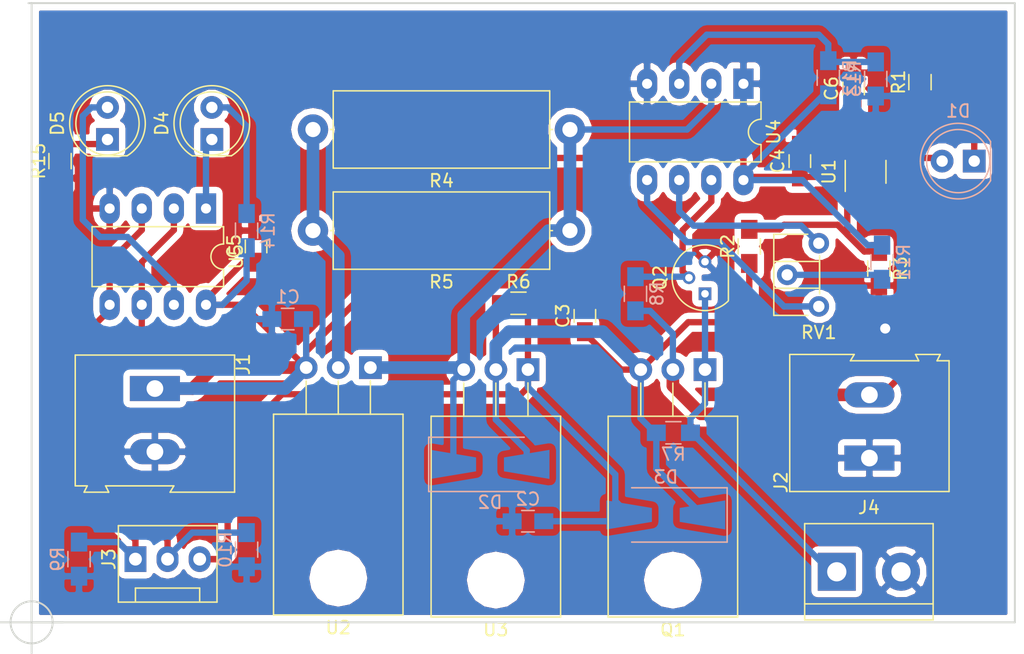
<source format=kicad_pcb>
(kicad_pcb (version 20170123) (host pcbnew "(2017-06-12 revision 8590a2299)-makepkg")

  (general
    (links 75)
    (no_connects 6)
    (area 112.25 51.25 193.250001 103)
    (thickness 1.6)
    (drawings 6)
    (tracks 193)
    (zones 0)
    (modules 38)
    (nets 23)
  )

  (page A4)
  (title_block
    (date 2017-08-12)
    (rev B)
  )

  (layers
    (0 F.Cu signal)
    (31 B.Cu signal)
    (32 B.Adhes user)
    (33 F.Adhes user)
    (34 B.Paste user)
    (35 F.Paste user)
    (36 B.SilkS user)
    (37 F.SilkS user)
    (38 B.Mask user)
    (39 F.Mask user)
    (40 Dwgs.User user)
    (41 Cmts.User user)
    (42 Eco1.User user)
    (43 Eco2.User user)
    (44 Edge.Cuts user)
    (45 Margin user)
    (46 B.CrtYd user)
    (47 F.CrtYd user)
    (48 B.Fab user)
    (49 F.Fab user hide)
  )

  (setup
    (last_trace_width 0.5)
    (trace_clearance 0.4)
    (zone_clearance 0.508)
    (zone_45_only no)
    (trace_min 0.2)
    (segment_width 0.2)
    (edge_width 0.15)
    (via_size 1.5)
    (via_drill 0.8)
    (via_min_size 0.4)
    (via_min_drill 0.3)
    (uvia_size 0.3)
    (uvia_drill 0.1)
    (uvias_allowed no)
    (uvia_min_size 0.2)
    (uvia_min_drill 0.1)
    (pcb_text_width 0.3)
    (pcb_text_size 1.5 1.5)
    (mod_edge_width 0.15)
    (mod_text_size 1 1)
    (mod_text_width 0.15)
    (pad_size 1.524 1.524)
    (pad_drill 0.762)
    (pad_to_mask_clearance 0.2)
    (aux_axis_origin 114.75 100.5)
    (visible_elements 7FFFEFFF)
    (pcbplotparams
      (layerselection 0x01000_ffffffff)
      (usegerberextensions false)
      (excludeedgelayer true)
      (linewidth 0.100000)
      (plotframeref false)
      (viasonmask false)
      (mode 1)
      (useauxorigin true)
      (hpglpennumber 1)
      (hpglpenspeed 20)
      (hpglpendiameter 15)
      (psnegative false)
      (psa4output false)
      (plotreference true)
      (plotvalue true)
      (plotinvisibletext false)
      (padsonsilk false)
      (subtractmaskfromsilk false)
      (outputformat 1)
      (mirror false)
      (drillshape 0)
      (scaleselection 1)
      (outputdirectory ""))
  )

  (net 0 "")
  (net 1 GND)
  (net 2 VCC)
  (net 3 "Net-(C3-Pad1)")
  (net 4 comp+)
  (net 5 "Net-(D4-Pad2)")
  (net 6 "Net-(D4-Pad1)")
  (net 7 3v3LED)
  (net 8 5vLED)
  (net 9 "Net-(RV1-Pad1)")
  (net 10 "Net-(RV1-Pad3)")
  (net 11 "Net-(J4-Pad1)")
  (net 12 "Net-(Q2-Pad2)")
  (net 13 "Net-(C2-Pad1)")
  (net 14 "Net-(R4-Pad2)")
  (net 15 "Net-(J2-Pad2)")
  (net 16 "Net-(D1-Pad2)")
  (net 17 "Net-(R2-Pad2)")
  (net 18 "Net-(R11-Pad1)")
  (net 19 "Net-(D1-Pad1)")
  (net 20 "Net-(R12-Pad2)")
  (net 21 "Net-(D5-Pad1)")
  (net 22 "Net-(D5-Pad2)")

  (net_class Default "This is the default net class."
    (clearance 0.4)
    (trace_width 0.5)
    (via_dia 1.5)
    (via_drill 0.8)
    (uvia_dia 0.3)
    (uvia_drill 0.1)
    (add_net 3v3LED)
    (add_net 5vLED)
    (add_net GND)
    (add_net "Net-(C2-Pad1)")
    (add_net "Net-(C3-Pad1)")
    (add_net "Net-(D1-Pad1)")
    (add_net "Net-(D1-Pad2)")
    (add_net "Net-(D4-Pad1)")
    (add_net "Net-(D4-Pad2)")
    (add_net "Net-(D5-Pad1)")
    (add_net "Net-(D5-Pad2)")
    (add_net "Net-(J2-Pad2)")
    (add_net "Net-(J4-Pad1)")
    (add_net "Net-(Q2-Pad2)")
    (add_net "Net-(R11-Pad1)")
    (add_net "Net-(R12-Pad2)")
    (add_net "Net-(R2-Pad2)")
    (add_net "Net-(R4-Pad2)")
    (add_net "Net-(RV1-Pad1)")
    (add_net "Net-(RV1-Pad3)")
    (add_net VCC)
    (add_net comp+)
  )

  (module LEDs:LED_D5.0mm (layer B.Cu) (tedit 587A3A7B) (tstamp 5990046B)
    (at 189.29 64 180)
    (descr "LED, diameter 5.0mm, 2 pins, http://cdn-reichelt.de/documents/datenblatt/A500/LL-504BC2E-009.pdf")
    (tags "LED diameter 5.0mm 2 pins")
    (path /598E37A4)
    (fp_text reference D1 (at 1.27 3.96 180) (layer B.SilkS)
      (effects (font (size 1 1) (thickness 0.15)) (justify mirror))
    )
    (fp_text value "CC LED" (at 1.27 -3.96 180) (layer B.Fab)
      (effects (font (size 1 1) (thickness 0.15)) (justify mirror))
    )
    (fp_line (start 4.5 3.25) (end -1.95 3.25) (layer B.CrtYd) (width 0.05))
    (fp_line (start 4.5 -3.25) (end 4.5 3.25) (layer B.CrtYd) (width 0.05))
    (fp_line (start -1.95 -3.25) (end 4.5 -3.25) (layer B.CrtYd) (width 0.05))
    (fp_line (start -1.95 3.25) (end -1.95 -3.25) (layer B.CrtYd) (width 0.05))
    (fp_line (start -1.29 1.545) (end -1.29 -1.545) (layer B.SilkS) (width 0.12))
    (fp_line (start -1.23 1.469694) (end -1.23 -1.469694) (layer B.Fab) (width 0.1))
    (fp_circle (center 1.27 0) (end 3.77 0) (layer B.SilkS) (width 0.12))
    (fp_circle (center 1.27 0) (end 3.77 0) (layer B.Fab) (width 0.1))
    (fp_arc (start 1.27 0) (end -1.29 -1.54483) (angle 148.9) (layer B.SilkS) (width 0.12))
    (fp_arc (start 1.27 0) (end -1.29 1.54483) (angle -148.9) (layer B.SilkS) (width 0.12))
    (fp_arc (start 1.27 0) (end -1.23 1.469694) (angle -299.1) (layer B.Fab) (width 0.1))
    (pad 2 thru_hole circle (at 2.54 0 180) (size 1.8 1.8) (drill 0.9) (layers *.Cu *.Mask)
      (net 16 "Net-(D1-Pad2)"))
    (pad 1 thru_hole rect (at 0 0 180) (size 1.8 1.8) (drill 0.9) (layers *.Cu *.Mask)
      (net 19 "Net-(D1-Pad1)"))
    (model ${KISYS3DMOD}/LEDs.3dshapes/LED_D5.0mm.wrl
      (at (xyz 0 0 0))
      (scale (xyz 0.393701 0.393701 0.393701))
      (rotate (xyz 0 0 0))
    )
  )

  (module Connectors:AK300-2 (layer F.Cu) (tedit 587FD45E) (tstamp 598F5F84)
    (at 181 87.5 90)
    (descr CONNECTOR)
    (tags CONNECTOR)
    (path /5990C675)
    (fp_text reference J2 (at -1.92 -6.99 90) (layer F.SilkS)
      (effects (font (size 1 1) (thickness 0.15)))
    )
    (fp_text value "V out" (at 2.78 7.75 90) (layer F.Fab)
      (effects (font (size 1 1) (thickness 0.15)))
    )
    (fp_arc (start -1.13 -4.65) (end -1.42 -4.13) (angle 104.2) (layer F.Fab) (width 0.1))
    (fp_arc (start -0.01 -3.71) (end -1.62 -5) (angle 100) (layer F.Fab) (width 0.1))
    (fp_arc (start 0.06 -6.07) (end 1.53 -4.12) (angle 75.5) (layer F.Fab) (width 0.1))
    (fp_arc (start 1.03 -4.59) (end 1.53 -5.05) (angle 90.5) (layer F.Fab) (width 0.1))
    (fp_arc (start 3.87 -4.65) (end 3.58 -4.13) (angle 104.2) (layer F.Fab) (width 0.1))
    (fp_arc (start 4.99 -3.71) (end 3.39 -5) (angle 100) (layer F.Fab) (width 0.1))
    (fp_arc (start 5.07 -6.07) (end 6.53 -4.12) (angle 75.5) (layer F.Fab) (width 0.1))
    (fp_arc (start 6.03 -4.59) (end 6.54 -5.05) (angle 90.5) (layer F.Fab) (width 0.1))
    (fp_line (start 3.36 -0.25) (end 6.67 -0.25) (layer F.Fab) (width 0.1))
    (fp_line (start 2.98 -0.25) (end 3.36 -0.25) (layer F.Fab) (width 0.1))
    (fp_line (start 7.05 -0.25) (end 6.67 -0.25) (layer F.Fab) (width 0.1))
    (fp_line (start 6.67 -0.64) (end 3.36 -0.64) (layer F.Fab) (width 0.1))
    (fp_line (start 7.61 -0.64) (end 6.67 -0.64) (layer F.Fab) (width 0.1))
    (fp_line (start 1.66 -0.64) (end 3.36 -0.64) (layer F.Fab) (width 0.1))
    (fp_line (start -1.64 -0.64) (end 1.66 -0.64) (layer F.Fab) (width 0.1))
    (fp_line (start -2.58 -0.64) (end -1.64 -0.64) (layer F.Fab) (width 0.1))
    (fp_line (start 1.66 -0.25) (end -1.64 -0.25) (layer F.Fab) (width 0.1))
    (fp_line (start 2.04 -0.25) (end 1.66 -0.25) (layer F.Fab) (width 0.1))
    (fp_line (start -2.02 -0.25) (end -1.64 -0.25) (layer F.Fab) (width 0.1))
    (fp_line (start -1.49 -4.32) (end 1.56 -4.95) (layer F.Fab) (width 0.1))
    (fp_line (start -1.62 -4.45) (end 1.44 -5.08) (layer F.Fab) (width 0.1))
    (fp_line (start 3.52 -4.32) (end 6.56 -4.95) (layer F.Fab) (width 0.1))
    (fp_line (start 3.39 -4.45) (end 6.44 -5.08) (layer F.Fab) (width 0.1))
    (fp_line (start 2.04 -5.97) (end -2.02 -5.97) (layer F.Fab) (width 0.1))
    (fp_line (start -2.02 -3.43) (end -2.02 -5.97) (layer F.Fab) (width 0.1))
    (fp_line (start 2.04 -3.43) (end -2.02 -3.43) (layer F.Fab) (width 0.1))
    (fp_line (start 2.04 -3.43) (end 2.04 -5.97) (layer F.Fab) (width 0.1))
    (fp_line (start 7.05 -3.43) (end 2.98 -3.43) (layer F.Fab) (width 0.1))
    (fp_line (start 7.05 -5.97) (end 7.05 -3.43) (layer F.Fab) (width 0.1))
    (fp_line (start 2.98 -5.97) (end 7.05 -5.97) (layer F.Fab) (width 0.1))
    (fp_line (start 2.98 -3.43) (end 2.98 -5.97) (layer F.Fab) (width 0.1))
    (fp_line (start 7.61 -3.17) (end 7.61 -1.65) (layer F.Fab) (width 0.1))
    (fp_line (start -2.58 -3.17) (end -2.58 -6.22) (layer F.Fab) (width 0.1))
    (fp_line (start -2.58 -3.17) (end 7.61 -3.17) (layer F.Fab) (width 0.1))
    (fp_line (start 7.61 -0.64) (end 7.61 4.06) (layer F.Fab) (width 0.1))
    (fp_line (start 7.61 -1.65) (end 7.61 -0.64) (layer F.Fab) (width 0.1))
    (fp_line (start -2.58 -0.64) (end -2.58 -3.17) (layer F.Fab) (width 0.1))
    (fp_line (start -2.58 6.22) (end -2.58 -0.64) (layer F.Fab) (width 0.1))
    (fp_line (start 6.67 0.51) (end 6.28 0.51) (layer F.Fab) (width 0.1))
    (fp_line (start 3.36 0.51) (end 3.74 0.51) (layer F.Fab) (width 0.1))
    (fp_line (start 1.66 0.51) (end 1.28 0.51) (layer F.Fab) (width 0.1))
    (fp_line (start -1.64 0.51) (end -1.26 0.51) (layer F.Fab) (width 0.1))
    (fp_line (start -1.64 3.68) (end -1.64 0.51) (layer F.Fab) (width 0.1))
    (fp_line (start 1.66 3.68) (end -1.64 3.68) (layer F.Fab) (width 0.1))
    (fp_line (start 1.66 3.68) (end 1.66 0.51) (layer F.Fab) (width 0.1))
    (fp_line (start 3.36 3.68) (end 3.36 0.51) (layer F.Fab) (width 0.1))
    (fp_line (start 6.67 3.68) (end 3.36 3.68) (layer F.Fab) (width 0.1))
    (fp_line (start 6.67 3.68) (end 6.67 0.51) (layer F.Fab) (width 0.1))
    (fp_line (start -2.02 4.32) (end -2.02 6.22) (layer F.Fab) (width 0.1))
    (fp_line (start 2.04 4.32) (end 2.04 -0.25) (layer F.Fab) (width 0.1))
    (fp_line (start 2.04 4.32) (end -2.02 4.32) (layer F.Fab) (width 0.1))
    (fp_line (start 7.05 4.32) (end 7.05 6.22) (layer F.Fab) (width 0.1))
    (fp_line (start 2.98 4.32) (end 2.98 -0.25) (layer F.Fab) (width 0.1))
    (fp_line (start 2.98 4.32) (end 7.05 4.32) (layer F.Fab) (width 0.1))
    (fp_line (start -2.02 6.22) (end 2.04 6.22) (layer F.Fab) (width 0.1))
    (fp_line (start -2.58 6.22) (end -2.02 6.22) (layer F.Fab) (width 0.1))
    (fp_line (start -2.02 -0.25) (end -2.02 4.32) (layer F.Fab) (width 0.1))
    (fp_line (start 2.04 6.22) (end 2.98 6.22) (layer F.Fab) (width 0.1))
    (fp_line (start 2.04 6.22) (end 2.04 4.32) (layer F.Fab) (width 0.1))
    (fp_line (start 7.05 6.22) (end 7.61 6.22) (layer F.Fab) (width 0.1))
    (fp_line (start 2.98 6.22) (end 7.05 6.22) (layer F.Fab) (width 0.1))
    (fp_line (start 7.05 -0.25) (end 7.05 4.32) (layer F.Fab) (width 0.1))
    (fp_line (start 2.98 6.22) (end 2.98 4.32) (layer F.Fab) (width 0.1))
    (fp_line (start 8.11 3.81) (end 8.11 5.46) (layer F.Fab) (width 0.1))
    (fp_line (start 7.61 4.06) (end 7.61 5.21) (layer F.Fab) (width 0.1))
    (fp_line (start 8.11 3.81) (end 7.61 4.06) (layer F.Fab) (width 0.1))
    (fp_line (start 7.61 5.21) (end 7.61 6.22) (layer F.Fab) (width 0.1))
    (fp_line (start 8.11 5.46) (end 7.61 5.21) (layer F.Fab) (width 0.1))
    (fp_line (start 8.11 -1.4) (end 7.61 -1.65) (layer F.Fab) (width 0.1))
    (fp_line (start 8.11 -6.22) (end 8.11 -1.4) (layer F.Fab) (width 0.1))
    (fp_line (start 7.61 -6.22) (end 8.11 -6.22) (layer F.Fab) (width 0.1))
    (fp_line (start 7.61 -6.22) (end -2.58 -6.22) (layer F.Fab) (width 0.1))
    (fp_line (start 7.61 -6.22) (end 7.61 -3.17) (layer F.Fab) (width 0.1))
    (fp_line (start 3.74 2.54) (end 3.74 -0.25) (layer F.Fab) (width 0.1))
    (fp_line (start 3.74 -0.25) (end 6.28 -0.25) (layer F.Fab) (width 0.1))
    (fp_line (start 6.28 2.54) (end 6.28 -0.25) (layer F.Fab) (width 0.1))
    (fp_line (start 3.74 2.54) (end 6.28 2.54) (layer F.Fab) (width 0.1))
    (fp_line (start -1.26 2.54) (end -1.26 -0.25) (layer F.Fab) (width 0.1))
    (fp_line (start -1.26 -0.25) (end 1.28 -0.25) (layer F.Fab) (width 0.1))
    (fp_line (start 1.28 2.54) (end 1.28 -0.25) (layer F.Fab) (width 0.1))
    (fp_line (start -1.26 2.54) (end 1.28 2.54) (layer F.Fab) (width 0.1))
    (fp_line (start -2.83 -6.47) (end -2.83 6.47) (layer F.CrtYd) (width 0.05))
    (fp_line (start -2.83 6.47) (end 8.36 6.47) (layer F.CrtYd) (width 0.05))
    (fp_line (start 8.36 6.47) (end 8.36 -6.47) (layer F.CrtYd) (width 0.05))
    (fp_line (start 8.36 -6.47) (end -2.83 -6.47) (layer F.CrtYd) (width 0.05))
    (fp_line (start 8.2 -6.3) (end -2.65 -6.3) (layer F.SilkS) (width 0.12))
    (fp_line (start 8.2 -1.2) (end 8.2 -6.3) (layer F.SilkS) (width 0.12))
    (fp_line (start 7.7 -1.5) (end 8.2 -1.2) (layer F.SilkS) (width 0.12))
    (fp_line (start 7.7 3.9) (end 7.7 -1.5) (layer F.SilkS) (width 0.12))
    (fp_line (start 8.2 3.65) (end 7.7 3.9) (layer F.SilkS) (width 0.12))
    (fp_line (start 8.2 3.7) (end 8.2 3.65) (layer F.SilkS) (width 0.12))
    (fp_line (start 8.2 5.6) (end 8.2 3.7) (layer F.SilkS) (width 0.12))
    (fp_line (start 7.7 5.35) (end 8.2 5.6) (layer F.SilkS) (width 0.12))
    (fp_line (start 7.7 6.3) (end 7.7 5.35) (layer F.SilkS) (width 0.12))
    (fp_line (start -2.65 6.3) (end 7.7 6.3) (layer F.SilkS) (width 0.12))
    (fp_line (start -2.65 -6.3) (end -2.65 6.3) (layer F.SilkS) (width 0.12))
    (pad 2 thru_hole oval (at 5 0 90) (size 1.98 3.96) (drill 1.32) (layers *.Cu F.Paste F.Mask)
      (net 15 "Net-(J2-Pad2)"))
    (pad 1 thru_hole rect (at 0 0 90) (size 1.98 3.96) (drill 1.32) (layers *.Cu F.Paste F.Mask)
      (net 1 GND))
  )

  (module Connectors:AK300-2 (layer F.Cu) (tedit 587FD45E) (tstamp 5990072D)
    (at 124.5 82 270)
    (descr CONNECTOR)
    (tags CONNECTOR)
    (path /5990C53B)
    (fp_text reference J1 (at -1.92 -6.99 270) (layer F.SilkS)
      (effects (font (size 1 1) (thickness 0.15)))
    )
    (fp_text value VDC-in (at 2.78 7.75 270) (layer F.Fab)
      (effects (font (size 1 1) (thickness 0.15)))
    )
    (fp_arc (start -1.13 -4.65) (end -1.42 -4.13) (angle 104.2) (layer F.Fab) (width 0.1))
    (fp_arc (start -0.01 -3.71) (end -1.62 -5) (angle 100) (layer F.Fab) (width 0.1))
    (fp_arc (start 0.06 -6.07) (end 1.53 -4.12) (angle 75.5) (layer F.Fab) (width 0.1))
    (fp_arc (start 1.03 -4.59) (end 1.53 -5.05) (angle 90.5) (layer F.Fab) (width 0.1))
    (fp_arc (start 3.87 -4.65) (end 3.58 -4.13) (angle 104.2) (layer F.Fab) (width 0.1))
    (fp_arc (start 4.99 -3.71) (end 3.39 -5) (angle 100) (layer F.Fab) (width 0.1))
    (fp_arc (start 5.07 -6.07) (end 6.53 -4.12) (angle 75.5) (layer F.Fab) (width 0.1))
    (fp_arc (start 6.03 -4.59) (end 6.54 -5.05) (angle 90.5) (layer F.Fab) (width 0.1))
    (fp_line (start 3.36 -0.25) (end 6.67 -0.25) (layer F.Fab) (width 0.1))
    (fp_line (start 2.98 -0.25) (end 3.36 -0.25) (layer F.Fab) (width 0.1))
    (fp_line (start 7.05 -0.25) (end 6.67 -0.25) (layer F.Fab) (width 0.1))
    (fp_line (start 6.67 -0.64) (end 3.36 -0.64) (layer F.Fab) (width 0.1))
    (fp_line (start 7.61 -0.64) (end 6.67 -0.64) (layer F.Fab) (width 0.1))
    (fp_line (start 1.66 -0.64) (end 3.36 -0.64) (layer F.Fab) (width 0.1))
    (fp_line (start -1.64 -0.64) (end 1.66 -0.64) (layer F.Fab) (width 0.1))
    (fp_line (start -2.58 -0.64) (end -1.64 -0.64) (layer F.Fab) (width 0.1))
    (fp_line (start 1.66 -0.25) (end -1.64 -0.25) (layer F.Fab) (width 0.1))
    (fp_line (start 2.04 -0.25) (end 1.66 -0.25) (layer F.Fab) (width 0.1))
    (fp_line (start -2.02 -0.25) (end -1.64 -0.25) (layer F.Fab) (width 0.1))
    (fp_line (start -1.49 -4.32) (end 1.56 -4.95) (layer F.Fab) (width 0.1))
    (fp_line (start -1.62 -4.45) (end 1.44 -5.08) (layer F.Fab) (width 0.1))
    (fp_line (start 3.52 -4.32) (end 6.56 -4.95) (layer F.Fab) (width 0.1))
    (fp_line (start 3.39 -4.45) (end 6.44 -5.08) (layer F.Fab) (width 0.1))
    (fp_line (start 2.04 -5.97) (end -2.02 -5.97) (layer F.Fab) (width 0.1))
    (fp_line (start -2.02 -3.43) (end -2.02 -5.97) (layer F.Fab) (width 0.1))
    (fp_line (start 2.04 -3.43) (end -2.02 -3.43) (layer F.Fab) (width 0.1))
    (fp_line (start 2.04 -3.43) (end 2.04 -5.97) (layer F.Fab) (width 0.1))
    (fp_line (start 7.05 -3.43) (end 2.98 -3.43) (layer F.Fab) (width 0.1))
    (fp_line (start 7.05 -5.97) (end 7.05 -3.43) (layer F.Fab) (width 0.1))
    (fp_line (start 2.98 -5.97) (end 7.05 -5.97) (layer F.Fab) (width 0.1))
    (fp_line (start 2.98 -3.43) (end 2.98 -5.97) (layer F.Fab) (width 0.1))
    (fp_line (start 7.61 -3.17) (end 7.61 -1.65) (layer F.Fab) (width 0.1))
    (fp_line (start -2.58 -3.17) (end -2.58 -6.22) (layer F.Fab) (width 0.1))
    (fp_line (start -2.58 -3.17) (end 7.61 -3.17) (layer F.Fab) (width 0.1))
    (fp_line (start 7.61 -0.64) (end 7.61 4.06) (layer F.Fab) (width 0.1))
    (fp_line (start 7.61 -1.65) (end 7.61 -0.64) (layer F.Fab) (width 0.1))
    (fp_line (start -2.58 -0.64) (end -2.58 -3.17) (layer F.Fab) (width 0.1))
    (fp_line (start -2.58 6.22) (end -2.58 -0.64) (layer F.Fab) (width 0.1))
    (fp_line (start 6.67 0.51) (end 6.28 0.51) (layer F.Fab) (width 0.1))
    (fp_line (start 3.36 0.51) (end 3.74 0.51) (layer F.Fab) (width 0.1))
    (fp_line (start 1.66 0.51) (end 1.28 0.51) (layer F.Fab) (width 0.1))
    (fp_line (start -1.64 0.51) (end -1.26 0.51) (layer F.Fab) (width 0.1))
    (fp_line (start -1.64 3.68) (end -1.64 0.51) (layer F.Fab) (width 0.1))
    (fp_line (start 1.66 3.68) (end -1.64 3.68) (layer F.Fab) (width 0.1))
    (fp_line (start 1.66 3.68) (end 1.66 0.51) (layer F.Fab) (width 0.1))
    (fp_line (start 3.36 3.68) (end 3.36 0.51) (layer F.Fab) (width 0.1))
    (fp_line (start 6.67 3.68) (end 3.36 3.68) (layer F.Fab) (width 0.1))
    (fp_line (start 6.67 3.68) (end 6.67 0.51) (layer F.Fab) (width 0.1))
    (fp_line (start -2.02 4.32) (end -2.02 6.22) (layer F.Fab) (width 0.1))
    (fp_line (start 2.04 4.32) (end 2.04 -0.25) (layer F.Fab) (width 0.1))
    (fp_line (start 2.04 4.32) (end -2.02 4.32) (layer F.Fab) (width 0.1))
    (fp_line (start 7.05 4.32) (end 7.05 6.22) (layer F.Fab) (width 0.1))
    (fp_line (start 2.98 4.32) (end 2.98 -0.25) (layer F.Fab) (width 0.1))
    (fp_line (start 2.98 4.32) (end 7.05 4.32) (layer F.Fab) (width 0.1))
    (fp_line (start -2.02 6.22) (end 2.04 6.22) (layer F.Fab) (width 0.1))
    (fp_line (start -2.58 6.22) (end -2.02 6.22) (layer F.Fab) (width 0.1))
    (fp_line (start -2.02 -0.25) (end -2.02 4.32) (layer F.Fab) (width 0.1))
    (fp_line (start 2.04 6.22) (end 2.98 6.22) (layer F.Fab) (width 0.1))
    (fp_line (start 2.04 6.22) (end 2.04 4.32) (layer F.Fab) (width 0.1))
    (fp_line (start 7.05 6.22) (end 7.61 6.22) (layer F.Fab) (width 0.1))
    (fp_line (start 2.98 6.22) (end 7.05 6.22) (layer F.Fab) (width 0.1))
    (fp_line (start 7.05 -0.25) (end 7.05 4.32) (layer F.Fab) (width 0.1))
    (fp_line (start 2.98 6.22) (end 2.98 4.32) (layer F.Fab) (width 0.1))
    (fp_line (start 8.11 3.81) (end 8.11 5.46) (layer F.Fab) (width 0.1))
    (fp_line (start 7.61 4.06) (end 7.61 5.21) (layer F.Fab) (width 0.1))
    (fp_line (start 8.11 3.81) (end 7.61 4.06) (layer F.Fab) (width 0.1))
    (fp_line (start 7.61 5.21) (end 7.61 6.22) (layer F.Fab) (width 0.1))
    (fp_line (start 8.11 5.46) (end 7.61 5.21) (layer F.Fab) (width 0.1))
    (fp_line (start 8.11 -1.4) (end 7.61 -1.65) (layer F.Fab) (width 0.1))
    (fp_line (start 8.11 -6.22) (end 8.11 -1.4) (layer F.Fab) (width 0.1))
    (fp_line (start 7.61 -6.22) (end 8.11 -6.22) (layer F.Fab) (width 0.1))
    (fp_line (start 7.61 -6.22) (end -2.58 -6.22) (layer F.Fab) (width 0.1))
    (fp_line (start 7.61 -6.22) (end 7.61 -3.17) (layer F.Fab) (width 0.1))
    (fp_line (start 3.74 2.54) (end 3.74 -0.25) (layer F.Fab) (width 0.1))
    (fp_line (start 3.74 -0.25) (end 6.28 -0.25) (layer F.Fab) (width 0.1))
    (fp_line (start 6.28 2.54) (end 6.28 -0.25) (layer F.Fab) (width 0.1))
    (fp_line (start 3.74 2.54) (end 6.28 2.54) (layer F.Fab) (width 0.1))
    (fp_line (start -1.26 2.54) (end -1.26 -0.25) (layer F.Fab) (width 0.1))
    (fp_line (start -1.26 -0.25) (end 1.28 -0.25) (layer F.Fab) (width 0.1))
    (fp_line (start 1.28 2.54) (end 1.28 -0.25) (layer F.Fab) (width 0.1))
    (fp_line (start -1.26 2.54) (end 1.28 2.54) (layer F.Fab) (width 0.1))
    (fp_line (start -2.83 -6.47) (end -2.83 6.47) (layer F.CrtYd) (width 0.05))
    (fp_line (start -2.83 6.47) (end 8.36 6.47) (layer F.CrtYd) (width 0.05))
    (fp_line (start 8.36 6.47) (end 8.36 -6.47) (layer F.CrtYd) (width 0.05))
    (fp_line (start 8.36 -6.47) (end -2.83 -6.47) (layer F.CrtYd) (width 0.05))
    (fp_line (start 8.2 -6.3) (end -2.65 -6.3) (layer F.SilkS) (width 0.12))
    (fp_line (start 8.2 -1.2) (end 8.2 -6.3) (layer F.SilkS) (width 0.12))
    (fp_line (start 7.7 -1.5) (end 8.2 -1.2) (layer F.SilkS) (width 0.12))
    (fp_line (start 7.7 3.9) (end 7.7 -1.5) (layer F.SilkS) (width 0.12))
    (fp_line (start 8.2 3.65) (end 7.7 3.9) (layer F.SilkS) (width 0.12))
    (fp_line (start 8.2 3.7) (end 8.2 3.65) (layer F.SilkS) (width 0.12))
    (fp_line (start 8.2 5.6) (end 8.2 3.7) (layer F.SilkS) (width 0.12))
    (fp_line (start 7.7 5.35) (end 8.2 5.6) (layer F.SilkS) (width 0.12))
    (fp_line (start 7.7 6.3) (end 7.7 5.35) (layer F.SilkS) (width 0.12))
    (fp_line (start -2.65 6.3) (end 7.7 6.3) (layer F.SilkS) (width 0.12))
    (fp_line (start -2.65 -6.3) (end -2.65 6.3) (layer F.SilkS) (width 0.12))
    (pad 2 thru_hole oval (at 5 0 270) (size 1.98 3.96) (drill 1.32) (layers *.Cu F.Paste F.Mask)
      (net 1 GND))
    (pad 1 thru_hole rect (at 0 0 270) (size 1.98 3.96) (drill 1.32) (layers *.Cu F.Paste F.Mask)
      (net 2 VCC))
  )

  (module Connectors:Fan_Pin_Header_Straight_1x03 (layer F.Cu) (tedit 58130A41) (tstamp 59900618)
    (at 122.96 95.5 90)
    (descr "3-pin CPU fan Through hole pin header")
    (tags "pin header 3-pin CPU fan")
    (path /598E24C0)
    (fp_text reference J3 (at 0 -2.1 90) (layer F.SilkS)
      (effects (font (size 1 1) (thickness 0.15)))
    )
    (fp_text value "V select sw" (at 0 7.25 90) (layer F.Fab)
      (effects (font (size 1 1) (thickness 0.15)))
    )
    (fp_line (start 3.05 6.85) (end -3.8 6.85) (layer F.CrtYd) (width 0.05))
    (fp_line (start 3.05 6.85) (end 3.05 -1.75) (layer F.CrtYd) (width 0.05))
    (fp_line (start -3.8 -1.75) (end -3.8 6.85) (layer F.CrtYd) (width 0.05))
    (fp_line (start -3.8 -1.75) (end 3.05 -1.75) (layer F.CrtYd) (width 0.05))
    (fp_line (start -2.29 5.08) (end -3.3 5.08) (layer F.SilkS) (width 0.12))
    (fp_line (start -2.29 0) (end -2.29 5.08) (layer F.SilkS) (width 0.12))
    (fp_line (start -3.3 0) (end -2.29 0) (layer F.SilkS) (width 0.12))
    (fp_line (start -3.3 6.35) (end -3.3 -1.25) (layer F.Fab) (width 0.1))
    (fp_line (start 2.55 6.35) (end -3.3 6.35) (layer F.Fab) (width 0.1))
    (fp_line (start 2.55 -1.25) (end 2.55 6.35) (layer F.Fab) (width 0.1))
    (fp_line (start -3.3 -1.25) (end 2.55 -1.25) (layer F.Fab) (width 0.1))
    (fp_line (start -2.3 0) (end -3.3 0) (layer F.Fab) (width 0.1))
    (fp_line (start -2.3 5.05) (end -2.3 0) (layer F.Fab) (width 0.1))
    (fp_line (start -3.3 5.05) (end -2.3 5.05) (layer F.Fab) (width 0.1))
    (fp_line (start -3.4 6.45) (end -3.4 -1.35) (layer F.SilkS) (width 0.12))
    (fp_line (start 2.65 6.45) (end -3.4 6.45) (layer F.SilkS) (width 0.12))
    (fp_line (start 2.65 -1.35) (end 2.65 6.45) (layer F.SilkS) (width 0.12))
    (fp_line (start -3.4 -1.35) (end 2.65 -1.35) (layer F.SilkS) (width 0.12))
    (fp_text user %R (at 0 -2.1 90) (layer F.Fab)
      (effects (font (size 1 1) (thickness 0.15)))
    )
    (pad 3 thru_hole oval (at 0 5.08 90) (size 2.03 1.73) (drill 1.02) (layers *.Cu *.Mask)
      (net 13 "Net-(C2-Pad1)"))
    (pad 2 thru_hole oval (at 0 2.54 90) (size 2.03 1.73) (drill 1.02) (layers *.Cu *.Mask)
      (net 8 5vLED))
    (pad 1 thru_hole rect (at 0 0 90) (size 2.03 1.73) (drill 1.02) (layers *.Cu *.Mask)
      (net 7 3v3LED))
    (model Connectors.3dshapes\Fan_Pin_Header_Straight_1x03.wrl
      (at (xyz 0 0 0))
      (scale (xyz 0.39 0.39 0.39))
      (rotate (xyz 0 0 -90))
    )
  )

  (module Connectors:bornier2 (layer F.Cu) (tedit 587FD522) (tstamp 599005DF)
    (at 178.42 96.5)
    (descr "Bornier d'alimentation 2 pins")
    (tags DEV)
    (path /598F9DDA)
    (fp_text reference J4 (at 2.54 -5.08) (layer F.SilkS)
      (effects (font (size 1 1) (thickness 0.15)))
    )
    (fp_text value "reset sw" (at 2.54 5.08) (layer F.Fab)
      (effects (font (size 1 1) (thickness 0.15)))
    )
    (fp_line (start 7.79 4) (end -2.71 4) (layer F.CrtYd) (width 0.05))
    (fp_line (start 7.79 4) (end 7.79 -4) (layer F.CrtYd) (width 0.05))
    (fp_line (start -2.71 -4) (end -2.71 4) (layer F.CrtYd) (width 0.05))
    (fp_line (start -2.71 -4) (end 7.79 -4) (layer F.CrtYd) (width 0.05))
    (fp_line (start -2.54 3.81) (end 7.62 3.81) (layer F.SilkS) (width 0.12))
    (fp_line (start -2.54 -3.81) (end -2.54 3.81) (layer F.SilkS) (width 0.12))
    (fp_line (start 7.62 -3.81) (end -2.54 -3.81) (layer F.SilkS) (width 0.12))
    (fp_line (start 7.62 3.81) (end 7.62 -3.81) (layer F.SilkS) (width 0.12))
    (fp_line (start 7.62 2.54) (end -2.54 2.54) (layer F.SilkS) (width 0.12))
    (fp_line (start 7.54 -3.75) (end -2.46 -3.75) (layer F.Fab) (width 0.1))
    (fp_line (start 7.54 3.75) (end 7.54 -3.75) (layer F.Fab) (width 0.1))
    (fp_line (start -2.46 3.75) (end 7.54 3.75) (layer F.Fab) (width 0.1))
    (fp_line (start -2.46 -3.75) (end -2.46 3.75) (layer F.Fab) (width 0.1))
    (fp_line (start -2.41 2.55) (end 7.49 2.55) (layer F.Fab) (width 0.1))
    (pad 2 thru_hole circle (at 5.08 0) (size 3 3) (drill 1.52) (layers *.Cu *.Mask)
      (net 1 GND))
    (pad 1 thru_hole rect (at 0 0) (size 3 3) (drill 1.52) (layers *.Cu *.Mask)
      (net 11 "Net-(J4-Pad1)"))
    (model ${KISYS3DMOD}/Connectors.3dshapes/bornier2.wrl
      (at (xyz 0 0 0))
      (scale (xyz 1 1 1))
      (rotate (xyz 0 0 0))
    )
  )

  (module Diodes_SMD:D_SMA-SMB_Universal_Handsoldering (layer B.Cu) (tedit 5864381A) (tstamp 5990058E)
    (at 151 88)
    (descr "Diode, Universal, SMA (DO-214AC) or SMB (DO-214AA), Handsoldering,")
    (tags "Diode Universal SMA (DO-214AC) SMB (DO-214AA) Handsoldering ")
    (path /598DD05C)
    (attr smd)
    (fp_text reference D2 (at 0 3) (layer B.SilkS)
      (effects (font (size 1 1) (thickness 0.15)) (justify mirror))
    )
    (fp_text value 1n4002 (at 0 -3.1) (layer B.Fab)
      (effects (font (size 1 1) (thickness 0.15)) (justify mirror))
    )
    (fp_text user %R (at 0 3) (layer B.Fab)
      (effects (font (size 1 1) (thickness 0.15)) (justify mirror))
    )
    (fp_line (start -4.85 2.15) (end -4.85 -2.15) (layer B.SilkS) (width 0.12))
    (fp_line (start 2.3 -2) (end -2.3 -2) (layer B.Fab) (width 0.1))
    (fp_line (start -2.3 -2) (end -2.3 2) (layer B.Fab) (width 0.1))
    (fp_line (start 2.3 2) (end 2.3 -2) (layer B.Fab) (width 0.1))
    (fp_line (start 2.3 2) (end -2.3 2) (layer B.Fab) (width 0.1))
    (fp_line (start 2.3 -1.5) (end -2.3 -1.5) (layer B.Fab) (width 0.1))
    (fp_line (start -2.3 -1.5) (end -2.3 1.5) (layer B.Fab) (width 0.1))
    (fp_line (start 2.3 1.5) (end 2.3 -1.5) (layer B.Fab) (width 0.1))
    (fp_line (start 2.3 1.5) (end -2.3 1.5) (layer B.Fab) (width 0.1))
    (fp_line (start -4.95 2.25) (end 4.95 2.25) (layer B.CrtYd) (width 0.05))
    (fp_line (start 4.95 2.25) (end 4.95 -2.25) (layer B.CrtYd) (width 0.05))
    (fp_line (start 4.95 -2.25) (end -4.95 -2.25) (layer B.CrtYd) (width 0.05))
    (fp_line (start -4.95 -2.25) (end -4.95 2.25) (layer B.CrtYd) (width 0.05))
    (fp_line (start -0.64944 -0.00102) (end -1.55114 -0.00102) (layer B.Fab) (width 0.1))
    (fp_line (start 0.50118 -0.00102) (end 1.4994 -0.00102) (layer B.Fab) (width 0.1))
    (fp_line (start -0.64944 0.79908) (end -0.64944 -0.80112) (layer B.Fab) (width 0.1))
    (fp_line (start 0.50118 -0.75032) (end 0.50118 0.79908) (layer B.Fab) (width 0.1))
    (fp_line (start -0.64944 -0.00102) (end 0.50118 -0.75032) (layer B.Fab) (width 0.1))
    (fp_line (start -0.64944 -0.00102) (end 0.50118 0.79908) (layer B.Fab) (width 0.1))
    (fp_line (start -4.85 -2.15) (end 2.7 -2.15) (layer B.SilkS) (width 0.12))
    (fp_line (start -4.85 2.15) (end 2.7 2.15) (layer B.SilkS) (width 0.12))
    (pad 1 smd trapezoid (at -2.9 0) (size 3.6 1.7) (rect_delta 0.6 0 ) (layers B.Cu B.Paste B.Mask)
      (net 4 comp+))
    (pad 2 smd trapezoid (at 2.9 0 180) (size 3.6 1.7) (rect_delta 0.6 0 ) (layers B.Cu B.Paste B.Mask)
      (net 3 "Net-(C3-Pad1)"))
    (model ${KISYS3DMOD}/Diodes_SMD.3dshapes/D_SMB.wrl
      (at (xyz 0 0 0))
      (scale (xyz 1 1 1))
      (rotate (xyz 0 0 0))
    )
  )

  (module Diodes_SMD:D_SMA-SMB_Universal_Handsoldering (layer B.Cu) (tedit 598F18C5) (tstamp 5990053D)
    (at 164.9 92 180)
    (descr "Diode, Universal, SMA (DO-214AC) or SMB (DO-214AA), Handsoldering,")
    (tags "Diode Universal SMA (DO-214AC) SMB (DO-214AA) Handsoldering ")
    (path /598DDDE9)
    (attr smd)
    (fp_text reference D3 (at 0 3 180) (layer B.SilkS)
      (effects (font (size 1 1) (thickness 0.15)) (justify mirror))
    )
    (fp_text value 1n4002 (at 0 -3.1 180) (layer B.Fab)
      (effects (font (size 1 1) (thickness 0.15)) (justify mirror))
    )
    (fp_line (start -4.85 2.15) (end 2.7 2.15) (layer B.SilkS) (width 0.12))
    (fp_line (start -4.85 -2.15) (end 2.7 -2.15) (layer B.SilkS) (width 0.12))
    (fp_line (start -0.64944 -0.00102) (end 0.50118 0.79908) (layer B.Fab) (width 0.1))
    (fp_line (start -0.64944 -0.00102) (end 0.50118 -0.75032) (layer B.Fab) (width 0.1))
    (fp_line (start 0.50118 -0.75032) (end 0.50118 0.79908) (layer B.Fab) (width 0.1))
    (fp_line (start -0.64944 0.79908) (end -0.64944 -0.80112) (layer B.Fab) (width 0.1))
    (fp_line (start 0.50118 -0.00102) (end 1.4994 -0.00102) (layer B.Fab) (width 0.1))
    (fp_line (start -0.64944 -0.00102) (end -1.55114 -0.00102) (layer B.Fab) (width 0.1))
    (fp_line (start -4.95 -2.25) (end -4.95 2.25) (layer B.CrtYd) (width 0.05))
    (fp_line (start 4.95 -2.25) (end -4.95 -2.25) (layer B.CrtYd) (width 0.05))
    (fp_line (start 4.95 2.25) (end 4.95 -2.25) (layer B.CrtYd) (width 0.05))
    (fp_line (start -4.95 2.25) (end 4.95 2.25) (layer B.CrtYd) (width 0.05))
    (fp_line (start 2.3 1.5) (end -2.3 1.5) (layer B.Fab) (width 0.1))
    (fp_line (start 2.3 1.5) (end 2.3 -1.5) (layer B.Fab) (width 0.1))
    (fp_line (start -2.3 -1.5) (end -2.3 1.5) (layer B.Fab) (width 0.1))
    (fp_line (start 2.3 -1.5) (end -2.3 -1.5) (layer B.Fab) (width 0.1))
    (fp_line (start 2.3 2) (end -2.3 2) (layer B.Fab) (width 0.1))
    (fp_line (start 2.3 2) (end 2.3 -2) (layer B.Fab) (width 0.1))
    (fp_line (start -2.3 -2) (end -2.3 2) (layer B.Fab) (width 0.1))
    (fp_line (start 2.3 -2) (end -2.3 -2) (layer B.Fab) (width 0.1))
    (fp_line (start -4.85 2.15) (end -4.85 -2.15) (layer B.SilkS) (width 0.12))
    (fp_text user %R (at 0 3 180) (layer B.Fab)
      (effects (font (size 1 1) (thickness 0.15)) (justify mirror))
    )
    (pad 2 smd trapezoid (at 2.9 0) (size 3.6 1.7) (rect_delta 0.6 0 ) (layers B.Cu B.Paste B.Mask)
      (net 13 "Net-(C2-Pad1)"))
    (pad 1 smd trapezoid (at -2.9 0 180) (size 3.6 1.7) (rect_delta 0.6 0 ) (layers B.Cu B.Paste B.Mask)
      (net 3 "Net-(C3-Pad1)"))
    (model ${KISYS3DMOD}/Diodes_SMD.3dshapes/D_SMB.wrl
      (at (xyz 0 0 0))
      (scale (xyz 1 1 1))
      (rotate (xyz 0 0 0))
    )
  )

  (module Housings_DIP:DIP-8_W7.62mm_LongPads (layer F.Cu) (tedit 58CC8E33) (tstamp 599004EC)
    (at 171.04 57.88 270)
    (descr "8-lead dip package, row spacing 7.62 mm (300 mils), LongPads")
    (tags "DIL DIP PDIP 2.54mm 7.62mm 300mil LongPads")
    (path /598EC1A3)
    (fp_text reference U4 (at 3.81 -2.39 270) (layer F.SilkS)
      (effects (font (size 1 1) (thickness 0.15)))
    )
    (fp_text value LM311N (at 3.81 10.01 270) (layer F.Fab)
      (effects (font (size 1 1) (thickness 0.15)))
    )
    (fp_text user %R (at 3.81 3.81 270) (layer F.Fab)
      (effects (font (size 1 1) (thickness 0.15)))
    )
    (fp_line (start 1.635 -1.27) (end 6.985 -1.27) (layer F.Fab) (width 0.1))
    (fp_line (start 6.985 -1.27) (end 6.985 8.89) (layer F.Fab) (width 0.1))
    (fp_line (start 6.985 8.89) (end 0.635 8.89) (layer F.Fab) (width 0.1))
    (fp_line (start 0.635 8.89) (end 0.635 -0.27) (layer F.Fab) (width 0.1))
    (fp_line (start 0.635 -0.27) (end 1.635 -1.27) (layer F.Fab) (width 0.1))
    (fp_line (start 2.81 -1.39) (end 1.44 -1.39) (layer F.SilkS) (width 0.12))
    (fp_line (start 1.44 -1.39) (end 1.44 9.01) (layer F.SilkS) (width 0.12))
    (fp_line (start 1.44 9.01) (end 6.18 9.01) (layer F.SilkS) (width 0.12))
    (fp_line (start 6.18 9.01) (end 6.18 -1.39) (layer F.SilkS) (width 0.12))
    (fp_line (start 6.18 -1.39) (end 4.81 -1.39) (layer F.SilkS) (width 0.12))
    (fp_line (start -1.5 -1.6) (end -1.5 9.2) (layer F.CrtYd) (width 0.05))
    (fp_line (start -1.5 9.2) (end 9.1 9.2) (layer F.CrtYd) (width 0.05))
    (fp_line (start 9.1 9.2) (end 9.1 -1.6) (layer F.CrtYd) (width 0.05))
    (fp_line (start 9.1 -1.6) (end -1.5 -1.6) (layer F.CrtYd) (width 0.05))
    (fp_arc (start 3.81 -1.39) (end 2.81 -1.39) (angle -180) (layer F.SilkS) (width 0.12))
    (pad 1 thru_hole rect (at 0 0 270) (size 2.4 1.6) (drill 0.8) (layers *.Cu *.Mask)
      (net 1 GND))
    (pad 5 thru_hole oval (at 7.62 7.62 270) (size 2.4 1.6) (drill 0.8) (layers *.Cu *.Mask)
      (net 9 "Net-(RV1-Pad1)"))
    (pad 2 thru_hole oval (at 0 2.54 270) (size 2.4 1.6) (drill 0.8) (layers *.Cu *.Mask)
      (net 4 comp+))
    (pad 6 thru_hole oval (at 7.62 5.08 270) (size 2.4 1.6) (drill 0.8) (layers *.Cu *.Mask)
      (net 10 "Net-(RV1-Pad3)"))
    (pad 3 thru_hole oval (at 0 5.08 270) (size 2.4 1.6) (drill 0.8) (layers *.Cu *.Mask)
      (net 20 "Net-(R12-Pad2)"))
    (pad 7 thru_hole oval (at 7.62 2.54 270) (size 2.4 1.6) (drill 0.8) (layers *.Cu *.Mask)
      (net 12 "Net-(Q2-Pad2)"))
    (pad 4 thru_hole oval (at 0 7.62 270) (size 2.4 1.6) (drill 0.8) (layers *.Cu *.Mask)
      (net 1 GND))
    (pad 8 thru_hole oval (at 7.62 0 270) (size 2.4 1.6) (drill 0.8) (layers *.Cu *.Mask)
      (net 2 VCC))
    (model ${KISYS3DMOD}/Housings_DIP.3dshapes/DIP-8_W7.62mm_LongPads.wrl
      (at (xyz 0 0 0))
      (scale (xyz 1 1 1))
      (rotate (xyz 0 0 0))
    )
  )

  (module Housings_DIP:DIP-8_W7.62mm_LongPads (layer F.Cu) (tedit 58CC8E33) (tstamp 5990049B)
    (at 128.54 67.75 270)
    (descr "8-lead dip package, row spacing 7.62 mm (300 mils), LongPads")
    (tags "DIL DIP PDIP 2.54mm 7.62mm 300mil LongPads")
    (path /598E5738)
    (fp_text reference U5 (at 3.81 -2.39 270) (layer F.SilkS)
      (effects (font (size 1 1) (thickness 0.15)))
    )
    (fp_text value LM358 (at 3.81 10.01 270) (layer F.Fab)
      (effects (font (size 1 1) (thickness 0.15)))
    )
    (fp_arc (start 3.81 -1.39) (end 2.81 -1.39) (angle -180) (layer F.SilkS) (width 0.12))
    (fp_line (start 9.1 -1.6) (end -1.5 -1.6) (layer F.CrtYd) (width 0.05))
    (fp_line (start 9.1 9.2) (end 9.1 -1.6) (layer F.CrtYd) (width 0.05))
    (fp_line (start -1.5 9.2) (end 9.1 9.2) (layer F.CrtYd) (width 0.05))
    (fp_line (start -1.5 -1.6) (end -1.5 9.2) (layer F.CrtYd) (width 0.05))
    (fp_line (start 6.18 -1.39) (end 4.81 -1.39) (layer F.SilkS) (width 0.12))
    (fp_line (start 6.18 9.01) (end 6.18 -1.39) (layer F.SilkS) (width 0.12))
    (fp_line (start 1.44 9.01) (end 6.18 9.01) (layer F.SilkS) (width 0.12))
    (fp_line (start 1.44 -1.39) (end 1.44 9.01) (layer F.SilkS) (width 0.12))
    (fp_line (start 2.81 -1.39) (end 1.44 -1.39) (layer F.SilkS) (width 0.12))
    (fp_line (start 0.635 -0.27) (end 1.635 -1.27) (layer F.Fab) (width 0.1))
    (fp_line (start 0.635 8.89) (end 0.635 -0.27) (layer F.Fab) (width 0.1))
    (fp_line (start 6.985 8.89) (end 0.635 8.89) (layer F.Fab) (width 0.1))
    (fp_line (start 6.985 -1.27) (end 6.985 8.89) (layer F.Fab) (width 0.1))
    (fp_line (start 1.635 -1.27) (end 6.985 -1.27) (layer F.Fab) (width 0.1))
    (fp_text user %R (at 3.81 3.81 270) (layer F.Fab)
      (effects (font (size 1 1) (thickness 0.15)))
    )
    (pad 8 thru_hole oval (at 7.62 0 270) (size 2.4 1.6) (drill 0.8) (layers *.Cu *.Mask)
      (net 2 VCC))
    (pad 4 thru_hole oval (at 0 7.62 270) (size 2.4 1.6) (drill 0.8) (layers *.Cu *.Mask)
      (net 1 GND))
    (pad 7 thru_hole oval (at 7.62 2.54 270) (size 2.4 1.6) (drill 0.8) (layers *.Cu *.Mask)
      (net 22 "Net-(D5-Pad2)"))
    (pad 3 thru_hole oval (at 0 5.08 270) (size 2.4 1.6) (drill 0.8) (layers *.Cu *.Mask)
      (net 7 3v3LED))
    (pad 6 thru_hole oval (at 7.62 5.08 270) (size 2.4 1.6) (drill 0.8) (layers *.Cu *.Mask)
      (net 8 5vLED))
    (pad 2 thru_hole oval (at 0 2.54 270) (size 2.4 1.6) (drill 0.8) (layers *.Cu *.Mask)
      (net 8 5vLED))
    (pad 5 thru_hole oval (at 7.62 7.62 270) (size 2.4 1.6) (drill 0.8) (layers *.Cu *.Mask)
      (net 7 3v3LED))
    (pad 1 thru_hole rect (at 0 0 270) (size 2.4 1.6) (drill 0.8) (layers *.Cu *.Mask)
      (net 6 "Net-(D4-Pad1)"))
    (model ${KISYS3DMOD}/Housings_DIP.3dshapes/DIP-8_W7.62mm_LongPads.wrl
      (at (xyz 0 0 0))
      (scale (xyz 1 1 1))
      (rotate (xyz 0 0 0))
    )
  )

  (module LEDs:LED_D5.0mm (layer F.Cu) (tedit 587A3A7B) (tstamp 5990041B)
    (at 120.75 62.29 90)
    (descr "LED, diameter 5.0mm, 2 pins, http://cdn-reichelt.de/documents/datenblatt/A500/LL-504BC2E-009.pdf")
    (tags "LED diameter 5.0mm 2 pins")
    (path /598E3A5A)
    (fp_text reference D5 (at 1.27 -3.96 90) (layer F.SilkS)
      (effects (font (size 1 1) (thickness 0.15)))
    )
    (fp_text value "3v LED" (at 1.27 3.96 90) (layer F.Fab)
      (effects (font (size 1 1) (thickness 0.15)))
    )
    (fp_line (start 4.5 -3.25) (end -1.95 -3.25) (layer F.CrtYd) (width 0.05))
    (fp_line (start 4.5 3.25) (end 4.5 -3.25) (layer F.CrtYd) (width 0.05))
    (fp_line (start -1.95 3.25) (end 4.5 3.25) (layer F.CrtYd) (width 0.05))
    (fp_line (start -1.95 -3.25) (end -1.95 3.25) (layer F.CrtYd) (width 0.05))
    (fp_line (start -1.29 -1.545) (end -1.29 1.545) (layer F.SilkS) (width 0.12))
    (fp_line (start -1.23 -1.469694) (end -1.23 1.469694) (layer F.Fab) (width 0.1))
    (fp_circle (center 1.27 0) (end 3.77 0) (layer F.SilkS) (width 0.12))
    (fp_circle (center 1.27 0) (end 3.77 0) (layer F.Fab) (width 0.1))
    (fp_arc (start 1.27 0) (end -1.29 1.54483) (angle -148.9) (layer F.SilkS) (width 0.12))
    (fp_arc (start 1.27 0) (end -1.29 -1.54483) (angle 148.9) (layer F.SilkS) (width 0.12))
    (fp_arc (start 1.27 0) (end -1.23 -1.469694) (angle 299.1) (layer F.Fab) (width 0.1))
    (pad 2 thru_hole circle (at 2.54 0 90) (size 1.8 1.8) (drill 0.9) (layers *.Cu *.Mask)
      (net 22 "Net-(D5-Pad2)"))
    (pad 1 thru_hole rect (at 0 0 90) (size 1.8 1.8) (drill 0.9) (layers *.Cu *.Mask)
      (net 21 "Net-(D5-Pad1)"))
    (model ${KISYS3DMOD}/LEDs.3dshapes/LED_D5.0mm.wrl
      (at (xyz 0 0 0))
      (scale (xyz 0.393701 0.393701 0.393701))
      (rotate (xyz 0 0 0))
    )
  )

  (module Resistors_THT:R_Axial_DIN0617_L17.0mm_D6.0mm_P20.32mm_Horizontal (layer F.Cu) (tedit 5874F706) (tstamp 59900208)
    (at 157.32 61.5 180)
    (descr "Resistor, Axial_DIN0617 series, Axial, Horizontal, pin pitch=20.32mm, 2W, length*diameter=17*6mm^2, http://www.vishay.com/docs/20128/wkxwrx.pdf")
    (tags "Resistor Axial_DIN0617 series Axial Horizontal pin pitch 20.32mm 2W length 17mm diameter 6mm")
    (path /598E1531)
    (fp_text reference R4 (at 10.16 -4.06 180) (layer F.SilkS)
      (effects (font (size 1 1) (thickness 0.15)))
    )
    (fp_text value R (at 10.16 4.06 180) (layer F.Fab)
      (effects (font (size 1 1) (thickness 0.15)))
    )
    (fp_line (start 1.66 -3) (end 1.66 3) (layer F.Fab) (width 0.1))
    (fp_line (start 1.66 3) (end 18.66 3) (layer F.Fab) (width 0.1))
    (fp_line (start 18.66 3) (end 18.66 -3) (layer F.Fab) (width 0.1))
    (fp_line (start 18.66 -3) (end 1.66 -3) (layer F.Fab) (width 0.1))
    (fp_line (start 0 0) (end 1.66 0) (layer F.Fab) (width 0.1))
    (fp_line (start 20.32 0) (end 18.66 0) (layer F.Fab) (width 0.1))
    (fp_line (start 1.6 -3.06) (end 1.6 3.06) (layer F.SilkS) (width 0.12))
    (fp_line (start 1.6 3.06) (end 18.72 3.06) (layer F.SilkS) (width 0.12))
    (fp_line (start 18.72 3.06) (end 18.72 -3.06) (layer F.SilkS) (width 0.12))
    (fp_line (start 18.72 -3.06) (end 1.6 -3.06) (layer F.SilkS) (width 0.12))
    (fp_line (start 1.38 0) (end 1.6 0) (layer F.SilkS) (width 0.12))
    (fp_line (start 18.94 0) (end 18.72 0) (layer F.SilkS) (width 0.12))
    (fp_line (start -1.45 -3.35) (end -1.45 3.35) (layer F.CrtYd) (width 0.05))
    (fp_line (start -1.45 3.35) (end 21.8 3.35) (layer F.CrtYd) (width 0.05))
    (fp_line (start 21.8 3.35) (end 21.8 -3.35) (layer F.CrtYd) (width 0.05))
    (fp_line (start 21.8 -3.35) (end -1.45 -3.35) (layer F.CrtYd) (width 0.05))
    (pad 1 thru_hole circle (at 0 0 180) (size 2.4 2.4) (drill 1.2) (layers *.Cu *.Mask)
      (net 4 comp+))
    (pad 2 thru_hole oval (at 20.32 0 180) (size 2.4 2.4) (drill 1.2) (layers *.Cu *.Mask)
      (net 14 "Net-(R4-Pad2)"))
    (model ${KISYS3DMOD}/Resistors_THT.3dshapes/R_Axial_DIN0617_L17.0mm_D6.0mm_P20.32mm_Horizontal.wrl
      (at (xyz 0 0 0))
      (scale (xyz 0.393701 0.393701 0.393701))
      (rotate (xyz 0 0 0))
    )
  )

  (module Resistors_THT:R_Axial_DIN0617_L17.0mm_D6.0mm_P20.32mm_Horizontal (layer F.Cu) (tedit 5874F706) (tstamp 599001C9)
    (at 157.32 69.5 180)
    (descr "Resistor, Axial_DIN0617 series, Axial, Horizontal, pin pitch=20.32mm, 2W, length*diameter=17*6mm^2, http://www.vishay.com/docs/20128/wkxwrx.pdf")
    (tags "Resistor Axial_DIN0617 series Axial Horizontal pin pitch 20.32mm 2W length 17mm diameter 6mm")
    (path /5990FC40)
    (fp_text reference R5 (at 10.16 -4.06 180) (layer F.SilkS)
      (effects (font (size 1 1) (thickness 0.15)))
    )
    (fp_text value R (at 10.16 4.06 180) (layer F.Fab)
      (effects (font (size 1 1) (thickness 0.15)))
    )
    (fp_line (start 21.8 -3.35) (end -1.45 -3.35) (layer F.CrtYd) (width 0.05))
    (fp_line (start 21.8 3.35) (end 21.8 -3.35) (layer F.CrtYd) (width 0.05))
    (fp_line (start -1.45 3.35) (end 21.8 3.35) (layer F.CrtYd) (width 0.05))
    (fp_line (start -1.45 -3.35) (end -1.45 3.35) (layer F.CrtYd) (width 0.05))
    (fp_line (start 18.94 0) (end 18.72 0) (layer F.SilkS) (width 0.12))
    (fp_line (start 1.38 0) (end 1.6 0) (layer F.SilkS) (width 0.12))
    (fp_line (start 18.72 -3.06) (end 1.6 -3.06) (layer F.SilkS) (width 0.12))
    (fp_line (start 18.72 3.06) (end 18.72 -3.06) (layer F.SilkS) (width 0.12))
    (fp_line (start 1.6 3.06) (end 18.72 3.06) (layer F.SilkS) (width 0.12))
    (fp_line (start 1.6 -3.06) (end 1.6 3.06) (layer F.SilkS) (width 0.12))
    (fp_line (start 20.32 0) (end 18.66 0) (layer F.Fab) (width 0.1))
    (fp_line (start 0 0) (end 1.66 0) (layer F.Fab) (width 0.1))
    (fp_line (start 18.66 -3) (end 1.66 -3) (layer F.Fab) (width 0.1))
    (fp_line (start 18.66 3) (end 18.66 -3) (layer F.Fab) (width 0.1))
    (fp_line (start 1.66 3) (end 18.66 3) (layer F.Fab) (width 0.1))
    (fp_line (start 1.66 -3) (end 1.66 3) (layer F.Fab) (width 0.1))
    (pad 2 thru_hole oval (at 20.32 0 180) (size 2.4 2.4) (drill 1.2) (layers *.Cu *.Mask)
      (net 14 "Net-(R4-Pad2)"))
    (pad 1 thru_hole circle (at 0 0 180) (size 2.4 2.4) (drill 1.2) (layers *.Cu *.Mask)
      (net 4 comp+))
    (model ${KISYS3DMOD}/Resistors_THT.3dshapes/R_Axial_DIN0617_L17.0mm_D6.0mm_P20.32mm_Horizontal.wrl
      (at (xyz 0 0 0))
      (scale (xyz 0.393701 0.393701 0.393701))
      (rotate (xyz 0 0 0))
    )
  )

  (module TO_SOT_Packages_SMD:SOT-23-5 (layer F.Cu) (tedit 58CE4E7E) (tstamp 5990018D)
    (at 180.7 64.85 90)
    (descr "5-pin SOT23 package")
    (tags SOT-23-5)
    (path /598FBDF8)
    (attr smd)
    (fp_text reference U1 (at 0 -2.9 90) (layer F.SilkS)
      (effects (font (size 1 1) (thickness 0.15)))
    )
    (fp_text value LM321 (at 0 2.9 90) (layer F.Fab)
      (effects (font (size 1 1) (thickness 0.15)))
    )
    (fp_line (start 0.9 -1.55) (end 0.9 1.55) (layer F.Fab) (width 0.1))
    (fp_line (start 0.9 1.55) (end -0.9 1.55) (layer F.Fab) (width 0.1))
    (fp_line (start -0.9 -0.9) (end -0.9 1.55) (layer F.Fab) (width 0.1))
    (fp_line (start 0.9 -1.55) (end -0.25 -1.55) (layer F.Fab) (width 0.1))
    (fp_line (start -0.9 -0.9) (end -0.25 -1.55) (layer F.Fab) (width 0.1))
    (fp_line (start -1.9 1.8) (end -1.9 -1.8) (layer F.CrtYd) (width 0.05))
    (fp_line (start 1.9 1.8) (end -1.9 1.8) (layer F.CrtYd) (width 0.05))
    (fp_line (start 1.9 -1.8) (end 1.9 1.8) (layer F.CrtYd) (width 0.05))
    (fp_line (start -1.9 -1.8) (end 1.9 -1.8) (layer F.CrtYd) (width 0.05))
    (fp_line (start 0.9 -1.61) (end -1.55 -1.61) (layer F.SilkS) (width 0.12))
    (fp_line (start -0.9 1.61) (end 0.9 1.61) (layer F.SilkS) (width 0.12))
    (fp_text user %R (at 0 0 180) (layer F.Fab)
      (effects (font (size 0.5 0.5) (thickness 0.075)))
    )
    (pad 5 smd rect (at 1.1 -0.95 90) (size 1.06 0.65) (layers F.Cu F.Paste F.Mask)
      (net 2 VCC))
    (pad 4 smd rect (at 1.1 0.95 90) (size 1.06 0.65) (layers F.Cu F.Paste F.Mask)
      (net 16 "Net-(D1-Pad2)"))
    (pad 3 smd rect (at -1.1 0.95 90) (size 1.06 0.65) (layers F.Cu F.Paste F.Mask)
      (net 15 "Net-(J2-Pad2)"))
    (pad 2 smd rect (at -1.1 0 90) (size 1.06 0.65) (layers F.Cu F.Paste F.Mask)
      (net 1 GND))
    (pad 1 smd rect (at -1.1 -0.95 90) (size 1.06 0.65) (layers F.Cu F.Paste F.Mask)
      (net 17 "Net-(R2-Pad2)"))
    (model ${KISYS3DMOD}/TO_SOT_Packages_SMD.3dshapes/SOT-23-5.wrl
      (at (xyz 0 0 0))
      (scale (xyz 1 1 1))
      (rotate (xyz 0 0 0))
    )
  )

  (module TO_SOT_Packages_THT:TO-220_Horizontal (layer F.Cu) (tedit 58CE52AD) (tstamp 59900130)
    (at 168 80.5 180)
    (descr "TO-220, Horizontal, RM 2.54mm")
    (tags "TO-220 Horizontal RM 2.54mm")
    (path /598EC762)
    (fp_text reference Q1 (at 2.54 -20.58 180) (layer F.SilkS)
      (effects (font (size 1 1) (thickness 0.15)))
    )
    (fp_text value FQP27P06 (at 2.54 1.9 180) (layer F.Fab)
      (effects (font (size 1 1) (thickness 0.15)))
    )
    (fp_circle (center 2.54 -16.66) (end 4.39 -16.66) (layer F.Fab) (width 0.1))
    (fp_line (start 7.79 -19.71) (end -2.71 -19.71) (layer F.CrtYd) (width 0.05))
    (fp_line (start 7.79 1.15) (end 7.79 -19.71) (layer F.CrtYd) (width 0.05))
    (fp_line (start -2.71 1.15) (end 7.79 1.15) (layer F.CrtYd) (width 0.05))
    (fp_line (start -2.71 -19.71) (end -2.71 1.15) (layer F.CrtYd) (width 0.05))
    (fp_line (start 5.08 -3.69) (end 5.08 -1.066) (layer F.SilkS) (width 0.12))
    (fp_line (start 2.54 -3.69) (end 2.54 -1.066) (layer F.SilkS) (width 0.12))
    (fp_line (start 0 -3.69) (end 0 -1.05) (layer F.SilkS) (width 0.12))
    (fp_line (start 7.66 -19.58) (end 7.66 -3.69) (layer F.SilkS) (width 0.12))
    (fp_line (start -2.58 -19.58) (end -2.58 -3.69) (layer F.SilkS) (width 0.12))
    (fp_line (start -2.58 -19.58) (end 7.66 -19.58) (layer F.SilkS) (width 0.12))
    (fp_line (start -2.58 -3.69) (end 7.66 -3.69) (layer F.SilkS) (width 0.12))
    (fp_line (start 5.08 -3.81) (end 5.08 0) (layer F.Fab) (width 0.1))
    (fp_line (start 2.54 -3.81) (end 2.54 0) (layer F.Fab) (width 0.1))
    (fp_line (start 0 -3.81) (end 0 0) (layer F.Fab) (width 0.1))
    (fp_line (start 7.54 -3.81) (end -2.46 -3.81) (layer F.Fab) (width 0.1))
    (fp_line (start 7.54 -13.06) (end 7.54 -3.81) (layer F.Fab) (width 0.1))
    (fp_line (start -2.46 -13.06) (end 7.54 -13.06) (layer F.Fab) (width 0.1))
    (fp_line (start -2.46 -3.81) (end -2.46 -13.06) (layer F.Fab) (width 0.1))
    (fp_line (start 7.54 -13.06) (end -2.46 -13.06) (layer F.Fab) (width 0.1))
    (fp_line (start 7.54 -19.46) (end 7.54 -13.06) (layer F.Fab) (width 0.1))
    (fp_line (start -2.46 -19.46) (end 7.54 -19.46) (layer F.Fab) (width 0.1))
    (fp_line (start -2.46 -13.06) (end -2.46 -19.46) (layer F.Fab) (width 0.1))
    (fp_text user %R (at 2.54 -20.58 180) (layer F.Fab)
      (effects (font (size 1 1) (thickness 0.15)))
    )
    (pad 3 thru_hole oval (at 5.08 0 180) (size 1.8 1.8) (drill 1) (layers *.Cu *.Mask)
      (net 3 "Net-(C3-Pad1)"))
    (pad 2 thru_hole oval (at 2.54 0 180) (size 1.8 1.8) (drill 1) (layers *.Cu *.Mask)
      (net 15 "Net-(J2-Pad2)"))
    (pad 1 thru_hole rect (at 0 0 180) (size 1.8 1.8) (drill 1) (layers *.Cu *.Mask)
      (net 11 "Net-(J4-Pad1)"))
    (pad 0 np_thru_hole oval (at 2.54 -16.66 180) (size 3.5 3.5) (drill 3.5) (layers *.Cu *.Mask))
    (model ${KISYS3DMOD}/TO_SOT_Packages_THT.3dshapes/TO-220_Horizontal.wrl
      (at (xyz 0.1 0 0))
      (scale (xyz 0.393701 0.393701 0.393701))
      (rotate (xyz 0 0 0))
    )
  )

  (module TO_SOT_Packages_THT:TO-220_Horizontal (layer F.Cu) (tedit 58CE52AD) (tstamp 59900095)
    (at 154 80.5 180)
    (descr "TO-220, Horizontal, RM 2.54mm")
    (tags "TO-220 Horizontal RM 2.54mm")
    (path /598DCEC1)
    (fp_text reference U3 (at 2.54 -20.58 180) (layer F.SilkS)
      (effects (font (size 1 1) (thickness 0.15)))
    )
    (fp_text value LM317T (at 2.54 1.9 180) (layer F.Fab)
      (effects (font (size 1 1) (thickness 0.15)))
    )
    (fp_circle (center 2.54 -16.66) (end 4.39 -16.66) (layer F.Fab) (width 0.1))
    (fp_line (start 7.79 -19.71) (end -2.71 -19.71) (layer F.CrtYd) (width 0.05))
    (fp_line (start 7.79 1.15) (end 7.79 -19.71) (layer F.CrtYd) (width 0.05))
    (fp_line (start -2.71 1.15) (end 7.79 1.15) (layer F.CrtYd) (width 0.05))
    (fp_line (start -2.71 -19.71) (end -2.71 1.15) (layer F.CrtYd) (width 0.05))
    (fp_line (start 5.08 -3.69) (end 5.08 -1.066) (layer F.SilkS) (width 0.12))
    (fp_line (start 2.54 -3.69) (end 2.54 -1.066) (layer F.SilkS) (width 0.12))
    (fp_line (start 0 -3.69) (end 0 -1.05) (layer F.SilkS) (width 0.12))
    (fp_line (start 7.66 -19.58) (end 7.66 -3.69) (layer F.SilkS) (width 0.12))
    (fp_line (start -2.58 -19.58) (end -2.58 -3.69) (layer F.SilkS) (width 0.12))
    (fp_line (start -2.58 -19.58) (end 7.66 -19.58) (layer F.SilkS) (width 0.12))
    (fp_line (start -2.58 -3.69) (end 7.66 -3.69) (layer F.SilkS) (width 0.12))
    (fp_line (start 5.08 -3.81) (end 5.08 0) (layer F.Fab) (width 0.1))
    (fp_line (start 2.54 -3.81) (end 2.54 0) (layer F.Fab) (width 0.1))
    (fp_line (start 0 -3.81) (end 0 0) (layer F.Fab) (width 0.1))
    (fp_line (start 7.54 -3.81) (end -2.46 -3.81) (layer F.Fab) (width 0.1))
    (fp_line (start 7.54 -13.06) (end 7.54 -3.81) (layer F.Fab) (width 0.1))
    (fp_line (start -2.46 -13.06) (end 7.54 -13.06) (layer F.Fab) (width 0.1))
    (fp_line (start -2.46 -3.81) (end -2.46 -13.06) (layer F.Fab) (width 0.1))
    (fp_line (start 7.54 -13.06) (end -2.46 -13.06) (layer F.Fab) (width 0.1))
    (fp_line (start 7.54 -19.46) (end 7.54 -13.06) (layer F.Fab) (width 0.1))
    (fp_line (start -2.46 -19.46) (end 7.54 -19.46) (layer F.Fab) (width 0.1))
    (fp_line (start -2.46 -13.06) (end -2.46 -19.46) (layer F.Fab) (width 0.1))
    (fp_text user %R (at 2.54 -20.58 180) (layer F.Fab)
      (effects (font (size 1 1) (thickness 0.15)))
    )
    (pad 3 thru_hole oval (at 5.08 0 180) (size 1.8 1.8) (drill 1) (layers *.Cu *.Mask)
      (net 4 comp+))
    (pad 2 thru_hole oval (at 2.54 0 180) (size 1.8 1.8) (drill 1) (layers *.Cu *.Mask)
      (net 3 "Net-(C3-Pad1)"))
    (pad 1 thru_hole rect (at 0 0 180) (size 1.8 1.8) (drill 1) (layers *.Cu *.Mask)
      (net 13 "Net-(C2-Pad1)"))
    (pad 0 np_thru_hole oval (at 2.54 -16.66 180) (size 3.5 3.5) (drill 3.5) (layers *.Cu *.Mask))
    (model ${KISYS3DMOD}/TO_SOT_Packages_THT.3dshapes/TO-220_Horizontal.wrl
      (at (xyz 0.1 0 0))
      (scale (xyz 0.393701 0.393701 0.393701))
      (rotate (xyz 0 0 0))
    )
  )

  (module TO_SOT_Packages_THT:TO-92_Molded_Narrow (layer F.Cu) (tedit 58CE52AF) (tstamp 59900062)
    (at 168 74.5 90)
    (descr "TO-92 leads molded, narrow, drill 0.6mm (see NXP sot054_po.pdf)")
    (tags "to-92 sc-43 sc-43a sot54 PA33 transistor")
    (path /598EC091)
    (fp_text reference Q2 (at 1.27 -3.56 90) (layer F.SilkS)
      (effects (font (size 1 1) (thickness 0.15)))
    )
    (fp_text value BC547 (at 1.27 2.79 90) (layer F.Fab)
      (effects (font (size 1 1) (thickness 0.15)))
    )
    (fp_arc (start 1.27 0) (end 1.27 -2.6) (angle 135) (layer F.SilkS) (width 0.12))
    (fp_arc (start 1.27 0) (end 1.27 -2.48) (angle -135) (layer F.Fab) (width 0.1))
    (fp_arc (start 1.27 0) (end 1.27 -2.6) (angle -135) (layer F.SilkS) (width 0.12))
    (fp_arc (start 1.27 0) (end 1.27 -2.48) (angle 135) (layer F.Fab) (width 0.1))
    (fp_line (start 4 2.01) (end -1.46 2.01) (layer F.CrtYd) (width 0.05))
    (fp_line (start 4 2.01) (end 4 -2.73) (layer F.CrtYd) (width 0.05))
    (fp_line (start -1.46 -2.73) (end -1.46 2.01) (layer F.CrtYd) (width 0.05))
    (fp_line (start -1.46 -2.73) (end 4 -2.73) (layer F.CrtYd) (width 0.05))
    (fp_line (start -0.5 1.75) (end 3 1.75) (layer F.Fab) (width 0.1))
    (fp_line (start -0.53 1.85) (end 3.07 1.85) (layer F.SilkS) (width 0.12))
    (fp_text user %R (at 1.27 -3.56 90) (layer F.Fab)
      (effects (font (size 1 1) (thickness 0.15)))
    )
    (pad 1 thru_hole rect (at 0 0 180) (size 1 1) (drill 0.6) (layers *.Cu *.Mask)
      (net 11 "Net-(J4-Pad1)"))
    (pad 3 thru_hole circle (at 2.54 0 180) (size 1 1) (drill 0.6) (layers *.Cu *.Mask)
      (net 1 GND))
    (pad 2 thru_hole circle (at 1.27 -1.27 180) (size 1 1) (drill 0.6) (layers *.Cu *.Mask)
      (net 12 "Net-(Q2-Pad2)"))
    (model ${KISYS3DMOD}/TO_SOT_Packages_THT.3dshapes/TO-92_Molded_Narrow.wrl
      (at (xyz 0.05 0 0))
      (scale (xyz 1 1 1))
      (rotate (xyz 0 0 -90))
    )
  )

  (module Capacitors_SMD:C_0805_HandSoldering (layer B.Cu) (tedit 58AA84A8) (tstamp 598F5E44)
    (at 135 76.5 180)
    (descr "Capacitor SMD 0805, hand soldering")
    (tags "capacitor 0805")
    (path /598DD232)
    (attr smd)
    (fp_text reference C1 (at 0 1.75 180) (layer B.SilkS)
      (effects (font (size 1 1) (thickness 0.15)) (justify mirror))
    )
    (fp_text value 0.1u (at 0 -1.75 180) (layer B.Fab)
      (effects (font (size 1 1) (thickness 0.15)) (justify mirror))
    )
    (fp_text user %R (at 0 1.75 180) (layer B.Fab)
      (effects (font (size 1 1) (thickness 0.15)) (justify mirror))
    )
    (fp_line (start -1 -0.62) (end -1 0.62) (layer B.Fab) (width 0.1))
    (fp_line (start 1 -0.62) (end -1 -0.62) (layer B.Fab) (width 0.1))
    (fp_line (start 1 0.62) (end 1 -0.62) (layer B.Fab) (width 0.1))
    (fp_line (start -1 0.62) (end 1 0.62) (layer B.Fab) (width 0.1))
    (fp_line (start 0.5 0.85) (end -0.5 0.85) (layer B.SilkS) (width 0.12))
    (fp_line (start -0.5 -0.85) (end 0.5 -0.85) (layer B.SilkS) (width 0.12))
    (fp_line (start -2.25 0.88) (end 2.25 0.88) (layer B.CrtYd) (width 0.05))
    (fp_line (start -2.25 0.88) (end -2.25 -0.87) (layer B.CrtYd) (width 0.05))
    (fp_line (start 2.25 -0.87) (end 2.25 0.88) (layer B.CrtYd) (width 0.05))
    (fp_line (start 2.25 -0.87) (end -2.25 -0.87) (layer B.CrtYd) (width 0.05))
    (pad 1 smd rect (at -1.25 0 180) (size 1.5 1.25) (layers B.Cu B.Paste B.Mask)
      (net 2 VCC))
    (pad 2 smd rect (at 1.25 0 180) (size 1.5 1.25) (layers B.Cu B.Paste B.Mask)
      (net 1 GND))
    (model Capacitors_SMD.3dshapes/C_0805.wrl
      (at (xyz 0 0 0))
      (scale (xyz 1 1 1))
      (rotate (xyz 0 0 0))
    )
  )

  (module Capacitors_SMD:C_0805_HandSoldering (layer B.Cu) (tedit 58AA84A8) (tstamp 598F5E55)
    (at 154 92.5 180)
    (descr "Capacitor SMD 0805, hand soldering")
    (tags "capacitor 0805")
    (path /598DE901)
    (attr smd)
    (fp_text reference C2 (at 0 1.75 180) (layer B.SilkS)
      (effects (font (size 1 1) (thickness 0.15)) (justify mirror))
    )
    (fp_text value 10u (at 0 -1.75 180) (layer B.Fab)
      (effects (font (size 1 1) (thickness 0.15)) (justify mirror))
    )
    (fp_line (start 2.25 -0.87) (end -2.25 -0.87) (layer B.CrtYd) (width 0.05))
    (fp_line (start 2.25 -0.87) (end 2.25 0.88) (layer B.CrtYd) (width 0.05))
    (fp_line (start -2.25 0.88) (end -2.25 -0.87) (layer B.CrtYd) (width 0.05))
    (fp_line (start -2.25 0.88) (end 2.25 0.88) (layer B.CrtYd) (width 0.05))
    (fp_line (start -0.5 -0.85) (end 0.5 -0.85) (layer B.SilkS) (width 0.12))
    (fp_line (start 0.5 0.85) (end -0.5 0.85) (layer B.SilkS) (width 0.12))
    (fp_line (start -1 0.62) (end 1 0.62) (layer B.Fab) (width 0.1))
    (fp_line (start 1 0.62) (end 1 -0.62) (layer B.Fab) (width 0.1))
    (fp_line (start 1 -0.62) (end -1 -0.62) (layer B.Fab) (width 0.1))
    (fp_line (start -1 -0.62) (end -1 0.62) (layer B.Fab) (width 0.1))
    (fp_text user %R (at 0 1.75 180) (layer B.Fab)
      (effects (font (size 1 1) (thickness 0.15)) (justify mirror))
    )
    (pad 2 smd rect (at 1.25 0 180) (size 1.5 1.25) (layers B.Cu B.Paste B.Mask)
      (net 1 GND))
    (pad 1 smd rect (at -1.25 0 180) (size 1.5 1.25) (layers B.Cu B.Paste B.Mask)
      (net 13 "Net-(C2-Pad1)"))
    (model Capacitors_SMD.3dshapes/C_0805.wrl
      (at (xyz 0 0 0))
      (scale (xyz 1 1 1))
      (rotate (xyz 0 0 0))
    )
  )

  (module Capacitors_SMD:C_0805_HandSoldering (layer F.Cu) (tedit 58AA84A8) (tstamp 598F5E66)
    (at 158.5 76.25 90)
    (descr "Capacitor SMD 0805, hand soldering")
    (tags "capacitor 0805")
    (path /598DDBEF)
    (attr smd)
    (fp_text reference C3 (at 0 -1.75 90) (layer F.SilkS)
      (effects (font (size 1 1) (thickness 0.15)))
    )
    (fp_text value 1u (at 0 1.75 90) (layer F.Fab)
      (effects (font (size 1 1) (thickness 0.15)))
    )
    (fp_text user %R (at 0 -1.75 90) (layer F.Fab)
      (effects (font (size 1 1) (thickness 0.15)))
    )
    (fp_line (start -1 0.62) (end -1 -0.62) (layer F.Fab) (width 0.1))
    (fp_line (start 1 0.62) (end -1 0.62) (layer F.Fab) (width 0.1))
    (fp_line (start 1 -0.62) (end 1 0.62) (layer F.Fab) (width 0.1))
    (fp_line (start -1 -0.62) (end 1 -0.62) (layer F.Fab) (width 0.1))
    (fp_line (start 0.5 -0.85) (end -0.5 -0.85) (layer F.SilkS) (width 0.12))
    (fp_line (start -0.5 0.85) (end 0.5 0.85) (layer F.SilkS) (width 0.12))
    (fp_line (start -2.25 -0.88) (end 2.25 -0.88) (layer F.CrtYd) (width 0.05))
    (fp_line (start -2.25 -0.88) (end -2.25 0.87) (layer F.CrtYd) (width 0.05))
    (fp_line (start 2.25 0.87) (end 2.25 -0.88) (layer F.CrtYd) (width 0.05))
    (fp_line (start 2.25 0.87) (end -2.25 0.87) (layer F.CrtYd) (width 0.05))
    (pad 1 smd rect (at -1.25 0 90) (size 1.5 1.25) (layers F.Cu F.Paste F.Mask)
      (net 3 "Net-(C3-Pad1)"))
    (pad 2 smd rect (at 1.25 0 90) (size 1.5 1.25) (layers F.Cu F.Paste F.Mask)
      (net 1 GND))
    (model Capacitors_SMD.3dshapes/C_0805.wrl
      (at (xyz 0 0 0))
      (scale (xyz 1 1 1))
      (rotate (xyz 0 0 0))
    )
  )

  (module Capacitors_SMD:C_0805_HandSoldering (layer F.Cu) (tedit 58AA84A8) (tstamp 598F5E77)
    (at 175.5 64 90)
    (descr "Capacitor SMD 0805, hand soldering")
    (tags "capacitor 0805")
    (path /598F6FFC)
    (attr smd)
    (fp_text reference C4 (at 0 -1.75 90) (layer F.SilkS)
      (effects (font (size 1 1) (thickness 0.15)))
    )
    (fp_text value 0.1u (at 0 1.75 90) (layer F.Fab)
      (effects (font (size 1 1) (thickness 0.15)))
    )
    (fp_line (start 2.25 0.87) (end -2.25 0.87) (layer F.CrtYd) (width 0.05))
    (fp_line (start 2.25 0.87) (end 2.25 -0.88) (layer F.CrtYd) (width 0.05))
    (fp_line (start -2.25 -0.88) (end -2.25 0.87) (layer F.CrtYd) (width 0.05))
    (fp_line (start -2.25 -0.88) (end 2.25 -0.88) (layer F.CrtYd) (width 0.05))
    (fp_line (start -0.5 0.85) (end 0.5 0.85) (layer F.SilkS) (width 0.12))
    (fp_line (start 0.5 -0.85) (end -0.5 -0.85) (layer F.SilkS) (width 0.12))
    (fp_line (start -1 -0.62) (end 1 -0.62) (layer F.Fab) (width 0.1))
    (fp_line (start 1 -0.62) (end 1 0.62) (layer F.Fab) (width 0.1))
    (fp_line (start 1 0.62) (end -1 0.62) (layer F.Fab) (width 0.1))
    (fp_line (start -1 0.62) (end -1 -0.62) (layer F.Fab) (width 0.1))
    (fp_text user %R (at 0 -1.75 90) (layer F.Fab)
      (effects (font (size 1 1) (thickness 0.15)))
    )
    (pad 2 smd rect (at 1.25 0 90) (size 1.5 1.25) (layers F.Cu F.Paste F.Mask)
      (net 1 GND))
    (pad 1 smd rect (at -1.25 0 90) (size 1.5 1.25) (layers F.Cu F.Paste F.Mask)
      (net 2 VCC))
    (model Capacitors_SMD.3dshapes/C_0805.wrl
      (at (xyz 0 0 0))
      (scale (xyz 1 1 1))
      (rotate (xyz 0 0 0))
    )
  )

  (module Capacitors_SMD:C_0805_HandSoldering (layer F.Cu) (tedit 58AA84A8) (tstamp 598F5E88)
    (at 132.5 70.75 90)
    (descr "Capacitor SMD 0805, hand soldering")
    (tags "capacitor 0805")
    (path /598EF175)
    (attr smd)
    (fp_text reference C5 (at 0 -1.75 90) (layer F.SilkS)
      (effects (font (size 1 1) (thickness 0.15)))
    )
    (fp_text value 0.1u (at 0 1.75 90) (layer F.Fab)
      (effects (font (size 1 1) (thickness 0.15)))
    )
    (fp_line (start 2.25 0.87) (end -2.25 0.87) (layer F.CrtYd) (width 0.05))
    (fp_line (start 2.25 0.87) (end 2.25 -0.88) (layer F.CrtYd) (width 0.05))
    (fp_line (start -2.25 -0.88) (end -2.25 0.87) (layer F.CrtYd) (width 0.05))
    (fp_line (start -2.25 -0.88) (end 2.25 -0.88) (layer F.CrtYd) (width 0.05))
    (fp_line (start -0.5 0.85) (end 0.5 0.85) (layer F.SilkS) (width 0.12))
    (fp_line (start 0.5 -0.85) (end -0.5 -0.85) (layer F.SilkS) (width 0.12))
    (fp_line (start -1 -0.62) (end 1 -0.62) (layer F.Fab) (width 0.1))
    (fp_line (start 1 -0.62) (end 1 0.62) (layer F.Fab) (width 0.1))
    (fp_line (start 1 0.62) (end -1 0.62) (layer F.Fab) (width 0.1))
    (fp_line (start -1 0.62) (end -1 -0.62) (layer F.Fab) (width 0.1))
    (fp_text user %R (at 0 -1.75 90) (layer F.Fab)
      (effects (font (size 1 1) (thickness 0.15)))
    )
    (pad 2 smd rect (at 1.25 0 90) (size 1.5 1.25) (layers F.Cu F.Paste F.Mask)
      (net 1 GND))
    (pad 1 smd rect (at -1.25 0 90) (size 1.5 1.25) (layers F.Cu F.Paste F.Mask)
      (net 2 VCC))
    (model Capacitors_SMD.3dshapes/C_0805.wrl
      (at (xyz 0 0 0))
      (scale (xyz 1 1 1))
      (rotate (xyz 0 0 0))
    )
  )

  (module Capacitors_SMD:C_0805_HandSoldering (layer F.Cu) (tedit 58AA84A8) (tstamp 598F5E99)
    (at 179.75 58.25 90)
    (descr "Capacitor SMD 0805, hand soldering")
    (tags "capacitor 0805")
    (path /598F6F4D)
    (attr smd)
    (fp_text reference C6 (at 0 -1.75 90) (layer F.SilkS)
      (effects (font (size 1 1) (thickness 0.15)))
    )
    (fp_text value 0.1u (at 0 1.75 90) (layer F.Fab)
      (effects (font (size 1 1) (thickness 0.15)))
    )
    (fp_text user %R (at 0 -1.75 90) (layer F.Fab)
      (effects (font (size 1 1) (thickness 0.15)))
    )
    (fp_line (start -1 0.62) (end -1 -0.62) (layer F.Fab) (width 0.1))
    (fp_line (start 1 0.62) (end -1 0.62) (layer F.Fab) (width 0.1))
    (fp_line (start 1 -0.62) (end 1 0.62) (layer F.Fab) (width 0.1))
    (fp_line (start -1 -0.62) (end 1 -0.62) (layer F.Fab) (width 0.1))
    (fp_line (start 0.5 -0.85) (end -0.5 -0.85) (layer F.SilkS) (width 0.12))
    (fp_line (start -0.5 0.85) (end 0.5 0.85) (layer F.SilkS) (width 0.12))
    (fp_line (start -2.25 -0.88) (end 2.25 -0.88) (layer F.CrtYd) (width 0.05))
    (fp_line (start -2.25 -0.88) (end -2.25 0.87) (layer F.CrtYd) (width 0.05))
    (fp_line (start 2.25 0.87) (end 2.25 -0.88) (layer F.CrtYd) (width 0.05))
    (fp_line (start 2.25 0.87) (end -2.25 0.87) (layer F.CrtYd) (width 0.05))
    (pad 1 smd rect (at -1.25 0 90) (size 1.5 1.25) (layers F.Cu F.Paste F.Mask)
      (net 2 VCC))
    (pad 2 smd rect (at 1.25 0 90) (size 1.5 1.25) (layers F.Cu F.Paste F.Mask)
      (net 1 GND))
    (model Capacitors_SMD.3dshapes/C_0805.wrl
      (at (xyz 0 0 0))
      (scale (xyz 1 1 1))
      (rotate (xyz 0 0 0))
    )
  )

  (module LEDs:LED_D5.0mm (layer F.Cu) (tedit 587A3A7B) (tstamp 598F5EE8)
    (at 129 62.29 90)
    (descr "LED, diameter 5.0mm, 2 pins, http://cdn-reichelt.de/documents/datenblatt/A500/LL-504BC2E-009.pdf")
    (tags "LED diameter 5.0mm 2 pins")
    (path /598E3974)
    (fp_text reference D4 (at 1.27 -3.96 90) (layer F.SilkS)
      (effects (font (size 1 1) (thickness 0.15)))
    )
    (fp_text value "5v LED" (at 1.27 3.96 90) (layer F.Fab)
      (effects (font (size 1 1) (thickness 0.15)))
    )
    (fp_line (start 4.5 -3.25) (end -1.95 -3.25) (layer F.CrtYd) (width 0.05))
    (fp_line (start 4.5 3.25) (end 4.5 -3.25) (layer F.CrtYd) (width 0.05))
    (fp_line (start -1.95 3.25) (end 4.5 3.25) (layer F.CrtYd) (width 0.05))
    (fp_line (start -1.95 -3.25) (end -1.95 3.25) (layer F.CrtYd) (width 0.05))
    (fp_line (start -1.29 -1.545) (end -1.29 1.545) (layer F.SilkS) (width 0.12))
    (fp_line (start -1.23 -1.469694) (end -1.23 1.469694) (layer F.Fab) (width 0.1))
    (fp_circle (center 1.27 0) (end 3.77 0) (layer F.SilkS) (width 0.12))
    (fp_circle (center 1.27 0) (end 3.77 0) (layer F.Fab) (width 0.1))
    (fp_arc (start 1.27 0) (end -1.29 1.54483) (angle -148.9) (layer F.SilkS) (width 0.12))
    (fp_arc (start 1.27 0) (end -1.29 -1.54483) (angle 148.9) (layer F.SilkS) (width 0.12))
    (fp_arc (start 1.27 0) (end -1.23 -1.469694) (angle 299.1) (layer F.Fab) (width 0.1))
    (pad 2 thru_hole circle (at 2.54 0 90) (size 1.8 1.8) (drill 0.9) (layers *.Cu *.Mask)
      (net 5 "Net-(D4-Pad2)"))
    (pad 1 thru_hole rect (at 0 0 90) (size 1.8 1.8) (drill 0.9) (layers *.Cu *.Mask)
      (net 6 "Net-(D4-Pad1)"))
    (model ${KISYS3DMOD}/LEDs.3dshapes/LED_D5.0mm.wrl
      (at (xyz 0 0 0))
      (scale (xyz 0.393701 0.393701 0.393701))
      (rotate (xyz 0 0 0))
    )
  )

  (module Resistors_SMD:R_0805_HandSoldering (layer F.Cu) (tedit 58E0A804) (tstamp 598F6041)
    (at 185 57.75 90)
    (descr "Resistor SMD 0805, hand soldering")
    (tags "resistor 0805")
    (path /599063A2)
    (attr smd)
    (fp_text reference R1 (at 0 -1.7 90) (layer F.SilkS)
      (effects (font (size 1 1) (thickness 0.15)))
    )
    (fp_text value 4k7 (at 0 1.75 90) (layer F.Fab)
      (effects (font (size 1 1) (thickness 0.15)))
    )
    (fp_text user %R (at 0 0 90) (layer F.Fab)
      (effects (font (size 0.5 0.5) (thickness 0.075)))
    )
    (fp_line (start -1 0.62) (end -1 -0.62) (layer F.Fab) (width 0.1))
    (fp_line (start 1 0.62) (end -1 0.62) (layer F.Fab) (width 0.1))
    (fp_line (start 1 -0.62) (end 1 0.62) (layer F.Fab) (width 0.1))
    (fp_line (start -1 -0.62) (end 1 -0.62) (layer F.Fab) (width 0.1))
    (fp_line (start 0.6 0.88) (end -0.6 0.88) (layer F.SilkS) (width 0.12))
    (fp_line (start -0.6 -0.88) (end 0.6 -0.88) (layer F.SilkS) (width 0.12))
    (fp_line (start -2.35 -0.9) (end 2.35 -0.9) (layer F.CrtYd) (width 0.05))
    (fp_line (start -2.35 -0.9) (end -2.35 0.9) (layer F.CrtYd) (width 0.05))
    (fp_line (start 2.35 0.9) (end 2.35 -0.9) (layer F.CrtYd) (width 0.05))
    (fp_line (start 2.35 0.9) (end -2.35 0.9) (layer F.CrtYd) (width 0.05))
    (pad 1 smd rect (at -1.35 0 90) (size 1.5 1.3) (layers F.Cu F.Paste F.Mask)
      (net 19 "Net-(D1-Pad1)"))
    (pad 2 smd rect (at 1.35 0 90) (size 1.5 1.3) (layers F.Cu F.Paste F.Mask)
      (net 1 GND))
    (model ${KISYS3DMOD}/Resistors_SMD.3dshapes/R_0805.wrl
      (at (xyz 0 0 0))
      (scale (xyz 1 1 1))
      (rotate (xyz 0 0 0))
    )
  )

  (module Resistors_SMD:R_0805_HandSoldering (layer F.Cu) (tedit 58E0A804) (tstamp 598F6052)
    (at 171.5 70.75 90)
    (descr "Resistor SMD 0805, hand soldering")
    (tags "resistor 0805")
    (path /599065E5)
    (attr smd)
    (fp_text reference R2 (at 0 -1.7 90) (layer F.SilkS)
      (effects (font (size 1 1) (thickness 0.15)))
    )
    (fp_text value 4k7 (at 0 1.75 90) (layer F.Fab)
      (effects (font (size 1 1) (thickness 0.15)))
    )
    (fp_text user %R (at 0 0 90) (layer F.Fab)
      (effects (font (size 0.5 0.5) (thickness 0.075)))
    )
    (fp_line (start -1 0.62) (end -1 -0.62) (layer F.Fab) (width 0.1))
    (fp_line (start 1 0.62) (end -1 0.62) (layer F.Fab) (width 0.1))
    (fp_line (start 1 -0.62) (end 1 0.62) (layer F.Fab) (width 0.1))
    (fp_line (start -1 -0.62) (end 1 -0.62) (layer F.Fab) (width 0.1))
    (fp_line (start 0.6 0.88) (end -0.6 0.88) (layer F.SilkS) (width 0.12))
    (fp_line (start -0.6 -0.88) (end 0.6 -0.88) (layer F.SilkS) (width 0.12))
    (fp_line (start -2.35 -0.9) (end 2.35 -0.9) (layer F.CrtYd) (width 0.05))
    (fp_line (start -2.35 -0.9) (end -2.35 0.9) (layer F.CrtYd) (width 0.05))
    (fp_line (start 2.35 0.9) (end 2.35 -0.9) (layer F.CrtYd) (width 0.05))
    (fp_line (start 2.35 0.9) (end -2.35 0.9) (layer F.CrtYd) (width 0.05))
    (pad 1 smd rect (at -1.35 0 90) (size 1.5 1.3) (layers F.Cu F.Paste F.Mask)
      (net 3 "Net-(C3-Pad1)"))
    (pad 2 smd rect (at 1.35 0 90) (size 1.5 1.3) (layers F.Cu F.Paste F.Mask)
      (net 17 "Net-(R2-Pad2)"))
    (model ${KISYS3DMOD}/Resistors_SMD.3dshapes/R_0805.wrl
      (at (xyz 0 0 0))
      (scale (xyz 1 1 1))
      (rotate (xyz 0 0 0))
    )
  )

  (module Resistors_SMD:R_0805_HandSoldering (layer F.Cu) (tedit 58E0A804) (tstamp 598F6063)
    (at 181.75 72.5 270)
    (descr "Resistor SMD 0805, hand soldering")
    (tags "resistor 0805")
    (path /5990648D)
    (attr smd)
    (fp_text reference R3 (at 0 -1.7 270) (layer F.SilkS)
      (effects (font (size 1 1) (thickness 0.15)))
    )
    (fp_text value 4k7 (at 0 1.75 270) (layer F.Fab)
      (effects (font (size 1 1) (thickness 0.15)))
    )
    (fp_text user %R (at 0 0 270) (layer F.Fab)
      (effects (font (size 0.5 0.5) (thickness 0.075)))
    )
    (fp_line (start -1 0.62) (end -1 -0.62) (layer F.Fab) (width 0.1))
    (fp_line (start 1 0.62) (end -1 0.62) (layer F.Fab) (width 0.1))
    (fp_line (start 1 -0.62) (end 1 0.62) (layer F.Fab) (width 0.1))
    (fp_line (start -1 -0.62) (end 1 -0.62) (layer F.Fab) (width 0.1))
    (fp_line (start 0.6 0.88) (end -0.6 0.88) (layer F.SilkS) (width 0.12))
    (fp_line (start -0.6 -0.88) (end 0.6 -0.88) (layer F.SilkS) (width 0.12))
    (fp_line (start -2.35 -0.9) (end 2.35 -0.9) (layer F.CrtYd) (width 0.05))
    (fp_line (start -2.35 -0.9) (end -2.35 0.9) (layer F.CrtYd) (width 0.05))
    (fp_line (start 2.35 0.9) (end 2.35 -0.9) (layer F.CrtYd) (width 0.05))
    (fp_line (start 2.35 0.9) (end -2.35 0.9) (layer F.CrtYd) (width 0.05))
    (pad 1 smd rect (at -1.35 0 270) (size 1.5 1.3) (layers F.Cu F.Paste F.Mask)
      (net 17 "Net-(R2-Pad2)"))
    (pad 2 smd rect (at 1.35 0 270) (size 1.5 1.3) (layers F.Cu F.Paste F.Mask)
      (net 1 GND))
    (model ${KISYS3DMOD}/Resistors_SMD.3dshapes/R_0805.wrl
      (at (xyz 0 0 0))
      (scale (xyz 1 1 1))
      (rotate (xyz 0 0 0))
    )
  )

  (module Resistors_SMD:R_0805_HandSoldering (layer F.Cu) (tedit 58E0A804) (tstamp 598F6096)
    (at 153.25 75.25)
    (descr "Resistor SMD 0805, hand soldering")
    (tags "resistor 0805")
    (path /598DDFD6)
    (attr smd)
    (fp_text reference R6 (at 0 -1.7) (layer F.SilkS)
      (effects (font (size 1 1) (thickness 0.15)))
    )
    (fp_text value 1k (at 0 1.75) (layer F.Fab)
      (effects (font (size 1 1) (thickness 0.15)))
    )
    (fp_line (start 2.35 0.9) (end -2.35 0.9) (layer F.CrtYd) (width 0.05))
    (fp_line (start 2.35 0.9) (end 2.35 -0.9) (layer F.CrtYd) (width 0.05))
    (fp_line (start -2.35 -0.9) (end -2.35 0.9) (layer F.CrtYd) (width 0.05))
    (fp_line (start -2.35 -0.9) (end 2.35 -0.9) (layer F.CrtYd) (width 0.05))
    (fp_line (start -0.6 -0.88) (end 0.6 -0.88) (layer F.SilkS) (width 0.12))
    (fp_line (start 0.6 0.88) (end -0.6 0.88) (layer F.SilkS) (width 0.12))
    (fp_line (start -1 -0.62) (end 1 -0.62) (layer F.Fab) (width 0.1))
    (fp_line (start 1 -0.62) (end 1 0.62) (layer F.Fab) (width 0.1))
    (fp_line (start 1 0.62) (end -1 0.62) (layer F.Fab) (width 0.1))
    (fp_line (start -1 0.62) (end -1 -0.62) (layer F.Fab) (width 0.1))
    (fp_text user %R (at 0 0) (layer F.Fab)
      (effects (font (size 0.5 0.5) (thickness 0.075)))
    )
    (pad 2 smd rect (at 1.35 0) (size 1.5 1.3) (layers F.Cu F.Paste F.Mask)
      (net 13 "Net-(C2-Pad1)"))
    (pad 1 smd rect (at -1.35 0) (size 1.5 1.3) (layers F.Cu F.Paste F.Mask)
      (net 3 "Net-(C3-Pad1)"))
    (model ${KISYS3DMOD}/Resistors_SMD.3dshapes/R_0805.wrl
      (at (xyz 0 0 0))
      (scale (xyz 1 1 1))
      (rotate (xyz 0 0 0))
    )
  )

  (module Resistors_SMD:R_0805_HandSoldering (layer B.Cu) (tedit 58E0A804) (tstamp 598F60A7)
    (at 165.5 85.5)
    (descr "Resistor SMD 0805, hand soldering")
    (tags "resistor 0805")
    (path /598ECED2)
    (attr smd)
    (fp_text reference R7 (at 0 1.7) (layer B.SilkS)
      (effects (font (size 1 1) (thickness 0.15)) (justify mirror))
    )
    (fp_text value 100k (at 0 -1.75) (layer B.Fab)
      (effects (font (size 1 1) (thickness 0.15)) (justify mirror))
    )
    (fp_line (start 2.35 -0.9) (end -2.35 -0.9) (layer B.CrtYd) (width 0.05))
    (fp_line (start 2.35 -0.9) (end 2.35 0.9) (layer B.CrtYd) (width 0.05))
    (fp_line (start -2.35 0.9) (end -2.35 -0.9) (layer B.CrtYd) (width 0.05))
    (fp_line (start -2.35 0.9) (end 2.35 0.9) (layer B.CrtYd) (width 0.05))
    (fp_line (start -0.6 0.88) (end 0.6 0.88) (layer B.SilkS) (width 0.12))
    (fp_line (start 0.6 -0.88) (end -0.6 -0.88) (layer B.SilkS) (width 0.12))
    (fp_line (start -1 0.62) (end 1 0.62) (layer B.Fab) (width 0.1))
    (fp_line (start 1 0.62) (end 1 -0.62) (layer B.Fab) (width 0.1))
    (fp_line (start 1 -0.62) (end -1 -0.62) (layer B.Fab) (width 0.1))
    (fp_line (start -1 -0.62) (end -1 0.62) (layer B.Fab) (width 0.1))
    (fp_text user %R (at 0 1.5) (layer B.Fab)
      (effects (font (size 0.5 0.5) (thickness 0.075)) (justify mirror))
    )
    (pad 2 smd rect (at 1.35 0) (size 1.5 1.3) (layers B.Cu B.Paste B.Mask)
      (net 11 "Net-(J4-Pad1)"))
    (pad 1 smd rect (at -1.35 0) (size 1.5 1.3) (layers B.Cu B.Paste B.Mask)
      (net 3 "Net-(C3-Pad1)"))
    (model ${KISYS3DMOD}/Resistors_SMD.3dshapes/R_0805.wrl
      (at (xyz 0 0 0))
      (scale (xyz 1 1 1))
      (rotate (xyz 0 0 0))
    )
  )

  (module Resistors_SMD:R_0805_HandSoldering (layer B.Cu) (tedit 58E0A804) (tstamp 598F60B8)
    (at 162.5 74.5 90)
    (descr "Resistor SMD 0805, hand soldering")
    (tags "resistor 0805")
    (path /598ED4C4)
    (attr smd)
    (fp_text reference R8 (at 0 1.7 90) (layer B.SilkS)
      (effects (font (size 1 1) (thickness 0.15)) (justify mirror))
    )
    (fp_text value 100k (at 0 -1.75 90) (layer B.Fab)
      (effects (font (size 1 1) (thickness 0.15)) (justify mirror))
    )
    (fp_text user %R (at 0.5 0 90) (layer B.Fab)
      (effects (font (size 0.5 0.5) (thickness 0.075)) (justify mirror))
    )
    (fp_line (start -1 -0.62) (end -1 0.62) (layer B.Fab) (width 0.1))
    (fp_line (start 1 -0.62) (end -1 -0.62) (layer B.Fab) (width 0.1))
    (fp_line (start 1 0.62) (end 1 -0.62) (layer B.Fab) (width 0.1))
    (fp_line (start -1 0.62) (end 1 0.62) (layer B.Fab) (width 0.1))
    (fp_line (start 0.6 -0.88) (end -0.6 -0.88) (layer B.SilkS) (width 0.12))
    (fp_line (start -0.6 0.88) (end 0.6 0.88) (layer B.SilkS) (width 0.12))
    (fp_line (start -2.35 0.9) (end 2.35 0.9) (layer B.CrtYd) (width 0.05))
    (fp_line (start -2.35 0.9) (end -2.35 -0.9) (layer B.CrtYd) (width 0.05))
    (fp_line (start 2.35 -0.9) (end 2.35 0.9) (layer B.CrtYd) (width 0.05))
    (fp_line (start 2.35 -0.9) (end -2.35 -0.9) (layer B.CrtYd) (width 0.05))
    (pad 1 smd rect (at -1.35 0 90) (size 1.5 1.3) (layers B.Cu B.Paste B.Mask)
      (net 15 "Net-(J2-Pad2)"))
    (pad 2 smd rect (at 1.35 0 90) (size 1.5 1.3) (layers B.Cu B.Paste B.Mask)
      (net 12 "Net-(Q2-Pad2)"))
    (model ${KISYS3DMOD}/Resistors_SMD.3dshapes/R_0805.wrl
      (at (xyz 0 0 0))
      (scale (xyz 1 1 1))
      (rotate (xyz 0 0 0))
    )
  )

  (module Resistors_SMD:R_0805_HandSoldering (layer B.Cu) (tedit 58E0A804) (tstamp 598F60C9)
    (at 118.5 95.5 270)
    (descr "Resistor SMD 0805, hand soldering")
    (tags "resistor 0805")
    (path /598DE09C)
    (attr smd)
    (fp_text reference R9 (at 0 1.7 270) (layer B.SilkS)
      (effects (font (size 1 1) (thickness 0.15)) (justify mirror))
    )
    (fp_text value 1k6 (at 0 -1.75 270) (layer B.Fab)
      (effects (font (size 1 1) (thickness 0.15)) (justify mirror))
    )
    (fp_line (start 2.35 -0.9) (end -2.35 -0.9) (layer B.CrtYd) (width 0.05))
    (fp_line (start 2.35 -0.9) (end 2.35 0.9) (layer B.CrtYd) (width 0.05))
    (fp_line (start -2.35 0.9) (end -2.35 -0.9) (layer B.CrtYd) (width 0.05))
    (fp_line (start -2.35 0.9) (end 2.35 0.9) (layer B.CrtYd) (width 0.05))
    (fp_line (start -0.6 0.88) (end 0.6 0.88) (layer B.SilkS) (width 0.12))
    (fp_line (start 0.6 -0.88) (end -0.6 -0.88) (layer B.SilkS) (width 0.12))
    (fp_line (start -1 0.62) (end 1 0.62) (layer B.Fab) (width 0.1))
    (fp_line (start 1 0.62) (end 1 -0.62) (layer B.Fab) (width 0.1))
    (fp_line (start 1 -0.62) (end -1 -0.62) (layer B.Fab) (width 0.1))
    (fp_line (start -1 -0.62) (end -1 0.62) (layer B.Fab) (width 0.1))
    (fp_text user %R (at 0 0 90) (layer B.Fab)
      (effects (font (size 0.5 0.5) (thickness 0.075)) (justify mirror))
    )
    (pad 2 smd rect (at 1.35 0 270) (size 1.5 1.3) (layers B.Cu B.Paste B.Mask)
      (net 1 GND))
    (pad 1 smd rect (at -1.35 0 270) (size 1.5 1.3) (layers B.Cu B.Paste B.Mask)
      (net 7 3v3LED))
    (model ${KISYS3DMOD}/Resistors_SMD.3dshapes/R_0805.wrl
      (at (xyz 0 0 0))
      (scale (xyz 1 1 1))
      (rotate (xyz 0 0 0))
    )
  )

  (module Resistors_SMD:R_0805_HandSoldering (layer B.Cu) (tedit 58E0A804) (tstamp 598F60DA)
    (at 131.75 94.75 270)
    (descr "Resistor SMD 0805, hand soldering")
    (tags "resistor 0805")
    (path /598DE138)
    (attr smd)
    (fp_text reference R10 (at 0 1.7 270) (layer B.SilkS)
      (effects (font (size 1 1) (thickness 0.15)) (justify mirror))
    )
    (fp_text value 3k (at 0 -1.75 270) (layer B.Fab)
      (effects (font (size 1 1) (thickness 0.15)) (justify mirror))
    )
    (fp_text user %R (at 0 0 270) (layer B.Fab)
      (effects (font (size 0.5 0.5) (thickness 0.075)) (justify mirror))
    )
    (fp_line (start -1 -0.62) (end -1 0.62) (layer B.Fab) (width 0.1))
    (fp_line (start 1 -0.62) (end -1 -0.62) (layer B.Fab) (width 0.1))
    (fp_line (start 1 0.62) (end 1 -0.62) (layer B.Fab) (width 0.1))
    (fp_line (start -1 0.62) (end 1 0.62) (layer B.Fab) (width 0.1))
    (fp_line (start 0.6 -0.88) (end -0.6 -0.88) (layer B.SilkS) (width 0.12))
    (fp_line (start -0.6 0.88) (end 0.6 0.88) (layer B.SilkS) (width 0.12))
    (fp_line (start -2.35 0.9) (end 2.35 0.9) (layer B.CrtYd) (width 0.05))
    (fp_line (start -2.35 0.9) (end -2.35 -0.9) (layer B.CrtYd) (width 0.05))
    (fp_line (start 2.35 -0.9) (end 2.35 0.9) (layer B.CrtYd) (width 0.05))
    (fp_line (start 2.35 -0.9) (end -2.35 -0.9) (layer B.CrtYd) (width 0.05))
    (pad 1 smd rect (at -1.35 0 270) (size 1.5 1.3) (layers B.Cu B.Paste B.Mask)
      (net 8 5vLED))
    (pad 2 smd rect (at 1.35 0 270) (size 1.5 1.3) (layers B.Cu B.Paste B.Mask)
      (net 1 GND))
    (model ${KISYS3DMOD}/Resistors_SMD.3dshapes/R_0805.wrl
      (at (xyz 0 0 0))
      (scale (xyz 1 1 1))
      (rotate (xyz 0 0 0))
    )
  )

  (module Resistors_SMD:R_0805_HandSoldering (layer B.Cu) (tedit 58E0A804) (tstamp 598F60EB)
    (at 182 72 90)
    (descr "Resistor SMD 0805, hand soldering")
    (tags "resistor 0805")
    (path /598F3FC6)
    (attr smd)
    (fp_text reference R11 (at 0 1.7 90) (layer B.SilkS)
      (effects (font (size 1 1) (thickness 0.15)) (justify mirror))
    )
    (fp_text value 5k6 (at 0 -1.75 90) (layer B.Fab)
      (effects (font (size 1 1) (thickness 0.15)) (justify mirror))
    )
    (fp_text user %R (at 0 0 270) (layer B.Fab)
      (effects (font (size 0.5 0.5) (thickness 0.075)) (justify mirror))
    )
    (fp_line (start -1 -0.62) (end -1 0.62) (layer B.Fab) (width 0.1))
    (fp_line (start 1 -0.62) (end -1 -0.62) (layer B.Fab) (width 0.1))
    (fp_line (start 1 0.62) (end 1 -0.62) (layer B.Fab) (width 0.1))
    (fp_line (start -1 0.62) (end 1 0.62) (layer B.Fab) (width 0.1))
    (fp_line (start 0.6 -0.88) (end -0.6 -0.88) (layer B.SilkS) (width 0.12))
    (fp_line (start -0.6 0.88) (end 0.6 0.88) (layer B.SilkS) (width 0.12))
    (fp_line (start -2.35 0.9) (end 2.35 0.9) (layer B.CrtYd) (width 0.05))
    (fp_line (start -2.35 0.9) (end -2.35 -0.9) (layer B.CrtYd) (width 0.05))
    (fp_line (start 2.35 -0.9) (end 2.35 0.9) (layer B.CrtYd) (width 0.05))
    (fp_line (start 2.35 -0.9) (end -2.35 -0.9) (layer B.CrtYd) (width 0.05))
    (pad 1 smd rect (at -1.35 0 90) (size 1.5 1.3) (layers B.Cu B.Paste B.Mask)
      (net 18 "Net-(R11-Pad1)"))
    (pad 2 smd rect (at 1.35 0 90) (size 1.5 1.3) (layers B.Cu B.Paste B.Mask)
      (net 2 VCC))
    (model ${KISYS3DMOD}/Resistors_SMD.3dshapes/R_0805.wrl
      (at (xyz 0 0 0))
      (scale (xyz 1 1 1))
      (rotate (xyz 0 0 0))
    )
  )

  (module Resistors_SMD:R_0805_HandSoldering (layer B.Cu) (tedit 58E0A804) (tstamp 598F60FC)
    (at 177.75 57.4 90)
    (descr "Resistor SMD 0805, hand soldering")
    (tags "resistor 0805")
    (path /598F5174)
    (attr smd)
    (fp_text reference R12 (at 0 1.7 90) (layer B.SilkS)
      (effects (font (size 1 1) (thickness 0.15)) (justify mirror))
    )
    (fp_text value 4k7 (at 0 -1.75 90) (layer B.Fab)
      (effects (font (size 1 1) (thickness 0.15)) (justify mirror))
    )
    (fp_line (start 2.35 -0.9) (end -2.35 -0.9) (layer B.CrtYd) (width 0.05))
    (fp_line (start 2.35 -0.9) (end 2.35 0.9) (layer B.CrtYd) (width 0.05))
    (fp_line (start -2.35 0.9) (end -2.35 -0.9) (layer B.CrtYd) (width 0.05))
    (fp_line (start -2.35 0.9) (end 2.35 0.9) (layer B.CrtYd) (width 0.05))
    (fp_line (start -0.6 0.88) (end 0.6 0.88) (layer B.SilkS) (width 0.12))
    (fp_line (start 0.6 -0.88) (end -0.6 -0.88) (layer B.SilkS) (width 0.12))
    (fp_line (start -1 0.62) (end 1 0.62) (layer B.Fab) (width 0.1))
    (fp_line (start 1 0.62) (end 1 -0.62) (layer B.Fab) (width 0.1))
    (fp_line (start 1 -0.62) (end -1 -0.62) (layer B.Fab) (width 0.1))
    (fp_line (start -1 -0.62) (end -1 0.62) (layer B.Fab) (width 0.1))
    (fp_text user %R (at 0 0 90) (layer B.Fab)
      (effects (font (size 0.5 0.5) (thickness 0.075)) (justify mirror))
    )
    (pad 2 smd rect (at 1.35 0 90) (size 1.5 1.3) (layers B.Cu B.Paste B.Mask)
      (net 20 "Net-(R12-Pad2)"))
    (pad 1 smd rect (at -1.35 0 90) (size 1.5 1.3) (layers B.Cu B.Paste B.Mask)
      (net 2 VCC))
    (model ${KISYS3DMOD}/Resistors_SMD.3dshapes/R_0805.wrl
      (at (xyz 0 0 0))
      (scale (xyz 1 1 1))
      (rotate (xyz 0 0 0))
    )
  )

  (module Resistors_SMD:R_0805_HandSoldering (layer B.Cu) (tedit 58E0A804) (tstamp 598F610D)
    (at 181.5 57.5 270)
    (descr "Resistor SMD 0805, hand soldering")
    (tags "resistor 0805")
    (path /598F53C1)
    (attr smd)
    (fp_text reference R13 (at 0 1.7 270) (layer B.SilkS)
      (effects (font (size 1 1) (thickness 0.15)) (justify mirror))
    )
    (fp_text value 1k (at 0 -1.75 270) (layer B.Fab)
      (effects (font (size 1 1) (thickness 0.15)) (justify mirror))
    )
    (fp_line (start 2.35 -0.9) (end -2.35 -0.9) (layer B.CrtYd) (width 0.05))
    (fp_line (start 2.35 -0.9) (end 2.35 0.9) (layer B.CrtYd) (width 0.05))
    (fp_line (start -2.35 0.9) (end -2.35 -0.9) (layer B.CrtYd) (width 0.05))
    (fp_line (start -2.35 0.9) (end 2.35 0.9) (layer B.CrtYd) (width 0.05))
    (fp_line (start -0.6 0.88) (end 0.6 0.88) (layer B.SilkS) (width 0.12))
    (fp_line (start 0.6 -0.88) (end -0.6 -0.88) (layer B.SilkS) (width 0.12))
    (fp_line (start -1 0.62) (end 1 0.62) (layer B.Fab) (width 0.1))
    (fp_line (start 1 0.62) (end 1 -0.62) (layer B.Fab) (width 0.1))
    (fp_line (start 1 -0.62) (end -1 -0.62) (layer B.Fab) (width 0.1))
    (fp_line (start -1 -0.62) (end -1 0.62) (layer B.Fab) (width 0.1))
    (fp_text user %R (at 0 0 90) (layer B.Fab)
      (effects (font (size 0.5 0.5) (thickness 0.075)) (justify mirror))
    )
    (pad 2 smd rect (at 1.35 0 270) (size 1.5 1.3) (layers B.Cu B.Paste B.Mask)
      (net 1 GND))
    (pad 1 smd rect (at -1.35 0 270) (size 1.5 1.3) (layers B.Cu B.Paste B.Mask)
      (net 20 "Net-(R12-Pad2)"))
    (model ${KISYS3DMOD}/Resistors_SMD.3dshapes/R_0805.wrl
      (at (xyz 0 0 0))
      (scale (xyz 1 1 1))
      (rotate (xyz 0 0 0))
    )
  )

  (module Resistors_SMD:R_0805_HandSoldering (layer B.Cu) (tedit 58E0A804) (tstamp 598F611E)
    (at 131.75 69.5 90)
    (descr "Resistor SMD 0805, hand soldering")
    (tags "resistor 0805")
    (path /598FF9EF)
    (attr smd)
    (fp_text reference R14 (at 0 1.7 90) (layer B.SilkS)
      (effects (font (size 1 1) (thickness 0.15)) (justify mirror))
    )
    (fp_text value 1k (at 0 -1.75 90) (layer B.Fab)
      (effects (font (size 1 1) (thickness 0.15)) (justify mirror))
    )
    (fp_text user %R (at 0 0 90) (layer B.Fab)
      (effects (font (size 0.5 0.5) (thickness 0.075)) (justify mirror))
    )
    (fp_line (start -1 -0.62) (end -1 0.62) (layer B.Fab) (width 0.1))
    (fp_line (start 1 -0.62) (end -1 -0.62) (layer B.Fab) (width 0.1))
    (fp_line (start 1 0.62) (end 1 -0.62) (layer B.Fab) (width 0.1))
    (fp_line (start -1 0.62) (end 1 0.62) (layer B.Fab) (width 0.1))
    (fp_line (start 0.6 -0.88) (end -0.6 -0.88) (layer B.SilkS) (width 0.12))
    (fp_line (start -0.6 0.88) (end 0.6 0.88) (layer B.SilkS) (width 0.12))
    (fp_line (start -2.35 0.9) (end 2.35 0.9) (layer B.CrtYd) (width 0.05))
    (fp_line (start -2.35 0.9) (end -2.35 -0.9) (layer B.CrtYd) (width 0.05))
    (fp_line (start 2.35 -0.9) (end 2.35 0.9) (layer B.CrtYd) (width 0.05))
    (fp_line (start 2.35 -0.9) (end -2.35 -0.9) (layer B.CrtYd) (width 0.05))
    (pad 1 smd rect (at -1.35 0 90) (size 1.5 1.3) (layers B.Cu B.Paste B.Mask)
      (net 2 VCC))
    (pad 2 smd rect (at 1.35 0 90) (size 1.5 1.3) (layers B.Cu B.Paste B.Mask)
      (net 5 "Net-(D4-Pad2)"))
    (model ${KISYS3DMOD}/Resistors_SMD.3dshapes/R_0805.wrl
      (at (xyz 0 0 0))
      (scale (xyz 1 1 1))
      (rotate (xyz 0 0 0))
    )
  )

  (module Resistors_SMD:R_0805_HandSoldering (layer F.Cu) (tedit 58E0A804) (tstamp 598F612F)
    (at 117 64 90)
    (descr "Resistor SMD 0805, hand soldering")
    (tags "resistor 0805")
    (path /598FFB40)
    (attr smd)
    (fp_text reference R15 (at 0 -1.7 90) (layer F.SilkS)
      (effects (font (size 1 1) (thickness 0.15)))
    )
    (fp_text value 1k (at 0 1.75 90) (layer F.Fab)
      (effects (font (size 1 1) (thickness 0.15)))
    )
    (fp_line (start 2.35 0.9) (end -2.35 0.9) (layer F.CrtYd) (width 0.05))
    (fp_line (start 2.35 0.9) (end 2.35 -0.9) (layer F.CrtYd) (width 0.05))
    (fp_line (start -2.35 -0.9) (end -2.35 0.9) (layer F.CrtYd) (width 0.05))
    (fp_line (start -2.35 -0.9) (end 2.35 -0.9) (layer F.CrtYd) (width 0.05))
    (fp_line (start -0.6 -0.88) (end 0.6 -0.88) (layer F.SilkS) (width 0.12))
    (fp_line (start 0.6 0.88) (end -0.6 0.88) (layer F.SilkS) (width 0.12))
    (fp_line (start -1 -0.62) (end 1 -0.62) (layer F.Fab) (width 0.1))
    (fp_line (start 1 -0.62) (end 1 0.62) (layer F.Fab) (width 0.1))
    (fp_line (start 1 0.62) (end -1 0.62) (layer F.Fab) (width 0.1))
    (fp_line (start -1 0.62) (end -1 -0.62) (layer F.Fab) (width 0.1))
    (fp_text user %R (at 0 0 90) (layer F.Fab)
      (effects (font (size 0.5 0.5) (thickness 0.075)))
    )
    (pad 2 smd rect (at 1.35 0 90) (size 1.5 1.3) (layers F.Cu F.Paste F.Mask)
      (net 21 "Net-(D5-Pad1)"))
    (pad 1 smd rect (at -1.35 0 90) (size 1.5 1.3) (layers F.Cu F.Paste F.Mask)
      (net 1 GND))
    (model ${KISYS3DMOD}/Resistors_SMD.3dshapes/R_0805.wrl
      (at (xyz 0 0 0))
      (scale (xyz 1 1 1))
      (rotate (xyz 0 0 0))
    )
  )

  (module Potentiometers:Potentiometer_Trimmer_ACP_CA6h_Vertical (layer F.Cu) (tedit 58826B0A) (tstamp 598F614A)
    (at 177 75.5 180)
    (descr "Potentiometer, vertically mounted, Omeg PC16PU, Omeg PC16PU, Omeg PC16PU, Vishay/Spectrol 248GJ/249GJ Single, Vishay/Spectrol 248GJ/249GJ Single, Vishay/Spectrol 248GJ/249GJ Single, Vishay/Spectrol 248GH/249GH Single, Vishay/Spectrol 148/149 Single, Vishay/Spectrol 148/149 Single, Vishay/Spectrol 148/149 Single, Vishay/Spectrol 148A/149A Single with mounting plates, Vishay/Spectrol 148/149 Double, Vishay/Spectrol 148A/149A Double with mounting plates, Piher PC-16 Single, Piher PC-16 Single, Piher PC-16 Single, Piher PC-16SV Single, Piher PC-16 Double, Piher PC-16 Triple, Piher T16H Single, Piher T16L Single, Piher T16H Double, Alps RK163 Single, Alps RK163 Double, Alps RK097 Single, Alps RK097 Double, Bourns PTV09A-2 Single with mounting sleve Single, Bourns PTV09A-1 with mounting sleve Single, Bourns PRS11S Single, Alps RK09K Single with mounting sleve Single, Alps RK09K with mounting sleve Single, Alps RK09L Single, Alps RK09L Single, Alps RK09L Double, Alps RK09L Double, Alps RK09Y Single, Bourns 3339S Single, Bourns 3339S Single, Bourns 3339P Single, Bourns 3339H Single, Vishay T7YA Single, Suntan TSR-3386H Single, Suntan TSR-3386H Single, Suntan TSR-3386P Single, Vishay T73XX Single, Vishay T73XX Single, Vishay T73YP Single, Piher PT-6h Single, Piher PT-6v Single, Piher PT-6v Single, Piher PT-10h2.5 Single, Piher PT-10h5 Single, Piher PT-101h3.8 Single, Piher PT-10v10 Single, Piher PT-10v10 Single, Piher PT-10v5 Single, Piher PT-15h5 Single, Piher PT-15h2.5 Single, Piher PT-15B Single, Piher PT-15hc5 Single, Piher PT-15v12.5 Single, Piher PT-15v12.5 Single, Piher PT-15v15 Single, Piher PT-15v15 Single, ACP CA6h Single, http://www.acptechnologies.com/wp-content/uploads/2016/12/ACP-CAT%C3%81LOGO-ENTERO-2016.pdf")
    (tags "Potentiometer vertical  Omeg PC16PU  Omeg PC16PU  Omeg PC16PU  Vishay/Spectrol 248GJ/249GJ Single  Vishay/Spectrol 248GJ/249GJ Single  Vishay/Spectrol 248GJ/249GJ Single  Vishay/Spectrol 248GH/249GH Single  Vishay/Spectrol 148/149 Single  Vishay/Spectrol 148/149 Single  Vishay/Spectrol 148/149 Single  Vishay/Spectrol 148A/149A Single with mounting plates  Vishay/Spectrol 148/149 Double  Vishay/Spectrol 148A/149A Double with mounting plates  Piher PC-16 Single  Piher PC-16 Single  Piher PC-16 Single  Piher PC-16SV Single  Piher PC-16 Double  Piher PC-16 Triple  Piher T16H Single  Piher T16L Single  Piher T16H Double  Alps RK163 Single  Alps RK163 Double  Alps RK097 Single  Alps RK097 Double  Bourns PTV09A-2 Single with mounting sleve Single  Bourns PTV09A-1 with mounting sleve Single  Bourns PRS11S Single  Alps RK09K Single with mounting sleve Single  Alps RK09K with mounting sleve Single  Alps RK09L Single  Alps RK09L Single  Alps RK09L Double  Alps RK09L Double  Alps RK09Y Single  Bourns 3339S Single  Bourns 3339S Single  Bourns 3339P Single  Bourns 3339H Single  Vishay T7YA Single  Suntan TSR-3386H Single  Suntan TSR-3386H Single  Suntan TSR-3386P Single  Vishay T73XX Single  Vishay T73XX Single  Vishay T73YP Single  Piher PT-6h Single  Piher PT-6v Single  Piher PT-6v Single  Piher PT-10h2.5 Single  Piher PT-10h5 Single  Piher PT-101h3.8 Single  Piher PT-10v10 Single  Piher PT-10v10 Single  Piher PT-10v5 Single  Piher PT-15h5 Single  Piher PT-15h2.5 Single  Piher PT-15B Single  Piher PT-15hc5 Single  Piher PT-15v12.5 Single  Piher PT-15v12.5 Single  Piher PT-15v15 Single  Piher PT-15v15 Single  ACP CA6h Single")
    (path /598F380E)
    (fp_text reference RV1 (at 0 -2.06 180) (layer F.SilkS)
      (effects (font (size 1 1) (thickness 0.15)))
    )
    (fp_text value 5k (at 0 7.06 180) (layer F.Fab)
      (effects (font (size 1 1) (thickness 0.15)))
    )
    (fp_line (start 3.75 -1.1) (end -1.1 -1.1) (layer F.CrtYd) (width 0.05))
    (fp_line (start 3.75 6.1) (end 3.75 -1.1) (layer F.CrtYd) (width 0.05))
    (fp_line (start -1.1 6.1) (end 3.75 6.1) (layer F.CrtYd) (width 0.05))
    (fp_line (start -1.1 -1.1) (end -1.1 6.1) (layer F.CrtYd) (width 0.05))
    (fp_line (start 3.56 1.44) (end 3.56 3.56) (layer F.SilkS) (width 0.12))
    (fp_line (start -0.061 1.44) (end -0.061 3.56) (layer F.SilkS) (width 0.12))
    (fp_line (start -0.061 3.56) (end 3.56 3.56) (layer F.SilkS) (width 0.12))
    (fp_line (start -0.061 1.44) (end 3.56 1.44) (layer F.SilkS) (width 0.12))
    (fp_line (start -0.061 1.005) (end -0.061 3.996) (layer F.SilkS) (width 0.12))
    (fp_line (start 3.56 -0.71) (end 3.56 5.71) (layer F.SilkS) (width 0.12))
    (fp_line (start 0.873 5.71) (end 3.56 5.71) (layer F.SilkS) (width 0.12))
    (fp_line (start 0.873 -0.71) (end 3.56 -0.71) (layer F.SilkS) (width 0.12))
    (fp_line (start 3.5 1.5) (end 0 1.5) (layer F.Fab) (width 0.1))
    (fp_line (start 3.5 3.5) (end 3.5 1.5) (layer F.Fab) (width 0.1))
    (fp_line (start 0 3.5) (end 3.5 3.5) (layer F.Fab) (width 0.1))
    (fp_line (start 0 1.5) (end 0 3.5) (layer F.Fab) (width 0.1))
    (fp_line (start 0 -0.65) (end 3.5 -0.65) (layer F.Fab) (width 0.1))
    (fp_line (start 0 5.65) (end 0 -0.65) (layer F.Fab) (width 0.1))
    (fp_line (start 3.5 5.65) (end 0 5.65) (layer F.Fab) (width 0.1))
    (fp_line (start 3.5 -0.65) (end 3.5 5.65) (layer F.Fab) (width 0.1))
    (pad 1 thru_hole circle (at 0 0 180) (size 1.62 1.62) (drill 0.9) (layers *.Cu *.Mask)
      (net 9 "Net-(RV1-Pad1)"))
    (pad 2 thru_hole circle (at 2.5 2.5 180) (size 1.62 1.62) (drill 0.9) (layers *.Cu *.Mask)
      (net 18 "Net-(R11-Pad1)"))
    (pad 3 thru_hole circle (at 0 5 180) (size 1.62 1.62) (drill 0.9) (layers *.Cu *.Mask)
      (net 10 "Net-(RV1-Pad3)"))
    (model Potentiometers.3dshapes/Potentiometer_Trimmer_ACP_CA6h_Vertical.wrl
      (at (xyz 0 0 0))
      (scale (xyz 0.393701 0.393701 0.393701))
      (rotate (xyz 0 0 0))
    )
  )

  (module TO_SOT_Packages_THT:TO-220_Horizontal (layer F.Cu) (tedit 58CE52AD) (tstamp 598F6186)
    (at 141.54 80.34 180)
    (descr "TO-220, Horizontal, RM 2.54mm")
    (tags "TO-220 Horizontal RM 2.54mm")
    (path /598DCE75)
    (fp_text reference U2 (at 2.54 -20.58 180) (layer F.SilkS)
      (effects (font (size 1 1) (thickness 0.15)))
    )
    (fp_text value LM317T (at 2.54 1.9 180) (layer F.Fab)
      (effects (font (size 1 1) (thickness 0.15)))
    )
    (fp_text user %R (at 2.54 -20.58 180) (layer F.Fab)
      (effects (font (size 1 1) (thickness 0.15)))
    )
    (fp_line (start -2.46 -13.06) (end -2.46 -19.46) (layer F.Fab) (width 0.1))
    (fp_line (start -2.46 -19.46) (end 7.54 -19.46) (layer F.Fab) (width 0.1))
    (fp_line (start 7.54 -19.46) (end 7.54 -13.06) (layer F.Fab) (width 0.1))
    (fp_line (start 7.54 -13.06) (end -2.46 -13.06) (layer F.Fab) (width 0.1))
    (fp_line (start -2.46 -3.81) (end -2.46 -13.06) (layer F.Fab) (width 0.1))
    (fp_line (start -2.46 -13.06) (end 7.54 -13.06) (layer F.Fab) (width 0.1))
    (fp_line (start 7.54 -13.06) (end 7.54 -3.81) (layer F.Fab) (width 0.1))
    (fp_line (start 7.54 -3.81) (end -2.46 -3.81) (layer F.Fab) (width 0.1))
    (fp_line (start 0 -3.81) (end 0 0) (layer F.Fab) (width 0.1))
    (fp_line (start 2.54 -3.81) (end 2.54 0) (layer F.Fab) (width 0.1))
    (fp_line (start 5.08 -3.81) (end 5.08 0) (layer F.Fab) (width 0.1))
    (fp_line (start -2.58 -3.69) (end 7.66 -3.69) (layer F.SilkS) (width 0.12))
    (fp_line (start -2.58 -19.58) (end 7.66 -19.58) (layer F.SilkS) (width 0.12))
    (fp_line (start -2.58 -19.58) (end -2.58 -3.69) (layer F.SilkS) (width 0.12))
    (fp_line (start 7.66 -19.58) (end 7.66 -3.69) (layer F.SilkS) (width 0.12))
    (fp_line (start 0 -3.69) (end 0 -1.05) (layer F.SilkS) (width 0.12))
    (fp_line (start 2.54 -3.69) (end 2.54 -1.066) (layer F.SilkS) (width 0.12))
    (fp_line (start 5.08 -3.69) (end 5.08 -1.066) (layer F.SilkS) (width 0.12))
    (fp_line (start -2.71 -19.71) (end -2.71 1.15) (layer F.CrtYd) (width 0.05))
    (fp_line (start -2.71 1.15) (end 7.79 1.15) (layer F.CrtYd) (width 0.05))
    (fp_line (start 7.79 1.15) (end 7.79 -19.71) (layer F.CrtYd) (width 0.05))
    (fp_line (start 7.79 -19.71) (end -2.71 -19.71) (layer F.CrtYd) (width 0.05))
    (fp_circle (center 2.54 -16.66) (end 4.39 -16.66) (layer F.Fab) (width 0.1))
    (pad 0 np_thru_hole oval (at 2.54 -16.66 180) (size 3.5 3.5) (drill 3.5) (layers *.Cu *.Mask))
    (pad 1 thru_hole rect (at 0 0 180) (size 1.8 1.8) (drill 1) (layers *.Cu *.Mask)
      (net 4 comp+))
    (pad 2 thru_hole oval (at 2.54 0 180) (size 1.8 1.8) (drill 1) (layers *.Cu *.Mask)
      (net 14 "Net-(R4-Pad2)"))
    (pad 3 thru_hole oval (at 5.08 0 180) (size 1.8 1.8) (drill 1) (layers *.Cu *.Mask)
      (net 2 VCC))
    (model ${KISYS3DMOD}/TO_SOT_Packages_THT.3dshapes/TO-220_Horizontal.wrl
      (at (xyz 0.1 0 0))
      (scale (xyz 0.393701 0.393701 0.393701))
      (rotate (xyz 0 0 0))
    )
  )

  (target plus (at 114.75 100.5) (size 5) (width 0.15) (layer Edge.Cuts))
  (gr_line (start 114.75 51.5) (end 114.75 51.5) (layer Edge.Cuts) (width 0.15) (tstamp 599022B8))
  (gr_line (start 114.75 100.5) (end 114.75 51.5) (layer Edge.Cuts) (width 0.15))
  (gr_line (start 192.5 100.5) (end 114.75 100.5) (layer Edge.Cuts) (width 0.15))
  (gr_line (start 192.5 51.5) (end 192.5 100.5) (layer Edge.Cuts) (width 0.15))
  (gr_line (start 114.5 51.5) (end 192.5 51.5) (layer Edge.Cuts) (width 0.15))

  (segment (start 183 77) (end 184.25 77) (width 0.5) (layer B.Cu) (net 1))
  (segment (start 182.5 77) (end 183 77) (width 0.5) (layer B.Cu) (net 1))
  (segment (start 182.25 77.25) (end 182.5 77) (width 0.5) (layer B.Cu) (net 1))
  (segment (start 181.75 73.85) (end 181.75 76.75) (width 0.5) (layer F.Cu) (net 1))
  (via (at 182.25 77.25) (size 1.5) (drill 0.8) (layers F.Cu B.Cu) (net 1))
  (segment (start 181.75 76.75) (end 182.25 77.25) (width 0.5) (layer F.Cu) (net 1))
  (segment (start 180.7 65.95) (end 180.7 67.45) (width 0.4) (layer F.Cu) (net 1))
  (segment (start 175.5 61.5) (end 175.5 62.75) (width 0.5) (layer F.Cu) (net 1) (status 20))
  (segment (start 171.04 57.88) (end 172.34 57.88) (width 0.5) (layer F.Cu) (net 1) (status 10))
  (segment (start 172.34 57.88) (end 175.5 61.04) (width 0.5) (layer F.Cu) (net 1))
  (segment (start 175.5 61.04) (end 175.5 62.75) (width 0.5) (layer F.Cu) (net 1) (status 20))
  (segment (start 135.187208 80.34) (end 136.46 80.34) (width 1) (layer F.Cu) (net 2))
  (segment (start 129.14 80.34) (end 135.187208 80.34) (width 1) (layer F.Cu) (net 2))
  (segment (start 127.48 82) (end 129.14 80.34) (width 1) (layer F.Cu) (net 2))
  (segment (start 124.5 82) (end 127.48 82) (width 1) (layer F.Cu) (net 2))
  (segment (start 178.925 63.75) (end 177.425 65.25) (width 0.5) (layer F.Cu) (net 2))
  (segment (start 179.75 59.5) (end 179.75 63.75) (width 0.4) (layer F.Cu) (net 2) (status 30))
  (segment (start 179.75 63.75) (end 178.925 63.75) (width 0.5) (layer F.Cu) (net 2) (status 10))
  (segment (start 177.425 65.25) (end 175.5 65.25) (width 0.5) (layer F.Cu) (net 2) (status 20))
  (segment (start 125 82) (end 134.8 82) (width 1) (layer B.Cu) (net 2) (status 10))
  (segment (start 128.54 75.37) (end 128.54 74.97) (width 0.5) (layer F.Cu) (net 2) (status 30))
  (segment (start 128.54 74.97) (end 131.51 72) (width 0.5) (layer F.Cu) (net 2) (status 10))
  (segment (start 131.51 72) (end 132.5 72) (width 0.5) (layer F.Cu) (net 2) (status 20))
  (segment (start 131.75 70.85) (end 131.75 73.46) (width 0.5) (layer B.Cu) (net 2) (status 10))
  (segment (start 131.75 73.46) (end 129.84 75.37) (width 0.5) (layer B.Cu) (net 2))
  (segment (start 129.84 75.37) (end 128.54 75.37) (width 0.5) (layer B.Cu) (net 2) (status 20))
  (segment (start 128.54 75.37) (end 131.49 75.37) (width 0.5) (layer F.Cu) (net 2) (status 10))
  (segment (start 131.49 75.37) (end 136.46 80.34) (width 0.5) (layer F.Cu) (net 2) (status 20))
  (segment (start 171.04 65.5) (end 171.04 65.1) (width 0.5) (layer B.Cu) (net 2) (status 30))
  (segment (start 171.04 65.1) (end 177.39 58.75) (width 0.5) (layer B.Cu) (net 2) (status 30))
  (segment (start 177.39 58.75) (end 177.75 58.75) (width 0.5) (layer B.Cu) (net 2) (status 30))
  (segment (start 182 70.65) (end 180.85 70.65) (width 0.5) (layer B.Cu) (net 2) (status 10))
  (segment (start 180.85 70.65) (end 175.7 65.5) (width 0.5) (layer B.Cu) (net 2))
  (segment (start 175.7 65.5) (end 171.04 65.5) (width 0.5) (layer B.Cu) (net 2) (status 20))
  (segment (start 175.5 65.25) (end 171.29 65.25) (width 0.5) (layer F.Cu) (net 2) (status 30))
  (segment (start 171.29 65.25) (end 171.04 65.5) (width 0.5) (layer F.Cu) (net 2) (status 30))
  (segment (start 136.46 80.34) (end 136.46 79.067208) (width 0.5) (layer F.Cu) (net 2) (status 10))
  (segment (start 136.46 79.067208) (end 151.777207 63.750001) (width 0.5) (layer F.Cu) (net 2))
  (segment (start 151.777207 63.750001) (end 162.15369 63.750001) (width 0.5) (layer F.Cu) (net 2))
  (segment (start 162.15369 63.750001) (end 162.653701 63.24999) (width 0.5) (layer F.Cu) (net 2))
  (segment (start 162.653701 63.24999) (end 170.48999 63.24999) (width 0.5) (layer F.Cu) (net 2))
  (segment (start 170.48999 63.24999) (end 171.04 63.8) (width 0.5) (layer F.Cu) (net 2))
  (segment (start 171.04 63.8) (end 171.04 65.5) (width 0.5) (layer F.Cu) (net 2) (status 20))
  (segment (start 136.46 80.34) (end 136.46 76.71) (width 0.5) (layer B.Cu) (net 2) (status 30))
  (segment (start 136.46 76.71) (end 136.25 76.5) (width 0.5) (layer B.Cu) (net 2) (status 30))
  (segment (start 134.8 82) (end 136.46 80.34) (width 1) (layer B.Cu) (net 2) (status 20))
  (segment (start 170.25 76.75) (end 171.5 75.5) (width 0.5) (layer F.Cu) (net 3))
  (segment (start 171.5 75.5) (end 171.5 72.1) (width 0.5) (layer F.Cu) (net 3) (status 20))
  (segment (start 166.67 76.75) (end 170.25 76.75) (width 0.5) (layer F.Cu) (net 3))
  (segment (start 162.92 80.5) (end 166.67 76.75) (width 0.5) (layer F.Cu) (net 3) (status 10))
  (segment (start 151.46 80.5) (end 151.46 75.69) (width 0.5) (layer F.Cu) (net 3) (status 30))
  (segment (start 151.46 75.69) (end 151.9 75.25) (width 0.5) (layer F.Cu) (net 3) (status 30))
  (segment (start 162.92 80.5) (end 161.375 80.5) (width 0.5) (layer F.Cu) (net 3) (status 10))
  (segment (start 161.375 80.5) (end 158.5 77.625) (width 0.5) (layer F.Cu) (net 3) (status 20))
  (segment (start 158.5 77.625) (end 158.5 77.5) (width 0.5) (layer F.Cu) (net 3) (status 30))
  (segment (start 167.8 92) (end 164.15 88.35) (width 0.5) (layer B.Cu) (net 3) (status 10))
  (segment (start 164.15 88.35) (end 164.15 85.5) (width 0.5) (layer B.Cu) (net 3) (status 20))
  (segment (start 164.05 85.5) (end 164.15 85.5) (width 0.5) (layer B.Cu) (net 3) (status 30))
  (segment (start 162.92 80.5) (end 162.92 84.27) (width 0.5) (layer B.Cu) (net 3) (status 10))
  (segment (start 162.9 84.35) (end 164.05 85.5) (width 0.5) (layer B.Cu) (net 3) (status 20))
  (segment (start 162.92 84.27) (end 162.9 84.29) (width 0.5) (layer B.Cu) (net 3))
  (segment (start 162.9 84.29) (end 162.9 84.35) (width 0.5) (layer B.Cu) (net 3))
  (segment (start 152.5 77.5) (end 151.46 78.54) (width 1) (layer B.Cu) (net 3))
  (segment (start 151.46 78.54) (end 151.46 80.5) (width 1) (layer B.Cu) (net 3) (status 20))
  (segment (start 159.92 77.5) (end 152.5 77.5) (width 1) (layer B.Cu) (net 3))
  (segment (start 162.92 80.5) (end 159.92 77.5) (width 1) (layer B.Cu) (net 3) (status 10))
  (segment (start 153.9 86.9) (end 151.46 84.46) (width 0.5) (layer B.Cu) (net 3))
  (segment (start 151.46 84.46) (end 151.46 80.5) (width 0.5) (layer B.Cu) (net 3) (status 20))
  (segment (start 153.9 88) (end 153.9 86.9) (width 0.5) (layer B.Cu) (net 3) (status 10))
  (segment (start 157.32 61.5) (end 166.58 61.5) (width 0.5) (layer B.Cu) (net 4) (status 10))
  (segment (start 166.58 61.5) (end 168.5 59.58) (width 0.5) (layer B.Cu) (net 4))
  (segment (start 168.5 59.58) (end 168.5 57.88) (width 0.5) (layer B.Cu) (net 4) (status 20))
  (segment (start 148.92 76.202944) (end 155.622944 69.5) (width 1) (layer B.Cu) (net 4))
  (segment (start 148.92 80.5) (end 148.92 76.202944) (width 1) (layer B.Cu) (net 4) (status 10))
  (segment (start 155.622944 69.5) (end 157.32 69.5) (width 1) (layer B.Cu) (net 4) (status 20))
  (segment (start 157.32 61.5) (end 157.32 69.5) (width 1) (layer B.Cu) (net 4) (status 30))
  (segment (start 148.1 88) (end 148.1 81.32) (width 0.5) (layer B.Cu) (net 4) (status 10))
  (segment (start 148.1 81.32) (end 148.92 80.5) (width 0.5) (layer B.Cu) (net 4) (status 20))
  (segment (start 141.54 80.34) (end 148.76 80.34) (width 1) (layer B.Cu) (net 4) (status 30))
  (segment (start 148.76 80.34) (end 148.92 80.5) (width 1) (layer B.Cu) (net 4) (status 30))
  (segment (start 129 59.75) (end 130.272792 59.75) (width 0.5) (layer B.Cu) (net 5) (status 10))
  (segment (start 130.272792 59.75) (end 131.75 61.227208) (width 0.5) (layer B.Cu) (net 5))
  (segment (start 131.75 61.227208) (end 131.75 68.15) (width 0.5) (layer B.Cu) (net 5) (status 20))
  (segment (start 128.54 67.75) (end 128.54 62.75) (width 0.5) (layer B.Cu) (net 6) (status 30))
  (segment (start 128.54 62.75) (end 129 62.29) (width 0.5) (layer B.Cu) (net 6) (status 30))
  (segment (start 118.5 94.15) (end 121.61 94.15) (width 0.5) (layer B.Cu) (net 7) (status 10))
  (segment (start 121.61 94.15) (end 122.96 95.5) (width 0.5) (layer B.Cu) (net 7) (status 20))
  (segment (start 119.62 90.645) (end 119.62 77.07) (width 0.5) (layer F.Cu) (net 7))
  (segment (start 119.62 77.07) (end 120.92 75.77) (width 0.5) (layer F.Cu) (net 7) (status 20))
  (segment (start 122.96 95.5) (end 122.96 93.985) (width 0.5) (layer F.Cu) (net 7) (status 10))
  (segment (start 122.96 93.985) (end 119.62 90.645) (width 0.5) (layer F.Cu) (net 7))
  (segment (start 120.92 75.77) (end 120.92 75.37) (width 0.5) (layer F.Cu) (net 7) (status 30))
  (segment (start 123.46 67.75) (end 123.46 69.45) (width 0.5) (layer F.Cu) (net 7) (status 10))
  (segment (start 123.46 69.45) (end 120.92 71.99) (width 0.5) (layer F.Cu) (net 7))
  (segment (start 120.92 71.99) (end 120.92 75.37) (width 0.5) (layer F.Cu) (net 7) (status 20))
  (segment (start 131.75 93.4) (end 127.45 93.4) (width 0.5) (layer B.Cu) (net 8) (status 10))
  (segment (start 127.45 93.4) (end 125.5 95.35) (width 0.5) (layer B.Cu) (net 8) (status 20))
  (segment (start 125.5 95.35) (end 125.5 95.5) (width 0.5) (layer B.Cu) (net 8) (status 30))
  (segment (start 121.469999 89.954999) (end 125.5 93.985) (width 0.5) (layer F.Cu) (net 8))
  (segment (start 123.46 78.179998) (end 121.469999 80.169999) (width 0.5) (layer F.Cu) (net 8))
  (segment (start 121.469999 80.169999) (end 121.469999 89.954999) (width 0.5) (layer F.Cu) (net 8))
  (segment (start 123.46 75.37) (end 123.46 78.179998) (width 0.5) (layer F.Cu) (net 8) (status 10))
  (segment (start 125.5 93.985) (end 125.5 95.5) (width 0.5) (layer F.Cu) (net 8) (status 20))
  (segment (start 126 67.75) (end 126 69.45) (width 0.5) (layer F.Cu) (net 8) (status 10))
  (segment (start 126 69.45) (end 123.46 71.99) (width 0.5) (layer F.Cu) (net 8))
  (segment (start 123.46 71.99) (end 123.46 75.37) (width 0.5) (layer F.Cu) (net 8) (status 20))
  (segment (start 174.247198 75.5) (end 177 75.5) (width 0.5) (layer B.Cu) (net 9) (status 20))
  (segment (start 169.157197 70.409999) (end 174.247198 75.5) (width 0.5) (layer B.Cu) (net 9))
  (segment (start 166.571506 70.409999) (end 169.157197 70.409999) (width 0.5) (layer B.Cu) (net 9))
  (segment (start 163.42 67.258493) (end 166.571506 70.409999) (width 0.5) (layer B.Cu) (net 9))
  (segment (start 163.42 65.5) (end 163.42 67.258493) (width 0.5) (layer B.Cu) (net 9) (status 10))
  (segment (start 167.109988 69.109988) (end 165.96 67.96) (width 0.5) (layer B.Cu) (net 10))
  (segment (start 165.96 67.96) (end 165.96 65.5) (width 0.5) (layer B.Cu) (net 10) (status 20))
  (segment (start 177 70.5) (end 175.609988 69.109988) (width 0.5) (layer B.Cu) (net 10) (status 10))
  (segment (start 175.609988 69.109988) (end 167.109988 69.109988) (width 0.5) (layer B.Cu) (net 10))
  (segment (start 166.85 85.5) (end 166.95 85.5) (width 0.5) (layer B.Cu) (net 11) (status 30))
  (segment (start 166.95 85.5) (end 177.95 96.5) (width 0.5) (layer B.Cu) (net 11) (status 30))
  (segment (start 177.95 96.5) (end 178.42 96.5) (width 0.5) (layer B.Cu) (net 11) (status 30))
  (segment (start 166.85 85.5) (end 166.85 84.35) (width 0.5) (layer B.Cu) (net 11) (status 10))
  (segment (start 166.85 84.35) (end 168 83.2) (width 0.5) (layer B.Cu) (net 11))
  (segment (start 168 83.2) (end 168 80.5) (width 0.5) (layer B.Cu) (net 11) (status 20))
  (segment (start 168 80.5) (end 168 74.5) (width 0.5) (layer B.Cu) (net 11) (status 30))
  (segment (start 166.73 73.23) (end 166.230001 72.730001) (width 0.5) (layer F.Cu) (net 12) (status 10))
  (segment (start 166.230001 72.730001) (end 166.230001 69.469999) (width 0.5) (layer F.Cu) (net 12))
  (segment (start 166.230001 69.469999) (end 168.5 67.2) (width 0.5) (layer F.Cu) (net 12))
  (segment (start 168.5 67.2) (end 168.5 65.5) (width 0.5) (layer F.Cu) (net 12) (status 20))
  (segment (start 162.5 73.15) (end 166.65 73.15) (width 0.5) (layer B.Cu) (net 12) (status 30))
  (segment (start 166.65 73.15) (end 166.73 73.23) (width 0.5) (layer B.Cu) (net 12) (status 30))
  (segment (start 154 80.5) (end 154 81.9) (width 0.5) (layer F.Cu) (net 13))
  (segment (start 154 81.9) (end 153.449999 82.450001) (width 0.5) (layer F.Cu) (net 13))
  (segment (start 153.449999 82.450001) (end 134.549999 82.450001) (width 0.5) (layer F.Cu) (net 13))
  (segment (start 134.549999 82.450001) (end 130.25 86.75) (width 0.5) (layer F.Cu) (net 13))
  (segment (start 130.25 95) (end 129.75 95.5) (width 0.5) (layer F.Cu) (net 13))
  (segment (start 130.25 86.75) (end 130.25 95) (width 0.5) (layer F.Cu) (net 13))
  (segment (start 129.75 95.5) (end 128.04 95.5) (width 0.5) (layer F.Cu) (net 13))
  (segment (start 128.04 95.5) (end 129.405 95.5) (width 0.5) (layer F.Cu) (net 13) (status 10))
  (segment (start 154 80.5) (end 154 75.85) (width 0.5) (layer F.Cu) (net 13) (status 30))
  (segment (start 154 75.85) (end 154.6 75.25) (width 0.5) (layer F.Cu) (net 13) (status 30))
  (segment (start 155.25 92.5) (end 161.5 92.5) (width 0.5) (layer B.Cu) (net 13) (status 30))
  (segment (start 161.5 92.5) (end 162 92) (width 0.5) (layer B.Cu) (net 13) (status 30))
  (segment (start 162 92) (end 160.90929 90.90929) (width 0.5) (layer B.Cu) (net 13) (status 10))
  (segment (start 160.90929 90.90929) (end 160.90929 88.80929) (width 0.5) (layer B.Cu) (net 13))
  (segment (start 160.90929 88.80929) (end 154 81.9) (width 0.5) (layer B.Cu) (net 13))
  (segment (start 154 81.9) (end 154 80.5) (width 0.5) (layer B.Cu) (net 13) (status 20))
  (segment (start 137 61.5) (end 137 69.5) (width 1) (layer B.Cu) (net 14) (status 30))
  (segment (start 139 80.34) (end 139 71.5) (width 1) (layer B.Cu) (net 14) (status 10))
  (segment (start 139 71.5) (end 137 69.5) (width 1) (layer B.Cu) (net 14) (status 20))
  (segment (start 186.75 69.25) (end 183.45 65.95) (width 0.5) (layer F.Cu) (net 15))
  (segment (start 183.45 65.95) (end 181.675001 65.95) (width 0.5) (layer F.Cu) (net 15))
  (segment (start 186.75 77.74) (end 186.75 69.25) (width 0.5) (layer F.Cu) (net 15))
  (segment (start 181 82.5) (end 181.99 82.5) (width 0.5) (layer F.Cu) (net 15))
  (segment (start 181.99 82.5) (end 186.75 77.74) (width 0.5) (layer F.Cu) (net 15))
  (segment (start 176.52 84) (end 167.687208 84) (width 1) (layer F.Cu) (net 15))
  (segment (start 165.46 81.772792) (end 165.46 80.5) (width 1) (layer F.Cu) (net 15) (status 20))
  (segment (start 167.687208 84) (end 165.46 81.772792) (width 1) (layer F.Cu) (net 15))
  (segment (start 181 82.5) (end 178.02 82.5) (width 1) (layer F.Cu) (net 15) (status 10))
  (segment (start 178.02 82.5) (end 176.52 84) (width 1) (layer F.Cu) (net 15))
  (segment (start 165.46 80.5) (end 165.46 77.66) (width 0.5) (layer B.Cu) (net 15) (status 10))
  (segment (start 165.46 77.66) (end 163.65 75.85) (width 0.5) (layer B.Cu) (net 15))
  (segment (start 163.65 75.85) (end 162.5 75.85) (width 0.5) (layer B.Cu) (net 15) (status 20))
  (segment (start 181.65 63.75) (end 186.5 63.75) (width 0.5) (layer F.Cu) (net 16) (status 30))
  (segment (start 186.5 63.75) (end 186.75 64) (width 0.5) (layer F.Cu) (net 16) (status 30))
  (segment (start 179.25 69.8) (end 179.25 66.45) (width 0.5) (layer F.Cu) (net 17))
  (segment (start 179.25 66.45) (end 179.724999 65.975001) (width 0.5) (layer F.Cu) (net 17) (status 20))
  (segment (start 180.6 71.15) (end 179.25 69.8) (width 0.5) (layer F.Cu) (net 17))
  (segment (start 171.5 69.4) (end 173.895002 69.4) (width 0.5) (layer F.Cu) (net 17) (status 10))
  (segment (start 173.895002 69.4) (end 174.255003 69.039999) (width 0.5) (layer F.Cu) (net 17))
  (segment (start 174.255003 69.039999) (end 178.489999 69.039999) (width 0.5) (layer F.Cu) (net 17))
  (segment (start 178.489999 69.039999) (end 180.6 71.15) (width 0.5) (layer F.Cu) (net 17))
  (segment (start 180.6 71.15) (end 181.75 71.15) (width 0.5) (layer F.Cu) (net 17) (status 20))
  (segment (start 174.5 73) (end 181.65 73) (width 0.5) (layer B.Cu) (net 18) (status 30))
  (segment (start 181.65 73) (end 182 73.35) (width 0.5) (layer B.Cu) (net 18) (status 30))
  (segment (start 174.85 73.35) (end 174.5 73) (width 0.5) (layer F.Cu) (net 18) (status 30))
  (segment (start 185 59.1) (end 186.15 59.1) (width 0.5) (layer F.Cu) (net 19))
  (segment (start 186.15 59.1) (end 189.29 62.24) (width 0.5) (layer F.Cu) (net 19))
  (segment (start 189.29 62.24) (end 189.29 62.6) (width 0.5) (layer F.Cu) (net 19))
  (segment (start 189.29 62.6) (end 189.29 64) (width 0.5) (layer F.Cu) (net 19))
  (segment (start 177 54) (end 177.75 54.75) (width 0.5) (layer B.Cu) (net 20))
  (segment (start 177.75 54.75) (end 177.75 56.05) (width 0.5) (layer B.Cu) (net 20) (status 20))
  (segment (start 168.14 54) (end 177 54) (width 0.5) (layer B.Cu) (net 20))
  (segment (start 165.96 57.88) (end 165.96 56.18) (width 0.5) (layer B.Cu) (net 20) (status 10))
  (segment (start 165.96 56.18) (end 168.14 54) (width 0.5) (layer B.Cu) (net 20))
  (segment (start 181.5 56.15) (end 177.85 56.15) (width 0.5) (layer B.Cu) (net 20) (status 30))
  (segment (start 177.85 56.15) (end 177.75 56.05) (width 0.5) (layer B.Cu) (net 20) (status 30))
  (segment (start 117 62.65) (end 120.39 62.65) (width 0.5) (layer F.Cu) (net 21) (status 30))
  (segment (start 120.39 62.65) (end 120.75 62.29) (width 0.5) (layer F.Cu) (net 21) (status 30))
  (segment (start 126 75.37) (end 126 73.67) (width 0.5) (layer B.Cu) (net 22) (status 10))
  (segment (start 126 73.67) (end 122.33001 70.00001) (width 0.5) (layer B.Cu) (net 22))
  (segment (start 122.33001 70.00001) (end 120.153701 70.00001) (width 0.5) (layer B.Cu) (net 22))
  (segment (start 120.153701 70.00001) (end 118.799999 68.646308) (width 0.5) (layer B.Cu) (net 22))
  (segment (start 118.799999 68.646308) (end 118.799999 60.427209) (width 0.5) (layer B.Cu) (net 22))
  (segment (start 118.799999 60.427209) (end 119.477208 59.75) (width 0.5) (layer B.Cu) (net 22))
  (segment (start 119.477208 59.75) (end 120.75 59.75) (width 0.5) (layer B.Cu) (net 22) (status 20))

  (zone (net 1) (net_name GND) (layer B.Cu) (tstamp 0) (hatch edge 0.508)
    (connect_pads (clearance 0.508))
    (min_thickness 0.254)
    (fill yes (arc_segments 16) (thermal_gap 0.508) (thermal_bridge_width 0.508))
    (polygon
      (pts
        (xy 114.75 51.25) (xy 192.25 51.5) (xy 193.25 101.25) (xy 115 101.75)
      )
    )
    (filled_polygon
      (pts
        (xy 191.79 99.79) (xy 115.46 99.79) (xy 115.46 97.13575) (xy 117.215 97.13575) (xy 117.215 97.726309)
        (xy 117.311673 97.959698) (xy 117.490301 98.138327) (xy 117.72369 98.235) (xy 118.21425 98.235) (xy 118.373 98.07625)
        (xy 118.373 96.977) (xy 118.627 96.977) (xy 118.627 98.07625) (xy 118.78575 98.235) (xy 119.27631 98.235)
        (xy 119.509699 98.138327) (xy 119.688327 97.959698) (xy 119.785 97.726309) (xy 119.785 97.13575) (xy 119.62625 96.977)
        (xy 118.627 96.977) (xy 118.373 96.977) (xy 117.37375 96.977) (xy 117.215 97.13575) (xy 115.46 97.13575)
        (xy 115.46 93.4) (xy 117.20256 93.4) (xy 117.20256 94.9) (xy 117.251843 95.147765) (xy 117.392191 95.357809)
        (xy 117.602235 95.498157) (xy 117.630209 95.503721) (xy 117.490301 95.561673) (xy 117.311673 95.740302) (xy 117.215 95.973691)
        (xy 117.215 96.56425) (xy 117.37375 96.723) (xy 118.373 96.723) (xy 118.373 96.703) (xy 118.627 96.703)
        (xy 118.627 96.723) (xy 119.62625 96.723) (xy 119.785 96.56425) (xy 119.785 95.973691) (xy 119.688327 95.740302)
        (xy 119.509699 95.561673) (xy 119.369791 95.503721) (xy 119.397765 95.498157) (xy 119.607809 95.357809) (xy 119.748157 95.147765)
        (xy 119.770587 95.035) (xy 121.24342 95.035) (xy 121.44756 95.23914) (xy 121.44756 96.515) (xy 121.496843 96.762765)
        (xy 121.637191 96.972809) (xy 121.847235 97.113157) (xy 122.095 97.16244) (xy 123.825 97.16244) (xy 124.072765 97.113157)
        (xy 124.282809 96.972809) (xy 124.423157 96.762765) (xy 124.429901 96.728859) (xy 124.43934 96.742985) (xy 124.925975 97.068144)
        (xy 125.5 97.182325) (xy 126.074025 97.068144) (xy 126.56066 96.742985) (xy 126.77 96.429685) (xy 126.97934 96.742985)
        (xy 127.465975 97.068144) (xy 128.04 97.182325) (xy 128.614025 97.068144) (xy 129.10066 96.742985) (xy 129.339356 96.38575)
        (xy 130.465 96.38575) (xy 130.465 96.976309) (xy 130.561673 97.209698) (xy 130.740301 97.388327) (xy 130.97369 97.485)
        (xy 131.46425 97.485) (xy 131.623 97.32625) (xy 131.623 96.227) (xy 131.877 96.227) (xy 131.877 97.32625)
        (xy 132.03575 97.485) (xy 132.52631 97.485) (xy 132.759699 97.388327) (xy 132.938327 97.209698) (xy 133.025186 97)
        (xy 136.568275 97) (xy 136.749822 97.9127) (xy 137.266825 98.68645) (xy 138.040575 99.203453) (xy 138.953275 99.385)
        (xy 139.046725 99.385) (xy 139.959425 99.203453) (xy 140.733175 98.68645) (xy 141.250178 97.9127) (xy 141.399899 97.16)
        (xy 149.028275 97.16) (xy 149.209822 98.0727) (xy 149.726825 98.84645) (xy 150.500575 99.363453) (xy 151.413275 99.545)
        (xy 151.506725 99.545) (xy 152.419425 99.363453) (xy 153.193175 98.84645) (xy 153.710178 98.0727) (xy 153.891725 97.16)
        (xy 163.028275 97.16) (xy 163.209822 98.0727) (xy 163.726825 98.84645) (xy 164.500575 99.363453) (xy 165.413275 99.545)
        (xy 165.506725 99.545) (xy 166.419425 99.363453) (xy 167.193175 98.84645) (xy 167.710178 98.0727) (xy 167.891725 97.16)
        (xy 167.710178 96.2473) (xy 167.193175 95.47355) (xy 166.419425 94.956547) (xy 165.506725 94.775) (xy 165.413275 94.775)
        (xy 164.500575 94.956547) (xy 163.726825 95.47355) (xy 163.209822 96.2473) (xy 163.028275 97.16) (xy 153.891725 97.16)
        (xy 153.710178 96.2473) (xy 153.193175 95.47355) (xy 152.419425 94.956547) (xy 151.506725 94.775) (xy 151.413275 94.775)
        (xy 150.500575 94.956547) (xy 149.726825 95.47355) (xy 149.209822 96.2473) (xy 149.028275 97.16) (xy 141.399899 97.16)
        (xy 141.431725 97) (xy 141.250178 96.0873) (xy 140.733175 95.31355) (xy 139.959425 94.796547) (xy 139.046725 94.615)
        (xy 138.953275 94.615) (xy 138.040575 94.796547) (xy 137.266825 95.31355) (xy 136.749822 96.0873) (xy 136.568275 97)
        (xy 133.025186 97) (xy 133.035 96.976309) (xy 133.035 96.38575) (xy 132.87625 96.227) (xy 131.877 96.227)
        (xy 131.623 96.227) (xy 130.62375 96.227) (xy 130.465 96.38575) (xy 129.339356 96.38575) (xy 129.425819 96.25635)
        (xy 129.54 95.682325) (xy 129.54 95.317675) (xy 129.425819 94.74365) (xy 129.119359 94.285) (xy 130.479413 94.285)
        (xy 130.501843 94.397765) (xy 130.642191 94.607809) (xy 130.852235 94.748157) (xy 130.880209 94.753721) (xy 130.740301 94.811673)
        (xy 130.561673 94.990302) (xy 130.465 95.223691) (xy 130.465 95.81425) (xy 130.62375 95.973) (xy 131.623 95.973)
        (xy 131.623 95.953) (xy 131.877 95.953) (xy 131.877 95.973) (xy 132.87625 95.973) (xy 133.035 95.81425)
        (xy 133.035 95.223691) (xy 132.938327 94.990302) (xy 132.759699 94.811673) (xy 132.619791 94.753721) (xy 132.647765 94.748157)
        (xy 132.857809 94.607809) (xy 132.998157 94.397765) (xy 133.04744 94.15) (xy 133.04744 92.78575) (xy 151.365 92.78575)
        (xy 151.365 93.25131) (xy 151.461673 93.484699) (xy 151.640302 93.663327) (xy 151.873691 93.76) (xy 152.46425 93.76)
        (xy 152.623 93.60125) (xy 152.623 92.627) (xy 151.52375 92.627) (xy 151.365 92.78575) (xy 133.04744 92.78575)
        (xy 133.04744 92.65) (xy 132.998157 92.402235) (xy 132.857809 92.192191) (xy 132.647765 92.051843) (xy 132.4 92.00256)
        (xy 131.1 92.00256) (xy 130.852235 92.051843) (xy 130.642191 92.192191) (xy 130.501843 92.402235) (xy 130.479413 92.515)
        (xy 127.45 92.515) (xy 127.111325 92.582367) (xy 126.82421 92.77421) (xy 126.824208 92.774213) (xy 125.734167 93.864254)
        (xy 125.5 93.817675) (xy 124.925975 93.931856) (xy 124.43934 94.257015) (xy 124.429901 94.271141) (xy 124.423157 94.237235)
        (xy 124.282809 94.027191) (xy 124.072765 93.886843) (xy 123.825 93.83756) (xy 122.54914 93.83756) (xy 122.23579 93.52421)
        (xy 121.948675 93.332367) (xy 121.874603 93.317633) (xy 121.61 93.264999) (xy 121.609995 93.265) (xy 119.770587 93.265)
        (xy 119.748157 93.152235) (xy 119.607809 92.942191) (xy 119.397765 92.801843) (xy 119.15 92.75256) (xy 117.85 92.75256)
        (xy 117.602235 92.801843) (xy 117.392191 92.942191) (xy 117.251843 93.152235) (xy 117.20256 93.4) (xy 115.46 93.4)
        (xy 115.46 91.74869) (xy 151.365 91.74869) (xy 151.365 92.21425) (xy 151.52375 92.373) (xy 152.623 92.373)
        (xy 152.623 91.39875) (xy 152.46425 91.24) (xy 151.873691 91.24) (xy 151.640302 91.336673) (xy 151.461673 91.515301)
        (xy 151.365 91.74869) (xy 115.46 91.74869) (xy 115.46 87.378865) (xy 121.929782 87.378865) (xy 121.960095 87.504528)
        (xy 122.271149 88.059246) (xy 122.770807 88.452703) (xy 123.383 88.625) (xy 124.373 88.625) (xy 124.373 87.127)
        (xy 124.627 87.127) (xy 124.627 88.625) (xy 125.617 88.625) (xy 126.229193 88.452703) (xy 126.728851 88.059246)
        (xy 127.039905 87.504528) (xy 127.070218 87.378865) (xy 126.95074 87.127) (xy 124.627 87.127) (xy 124.373 87.127)
        (xy 122.04926 87.127) (xy 121.929782 87.378865) (xy 115.46 87.378865) (xy 115.46 86.621135) (xy 121.929782 86.621135)
        (xy 122.04926 86.873) (xy 124.373 86.873) (xy 124.373 85.375) (xy 124.627 85.375) (xy 124.627 86.873)
        (xy 126.95074 86.873) (xy 127.070218 86.621135) (xy 127.039905 86.495472) (xy 126.728851 85.940754) (xy 126.229193 85.547297)
        (xy 125.617 85.375) (xy 124.627 85.375) (xy 124.373 85.375) (xy 123.383 85.375) (xy 122.770807 85.547297)
        (xy 122.271149 85.940754) (xy 121.960095 86.495472) (xy 121.929782 86.621135) (xy 115.46 86.621135) (xy 115.46 81.01)
        (xy 121.87256 81.01) (xy 121.87256 82.99) (xy 121.921843 83.237765) (xy 122.062191 83.447809) (xy 122.272235 83.588157)
        (xy 122.52 83.63744) (xy 126.48 83.63744) (xy 126.727765 83.588157) (xy 126.937809 83.447809) (xy 127.078157 83.237765)
        (xy 127.098598 83.135) (xy 134.8 83.135) (xy 135.234346 83.048603) (xy 135.602566 82.802566) (xy 136.54008 81.865053)
        (xy 137.077491 81.758155) (xy 137.575481 81.425409) (xy 137.73 81.194155) (xy 137.884519 81.425409) (xy 138.382509 81.758155)
        (xy 138.969928 81.875) (xy 139.030072 81.875) (xy 139.617491 81.758155) (xy 140.039534 81.476155) (xy 140.041843 81.487765)
        (xy 140.182191 81.697809) (xy 140.392235 81.838157) (xy 140.64 81.88744) (xy 142.44 81.88744) (xy 142.687765 81.838157)
        (xy 142.897809 81.697809) (xy 143.038157 81.487765) (xy 143.040696 81.475) (xy 147.215 81.475) (xy 147.215 86.346129)
        (xy 146.406438 86.211369) (xy 146.052235 86.251843) (xy 145.842191 86.392191) (xy 145.701843 86.602235) (xy 145.65256 86.85)
        (xy 145.65256 89.15) (xy 145.750714 89.49273) (xy 145.923683 89.676844) (xy 146.153943 89.78075) (xy 146.406438 89.788631)
        (xy 150.006438 89.188631) (xy 150.147765 89.148157) (xy 150.357809 89.007809) (xy 150.498157 88.797765) (xy 150.54744 88.55)
        (xy 150.54744 87.45) (xy 150.53075 87.303943) (xy 150.426844 87.073683) (xy 150.24273 86.900714) (xy 150.006438 86.811369)
        (xy 148.985 86.641129) (xy 148.985 82.028052) (xy 149.537491 81.918155) (xy 150.035481 81.585409) (xy 150.19 81.354155)
        (xy 150.344519 81.585409) (xy 150.575 81.739411) (xy 150.575 84.459995) (xy 150.574999 84.46) (xy 150.63119 84.742484)
        (xy 150.642367 84.798675) (xy 150.760711 84.97579) (xy 150.83421 85.08579) (xy 152.4789 86.730479) (xy 151.993562 86.811369)
        (xy 151.852235 86.851843) (xy 151.642191 86.992191) (xy 151.501843 87.202235) (xy 151.45256 87.45) (xy 151.45256 88.55)
        (xy 151.46925 88.696057) (xy 151.573156 88.926317) (xy 151.75727 89.099286) (xy 151.993562 89.188631) (xy 155.593562 89.788631)
        (xy 155.947765 89.748157) (xy 156.157809 89.607809) (xy 156.298157 89.397765) (xy 156.34744 89.15) (xy 156.34744 86.85)
        (xy 156.249286 86.50727) (xy 156.076317 86.323156) (xy 155.846057 86.21925) (xy 155.593562 86.211369) (xy 154.595003 86.377795)
        (xy 154.52579 86.27421) (xy 154.525787 86.274208) (xy 152.345 84.09342) (xy 152.345 81.739411) (xy 152.499534 81.636155)
        (xy 152.501843 81.647765) (xy 152.642191 81.857809) (xy 152.852235 81.998157) (xy 153.1 82.04744) (xy 153.144327 82.04744)
        (xy 153.162268 82.137633) (xy 153.182367 82.238675) (xy 153.356978 82.5) (xy 153.37421 82.52579) (xy 160.02429 89.175869)
        (xy 160.02429 90.243609) (xy 159.952235 90.251843) (xy 159.742191 90.392191) (xy 159.601843 90.602235) (xy 159.55256 90.85)
        (xy 159.55256 91.615) (xy 156.589982 91.615) (xy 156.457809 91.417191) (xy 156.247765 91.276843) (xy 156 91.22756)
        (xy 154.5 91.22756) (xy 154.252235 91.276843) (xy 154.042191 91.417191) (xy 154.001346 91.47832) (xy 153.859698 91.336673)
        (xy 153.626309 91.24) (xy 153.03575 91.24) (xy 152.877 91.39875) (xy 152.877 92.373) (xy 152.897 92.373)
        (xy 152.897 92.627) (xy 152.877 92.627) (xy 152.877 93.60125) (xy 153.03575 93.76) (xy 153.626309 93.76)
        (xy 153.859698 93.663327) (xy 154.001346 93.52168) (xy 154.042191 93.582809) (xy 154.252235 93.723157) (xy 154.5 93.77244)
        (xy 156 93.77244) (xy 156.247765 93.723157) (xy 156.457809 93.582809) (xy 156.589982 93.385) (xy 159.619861 93.385)
        (xy 159.650714 93.49273) (xy 159.823683 93.676844) (xy 160.053943 93.78075) (xy 160.306438 93.788631) (xy 163.906438 93.188631)
        (xy 164.047765 93.148157) (xy 164.257809 93.007809) (xy 164.398157 92.797765) (xy 164.44744 92.55) (xy 164.44744 91.45)
        (xy 164.43075 91.303943) (xy 164.326844 91.073683) (xy 164.14273 90.900714) (xy 163.906438 90.811369) (xy 161.79429 90.459344)
        (xy 161.79429 88.809295) (xy 161.794291 88.80929) (xy 161.726923 88.470616) (xy 161.726923 88.470615) (xy 161.53508 88.1835)
        (xy 161.535077 88.183498) (xy 155.268838 81.917258) (xy 155.357809 81.857809) (xy 155.498157 81.647765) (xy 155.54744 81.4)
        (xy 155.54744 79.6) (xy 155.498157 79.352235) (xy 155.357809 79.142191) (xy 155.147765 79.001843) (xy 154.9 78.95256)
        (xy 153.1 78.95256) (xy 152.852235 79.001843) (xy 152.642191 79.142191) (xy 152.595 79.212817) (xy 152.595 79.010132)
        (xy 152.970132 78.635) (xy 159.449868 78.635) (xy 161.364875 80.550007) (xy 161.471773 81.087419) (xy 161.804519 81.585409)
        (xy 162.035 81.739411) (xy 162.035 84.189451) (xy 162.014999 84.29) (xy 162.015 84.290005) (xy 162.015 84.349995)
        (xy 162.014999 84.35) (xy 162.023392 84.392191) (xy 162.082367 84.688675) (xy 162.220756 84.89579) (xy 162.27421 84.97579)
        (xy 162.75256 85.45414) (xy 162.75256 86.15) (xy 162.801843 86.397765) (xy 162.942191 86.607809) (xy 163.152235 86.748157)
        (xy 163.265 86.770587) (xy 163.265 88.349995) (xy 163.264999 88.35) (xy 163.317972 88.616309) (xy 163.332367 88.688675)
        (xy 163.517836 88.96625) (xy 163.52421 88.97579) (xy 165.541558 90.993138) (xy 165.401843 91.202235) (xy 165.35256 91.45)
        (xy 165.35256 92.55) (xy 165.36925 92.696057) (xy 165.473156 92.926317) (xy 165.65727 93.099286) (xy 165.893562 93.188631)
        (xy 169.493562 93.788631) (xy 169.847765 93.748157) (xy 170.057809 93.607809) (xy 170.198157 93.397765) (xy 170.24744 93.15)
        (xy 170.24744 90.85) (xy 170.149286 90.50727) (xy 169.976317 90.323156) (xy 169.746057 90.21925) (xy 169.493562 90.211369)
        (xy 167.581607 90.530028) (xy 165.035 87.98342) (xy 165.035 86.770587) (xy 165.147765 86.748157) (xy 165.357809 86.607809)
        (xy 165.498157 86.397765) (xy 165.5 86.3885) (xy 165.501843 86.397765) (xy 165.642191 86.607809) (xy 165.852235 86.748157)
        (xy 166.1 86.79744) (xy 166.99586 86.79744) (xy 176.27256 96.074139) (xy 176.27256 98) (xy 176.321843 98.247765)
        (xy 176.462191 98.457809) (xy 176.672235 98.598157) (xy 176.92 98.64744) (xy 179.92 98.64744) (xy 180.167765 98.598157)
        (xy 180.377809 98.457809) (xy 180.518157 98.247765) (xy 180.564661 98.01397) (xy 182.165635 98.01397) (xy 182.325418 98.332739)
        (xy 183.116187 98.642723) (xy 183.965387 98.626497) (xy 184.674582 98.332739) (xy 184.834365 98.01397) (xy 183.5 96.679605)
        (xy 182.165635 98.01397) (xy 180.564661 98.01397) (xy 180.56744 98) (xy 180.56744 96.116187) (xy 181.357277 96.116187)
        (xy 181.373503 96.965387) (xy 181.667261 97.674582) (xy 181.98603 97.834365) (xy 183.320395 96.5) (xy 183.679605 96.5)
        (xy 185.01397 97.834365) (xy 185.332739 97.674582) (xy 185.642723 96.883813) (xy 185.626497 96.034613) (xy 185.332739 95.325418)
        (xy 185.01397 95.165635) (xy 183.679605 96.5) (xy 183.320395 96.5) (xy 181.98603 95.165635) (xy 181.667261 95.325418)
        (xy 181.357277 96.116187) (xy 180.56744 96.116187) (xy 180.56744 95) (xy 180.564662 94.98603) (xy 182.165635 94.98603)
        (xy 183.5 96.320395) (xy 184.834365 94.98603) (xy 184.674582 94.667261) (xy 183.883813 94.357277) (xy 183.034613 94.373503)
        (xy 182.325418 94.667261) (xy 182.165635 94.98603) (xy 180.564662 94.98603) (xy 180.518157 94.752235) (xy 180.377809 94.542191)
        (xy 180.167765 94.401843) (xy 179.92 94.35256) (xy 177.054139 94.35256) (xy 170.48733 87.78575) (xy 178.385 87.78575)
        (xy 178.385 88.616309) (xy 178.481673 88.849698) (xy 178.660301 89.028327) (xy 178.89369 89.125) (xy 180.71425 89.125)
        (xy 180.873 88.96625) (xy 180.873 87.627) (xy 181.127 87.627) (xy 181.127 88.96625) (xy 181.28575 89.125)
        (xy 183.10631 89.125) (xy 183.339699 89.028327) (xy 183.518327 88.849698) (xy 183.615 88.616309) (xy 183.615 87.78575)
        (xy 183.45625 87.627) (xy 181.127 87.627) (xy 180.873 87.627) (xy 178.54375 87.627) (xy 178.385 87.78575)
        (xy 170.48733 87.78575) (xy 169.085271 86.383691) (xy 178.385 86.383691) (xy 178.385 87.21425) (xy 178.54375 87.373)
        (xy 180.873 87.373) (xy 180.873 86.03375) (xy 181.127 86.03375) (xy 181.127 87.373) (xy 183.45625 87.373)
        (xy 183.615 87.21425) (xy 183.615 86.383691) (xy 183.518327 86.150302) (xy 183.339699 85.971673) (xy 183.10631 85.875)
        (xy 181.28575 85.875) (xy 181.127 86.03375) (xy 180.873 86.03375) (xy 180.71425 85.875) (xy 178.89369 85.875)
        (xy 178.660301 85.971673) (xy 178.481673 86.150302) (xy 178.385 86.383691) (xy 169.085271 86.383691) (xy 168.24744 85.54586)
        (xy 168.24744 84.85) (xy 168.198157 84.602235) (xy 168.058442 84.393138) (xy 168.625787 83.825792) (xy 168.62579 83.82579)
        (xy 168.753975 83.633946) (xy 168.817634 83.538674) (xy 168.885001 83.2) (xy 168.885 83.199995) (xy 168.885 82.5)
        (xy 178.333769 82.5) (xy 178.457465 83.121861) (xy 178.80972 83.649049) (xy 179.336908 84.001304) (xy 179.958769 84.125)
        (xy 182.041231 84.125) (xy 182.663092 84.001304) (xy 183.19028 83.649049) (xy 183.542535 83.121861) (xy 183.666231 82.5)
        (xy 183.542535 81.878139) (xy 183.19028 81.350951) (xy 182.663092 80.998696) (xy 182.041231 80.875) (xy 179.958769 80.875)
        (xy 179.336908 80.998696) (xy 178.80972 81.350951) (xy 178.457465 81.878139) (xy 178.333769 82.5) (xy 168.885 82.5)
        (xy 168.885 82.04744) (xy 168.9 82.04744) (xy 169.147765 81.998157) (xy 169.357809 81.857809) (xy 169.498157 81.647765)
        (xy 169.54744 81.4) (xy 169.54744 79.6) (xy 169.498157 79.352235) (xy 169.357809 79.142191) (xy 169.147765 79.001843)
        (xy 168.9 78.95256) (xy 168.885 78.95256) (xy 168.885 75.506459) (xy 168.957809 75.457809) (xy 169.098157 75.247765)
        (xy 169.14744 75) (xy 169.14744 74) (xy 169.098157 73.752235) (xy 168.957809 73.542191) (xy 168.747765 73.401843)
        (xy 168.5 73.35256) (xy 167.864894 73.35256) (xy 167.865108 73.107394) (xy 168.305375 73.076217) (xy 168.573352 72.965217)
        (xy 168.610499 72.750104) (xy 168 72.139605) (xy 167.985858 72.153748) (xy 167.806253 71.974143) (xy 167.820395 71.96)
        (xy 167.806253 71.945858) (xy 167.985858 71.766253) (xy 168 71.780395) (xy 168.014143 71.766253) (xy 168.193748 71.945858)
        (xy 168.179605 71.96) (xy 168.790104 72.570499) (xy 169.005217 72.533352) (xy 169.148112 72.105028) (xy 169.116217 71.654625)
        (xy 169.092157 71.596539) (xy 173.621406 76.125787) (xy 173.621408 76.12579) (xy 173.908523 76.317633) (xy 174.247198 76.385)
        (xy 175.8417 76.385) (xy 176.180405 76.724297) (xy 176.711311 76.944748) (xy 177.286167 76.94525) (xy 177.817457 76.725725)
        (xy 178.224297 76.319595) (xy 178.444748 75.788689) (xy 178.44525 75.213833) (xy 178.225725 74.682543) (xy 177.819595 74.275703)
        (xy 177.288689 74.055252) (xy 176.713833 74.05475) (xy 176.182543 74.274275) (xy 175.841222 74.615) (xy 174.613777 74.615)
        (xy 174.443728 74.444951) (xy 174.786167 74.44525) (xy 175.317457 74.225725) (xy 175.658778 73.885) (xy 180.70256 73.885)
        (xy 180.70256 74.1) (xy 180.751843 74.347765) (xy 180.892191 74.557809) (xy 181.102235 74.698157) (xy 181.35 74.74744)
        (xy 182.65 74.74744) (xy 182.897765 74.698157) (xy 183.107809 74.557809) (xy 183.248157 74.347765) (xy 183.29744 74.1)
        (xy 183.29744 72.6) (xy 183.248157 72.352235) (xy 183.107809 72.142191) (xy 182.897765 72.001843) (xy 182.8885 72)
        (xy 182.897765 71.998157) (xy 183.107809 71.857809) (xy 183.248157 71.647765) (xy 183.29744 71.4) (xy 183.29744 69.9)
        (xy 183.248157 69.652235) (xy 183.107809 69.442191) (xy 182.897765 69.301843) (xy 182.65 69.25256) (xy 181.35 69.25256)
        (xy 181.102235 69.301843) (xy 180.893138 69.441558) (xy 176.32579 64.87421) (xy 176.156846 64.761326) (xy 176.038675 64.682367)
        (xy 175.982484 64.67119) (xy 175.7 64.614999) (xy 175.699995 64.615) (xy 172.77658 64.615) (xy 173.087588 64.303991)
        (xy 185.214735 64.303991) (xy 185.447932 64.868371) (xy 185.879357 65.300551) (xy 186.44333 65.534733) (xy 187.053991 65.535265)
        (xy 187.618371 65.302068) (xy 187.788712 65.132025) (xy 187.791843 65.147765) (xy 187.932191 65.357809) (xy 188.142235 65.498157)
        (xy 188.39 65.54744) (xy 190.19 65.54744) (xy 190.437765 65.498157) (xy 190.647809 65.357809) (xy 190.788157 65.147765)
        (xy 190.83744 64.9) (xy 190.83744 63.1) (xy 190.788157 62.852235) (xy 190.647809 62.642191) (xy 190.437765 62.501843)
        (xy 190.19 62.45256) (xy 188.39 62.45256) (xy 188.142235 62.501843) (xy 187.932191 62.642191) (xy 187.791843 62.852235)
        (xy 187.788739 62.867839) (xy 187.620643 62.699449) (xy 187.05667 62.465267) (xy 186.446009 62.464735) (xy 185.881629 62.697932)
        (xy 185.449449 63.129357) (xy 185.215267 63.69333) (xy 185.214735 64.303991) (xy 173.087588 64.303991) (xy 177.244139 60.14744)
        (xy 178.4 60.14744) (xy 178.647765 60.098157) (xy 178.857809 59.957809) (xy 178.998157 59.747765) (xy 179.04744 59.5)
        (xy 179.04744 59.13575) (xy 180.215 59.13575) (xy 180.215 59.726309) (xy 180.311673 59.959698) (xy 180.490301 60.138327)
        (xy 180.72369 60.235) (xy 181.21425 60.235) (xy 181.373 60.07625) (xy 181.373 58.977) (xy 181.627 58.977)
        (xy 181.627 60.07625) (xy 181.78575 60.235) (xy 182.27631 60.235) (xy 182.509699 60.138327) (xy 182.688327 59.959698)
        (xy 182.785 59.726309) (xy 182.785 59.13575) (xy 182.62625 58.977) (xy 181.627 58.977) (xy 181.373 58.977)
        (xy 180.37375 58.977) (xy 180.215 59.13575) (xy 179.04744 59.13575) (xy 179.04744 58) (xy 178.998157 57.752235)
        (xy 178.857809 57.542191) (xy 178.647765 57.401843) (xy 178.6385 57.4) (xy 178.647765 57.398157) (xy 178.857809 57.257809)
        (xy 178.998157 57.047765) (xy 179.000696 57.035) (xy 180.229413 57.035) (xy 180.251843 57.147765) (xy 180.392191 57.357809)
        (xy 180.602235 57.498157) (xy 180.630209 57.503721) (xy 180.490301 57.561673) (xy 180.311673 57.740302) (xy 180.215 57.973691)
        (xy 180.215 58.56425) (xy 180.37375 58.723) (xy 181.373 58.723) (xy 181.373 58.703) (xy 181.627 58.703)
        (xy 181.627 58.723) (xy 182.62625 58.723) (xy 182.785 58.56425) (xy 182.785 57.973691) (xy 182.688327 57.740302)
        (xy 182.509699 57.561673) (xy 182.369791 57.503721) (xy 182.397765 57.498157) (xy 182.607809 57.357809) (xy 182.748157 57.147765)
        (xy 182.79744 56.9) (xy 182.79744 55.4) (xy 182.748157 55.152235) (xy 182.607809 54.942191) (xy 182.397765 54.801843)
        (xy 182.15 54.75256) (xy 180.85 54.75256) (xy 180.602235 54.801843) (xy 180.392191 54.942191) (xy 180.251843 55.152235)
        (xy 180.229413 55.265) (xy 179.040478 55.265) (xy 178.998157 55.052235) (xy 178.857809 54.842191) (xy 178.647765 54.701843)
        (xy 178.624501 54.697216) (xy 178.567633 54.411325) (xy 178.519089 54.338674) (xy 178.37579 54.12421) (xy 178.375787 54.124208)
        (xy 177.62579 53.37421) (xy 177.338675 53.182367) (xy 177.282484 53.17119) (xy 177 53.114999) (xy 176.999995 53.115)
        (xy 168.140005 53.115) (xy 168.14 53.114999) (xy 167.801326 53.182366) (xy 167.801324 53.182367) (xy 167.801325 53.182367)
        (xy 167.51421 53.37421) (xy 167.514208 53.374213) (xy 165.33421 55.55421) (xy 165.142367 55.841325) (xy 165.142367 55.841326)
        (xy 165.074999 56.18) (xy 165.075 56.180005) (xy 165.075 56.34269) (xy 164.945302 56.429352) (xy 164.692493 56.807707)
        (xy 164.344896 56.3755) (xy 163.851819 56.105633) (xy 163.769039 56.088096) (xy 163.547 56.210085) (xy 163.547 57.753)
        (xy 163.567 57.753) (xy 163.567 58.007) (xy 163.547 58.007) (xy 163.547 59.549915) (xy 163.769039 59.671904)
        (xy 163.851819 59.654367) (xy 164.344896 59.3845) (xy 164.692493 58.952293) (xy 164.945302 59.330648) (xy 165.410849 59.641717)
        (xy 165.96 59.75095) (xy 166.509151 59.641717) (xy 166.974698 59.330648) (xy 167.23 58.948562) (xy 167.485302 59.330648)
        (xy 167.492778 59.335643) (xy 166.21342 60.615) (xy 158.939799 60.615) (xy 158.876545 60.461914) (xy 158.360801 59.94527)
        (xy 157.686605 59.665319) (xy 156.956597 59.664682) (xy 156.281914 59.943455) (xy 155.76527 60.459199) (xy 155.485319 61.133395)
        (xy 155.484682 61.863403) (xy 155.763455 62.538086) (xy 156.185 62.960367) (xy 156.185 68.0402) (xy 155.859633 68.365)
        (xy 155.622944 68.365) (xy 155.188598 68.451397) (xy 154.820378 68.697434) (xy 148.117434 75.400378) (xy 147.871397 75.768598)
        (xy 147.785 76.202944) (xy 147.785 79.205) (xy 143.040696 79.205) (xy 143.038157 79.192235) (xy 142.897809 78.982191)
        (xy 142.687765 78.841843) (xy 142.44 78.79256) (xy 140.64 78.79256) (xy 140.392235 78.841843) (xy 140.182191 78.982191)
        (xy 140.135 79.052817) (xy 140.135 71.5) (xy 140.048603 71.065654) (xy 139.802566 70.697434) (xy 138.826848 69.721716)
        (xy 138.87095 69.5) (xy 138.731269 68.797776) (xy 138.333491 68.202459) (xy 138.135 68.069832) (xy 138.135 62.930168)
        (xy 138.333491 62.797541) (xy 138.731269 62.202224) (xy 138.87095 61.5) (xy 138.731269 60.797776) (xy 138.333491 60.202459)
        (xy 137.738174 59.804681) (xy 137.03595 59.665) (xy 136.96405 59.665) (xy 136.261826 59.804681) (xy 135.666509 60.202459)
        (xy 135.268731 60.797776) (xy 135.12905 61.5) (xy 135.268731 62.202224) (xy 135.666509 62.797541) (xy 135.865 62.930168)
        (xy 135.865 68.069832) (xy 135.666509 68.202459) (xy 135.268731 68.797776) (xy 135.12905 69.5) (xy 135.268731 70.202224)
        (xy 135.666509 70.797541) (xy 136.261826 71.195319) (xy 136.96405 71.335) (xy 137.03595 71.335) (xy 137.197695 71.302827)
        (xy 137.865 71.970132) (xy 137.865 79.283803) (xy 137.73 79.485845) (xy 137.575481 79.254591) (xy 137.345 79.100589)
        (xy 137.345 77.658186) (xy 137.457809 77.582809) (xy 137.598157 77.372765) (xy 137.64744 77.125) (xy 137.64744 75.875)
        (xy 137.598157 75.627235) (xy 137.457809 75.417191) (xy 137.247765 75.276843) (xy 137 75.22756) (xy 135.5 75.22756)
        (xy 135.252235 75.276843) (xy 135.042191 75.417191) (xy 135.001346 75.47832) (xy 134.859698 75.336673) (xy 134.626309 75.24)
        (xy 134.03575 75.24) (xy 133.877 75.39875) (xy 133.877 76.373) (xy 133.897 76.373) (xy 133.897 76.627)
        (xy 133.877 76.627) (xy 133.877 77.60125) (xy 134.03575 77.76) (xy 134.626309 77.76) (xy 134.859698 77.663327)
        (xy 135.001346 77.52168) (xy 135.042191 77.582809) (xy 135.252235 77.723157) (xy 135.5 77.77244) (xy 135.575 77.77244)
        (xy 135.575 79.100589) (xy 135.344519 79.254591) (xy 135.011773 79.752581) (xy 134.904875 80.289992) (xy 134.329868 80.865)
        (xy 127.098598 80.865) (xy 127.078157 80.762235) (xy 126.937809 80.552191) (xy 126.727765 80.411843) (xy 126.48 80.36256)
        (xy 122.52 80.36256) (xy 122.272235 80.411843) (xy 122.062191 80.552191) (xy 121.921843 80.762235) (xy 121.87256 81.01)
        (xy 115.46 81.01) (xy 115.46 60.427209) (xy 117.914998 60.427209) (xy 117.914999 60.427214) (xy 117.914999 68.646303)
        (xy 117.914998 68.646308) (xy 117.965462 68.9) (xy 117.982366 68.984983) (xy 118.174209 69.272098) (xy 119.527909 70.625797)
        (xy 119.527911 70.6258) (xy 119.815026 70.817643) (xy 119.871217 70.82882) (xy 120.153701 70.885011) (xy 120.153706 70.88501)
        (xy 121.96343 70.88501) (xy 124.992778 73.914357) (xy 124.985302 73.919352) (xy 124.73 74.301438) (xy 124.474698 73.919352)
        (xy 124.009151 73.608283) (xy 123.46 73.49905) (xy 122.910849 73.608283) (xy 122.445302 73.919352) (xy 122.19 74.301438)
        (xy 121.934698 73.919352) (xy 121.469151 73.608283) (xy 120.92 73.49905) (xy 120.370849 73.608283) (xy 119.905302 73.919352)
        (xy 119.594233 74.384899) (xy 119.485 74.93405) (xy 119.485 75.80595) (xy 119.594233 76.355101) (xy 119.905302 76.820648)
        (xy 120.370849 77.131717) (xy 120.92 77.24095) (xy 121.469151 77.131717) (xy 121.934698 76.820648) (xy 122.19 76.438562)
        (xy 122.445302 76.820648) (xy 122.910849 77.131717) (xy 123.46 77.24095) (xy 124.009151 77.131717) (xy 124.474698 76.820648)
        (xy 124.73 76.438562) (xy 124.985302 76.820648) (xy 125.450849 77.131717) (xy 126 77.24095) (xy 126.549151 77.131717)
        (xy 127.014698 76.820648) (xy 127.27 76.438562) (xy 127.525302 76.820648) (xy 127.990849 77.131717) (xy 128.54 77.24095)
        (xy 129.089151 77.131717) (xy 129.554698 76.820648) (xy 129.578016 76.78575) (xy 132.365 76.78575) (xy 132.365 77.25131)
        (xy 132.461673 77.484699) (xy 132.640302 77.663327) (xy 132.873691 77.76) (xy 133.46425 77.76) (xy 133.623 77.60125)
        (xy 133.623 76.627) (xy 132.52375 76.627) (xy 132.365 76.78575) (xy 129.578016 76.78575) (xy 129.865767 76.355101)
        (xy 129.88756 76.245541) (xy 130.122484 76.19881) (xy 130.178675 76.187633) (xy 130.46579 75.99579) (xy 130.712889 75.74869)
        (xy 132.365 75.74869) (xy 132.365 76.21425) (xy 132.52375 76.373) (xy 133.623 76.373) (xy 133.623 75.39875)
        (xy 133.46425 75.24) (xy 132.873691 75.24) (xy 132.640302 75.336673) (xy 132.461673 75.515301) (xy 132.365 75.74869)
        (xy 130.712889 75.74869) (xy 132.375787 74.085792) (xy 132.37579 74.08579) (xy 132.567633 73.798675) (xy 132.57881 73.742484)
        (xy 132.635001 73.46) (xy 132.635 73.459995) (xy 132.635 72.200696) (xy 132.647765 72.198157) (xy 132.857809 72.057809)
        (xy 132.998157 71.847765) (xy 133.04744 71.6) (xy 133.04744 70.1) (xy 132.998157 69.852235) (xy 132.857809 69.642191)
        (xy 132.647765 69.501843) (xy 132.6385 69.5) (xy 132.647765 69.498157) (xy 132.857809 69.357809) (xy 132.998157 69.147765)
        (xy 133.04744 68.9) (xy 133.04744 67.4) (xy 132.998157 67.152235) (xy 132.857809 66.942191) (xy 132.647765 66.801843)
        (xy 132.635 66.799304) (xy 132.635 61.227213) (xy 132.635001 61.227208) (xy 132.567634 60.888534) (xy 132.485681 60.765883)
        (xy 132.37579 60.601418) (xy 132.375787 60.601416) (xy 130.898582 59.12421) (xy 130.678265 58.977) (xy 130.611467 58.932367)
        (xy 130.555276 58.92119) (xy 130.288608 58.868145) (xy 129.870643 58.449449) (xy 129.30667 58.215267) (xy 128.696009 58.214735)
        (xy 128.131629 58.447932) (xy 127.699449 58.879357) (xy 127.465267 59.44333) (xy 127.464735 60.053991) (xy 127.697932 60.618371)
        (xy 127.867975 60.788712) (xy 127.852235 60.791843) (xy 127.642191 60.932191) (xy 127.501843 61.142235) (xy 127.45256 61.39)
        (xy 127.45256 63.19) (xy 127.501843 63.437765) (xy 127.642191 63.647809) (xy 127.655 63.656368) (xy 127.655 65.919467)
        (xy 127.492235 65.951843) (xy 127.282191 66.092191) (xy 127.141843 66.302235) (xy 127.113118 66.446648) (xy 127.014698 66.299352)
        (xy 126.549151 65.988283) (xy 126 65.87905) (xy 125.450849 65.988283) (xy 124.985302 66.299352) (xy 124.73 66.681438)
        (xy 124.474698 66.299352) (xy 124.009151 65.988283) (xy 123.46 65.87905) (xy 122.910849 65.988283) (xy 122.445302 66.299352)
        (xy 122.192493 66.677707) (xy 121.844896 66.2455) (xy 121.351819 65.975633) (xy 121.269039 65.958096) (xy 121.047 66.080085)
        (xy 121.047 67.623) (xy 121.067 67.623) (xy 121.067 67.877) (xy 121.047 67.877) (xy 121.047 67.897)
        (xy 120.793 67.897) (xy 120.793 67.877) (xy 120.773 67.877) (xy 120.773 67.623) (xy 120.793 67.623)
        (xy 120.793 66.080085) (xy 120.570961 65.958096) (xy 120.488181 65.975633) (xy 119.995104 66.2455) (xy 119.684999 66.631089)
        (xy 119.684999 63.80462) (xy 119.85 63.83744) (xy 121.65 63.83744) (xy 121.897765 63.788157) (xy 122.107809 63.647809)
        (xy 122.248157 63.437765) (xy 122.29744 63.19) (xy 122.29744 61.39) (xy 122.248157 61.142235) (xy 122.107809 60.932191)
        (xy 121.897765 60.791843) (xy 121.882161 60.788739) (xy 122.050551 60.620643) (xy 122.284733 60.05667) (xy 122.285265 59.446009)
        (xy 122.052068 58.881629) (xy 121.620643 58.449449) (xy 121.05667 58.215267) (xy 120.446009 58.214735) (xy 119.881629 58.447932)
        (xy 119.460504 58.868322) (xy 119.138533 58.932367) (xy 118.851418 59.12421) (xy 118.851416 59.124213) (xy 118.174209 59.801419)
        (xy 117.982366 60.088534) (xy 117.982366 60.088535) (xy 117.914998 60.427209) (xy 115.46 60.427209) (xy 115.46 58.007)
        (xy 161.985 58.007) (xy 161.985 58.407) (xy 162.142834 58.946483) (xy 162.495104 59.3845) (xy 162.988181 59.654367)
        (xy 163.070961 59.671904) (xy 163.293 59.549915) (xy 163.293 58.007) (xy 161.985 58.007) (xy 115.46 58.007)
        (xy 115.46 57.353) (xy 161.985 57.353) (xy 161.985 57.753) (xy 163.293 57.753) (xy 163.293 56.210085)
        (xy 163.070961 56.088096) (xy 162.988181 56.105633) (xy 162.495104 56.3755) (xy 162.142834 56.813517) (xy 161.985 57.353)
        (xy 115.46 57.353) (xy 115.46 52.21) (xy 191.79 52.21)
      )
    )
    (filled_polygon
      (pts
        (xy 176.501843 55.052235) (xy 176.45256 55.3) (xy 176.45256 56.8) (xy 176.501843 57.047765) (xy 176.642191 57.257809)
        (xy 176.852235 57.398157) (xy 176.8615 57.4) (xy 176.852235 57.401843) (xy 176.642191 57.542191) (xy 176.501843 57.752235)
        (xy 176.45256 58) (xy 176.45256 58.435861) (xy 171.222974 63.665446) (xy 171.04 63.62905) (xy 170.490849 63.738283)
        (xy 170.025302 64.049352) (xy 169.77 64.431438) (xy 169.514698 64.049352) (xy 169.049151 63.738283) (xy 168.5 63.62905)
        (xy 167.950849 63.738283) (xy 167.485302 64.049352) (xy 167.23 64.431438) (xy 166.974698 64.049352) (xy 166.509151 63.738283)
        (xy 165.96 63.62905) (xy 165.410849 63.738283) (xy 164.945302 64.049352) (xy 164.69 64.431438) (xy 164.434698 64.049352)
        (xy 163.969151 63.738283) (xy 163.42 63.62905) (xy 162.870849 63.738283) (xy 162.405302 64.049352) (xy 162.094233 64.514899)
        (xy 161.985 65.06405) (xy 161.985 65.93595) (xy 162.094233 66.485101) (xy 162.405302 66.950648) (xy 162.535 67.03731)
        (xy 162.535 67.258488) (xy 162.534999 67.258493) (xy 162.59119 67.540977) (xy 162.602367 67.597168) (xy 162.712041 67.761307)
        (xy 162.79421 67.884283) (xy 165.945714 71.035786) (xy 165.945716 71.035789) (xy 166.080413 71.12579) (xy 166.232832 71.227633)
        (xy 166.571506 71.295) (xy 166.571511 71.294999) (xy 167.155391 71.294999) (xy 167.209893 71.349501) (xy 166.994783 71.386648)
        (xy 166.851888 71.814972) (xy 166.871727 72.095123) (xy 166.505225 72.094803) (xy 166.093318 72.265) (xy 163.770587 72.265)
        (xy 163.748157 72.152235) (xy 163.607809 71.942191) (xy 163.397765 71.801843) (xy 163.15 71.75256) (xy 161.85 71.75256)
        (xy 161.602235 71.801843) (xy 161.392191 71.942191) (xy 161.251843 72.152235) (xy 161.20256 72.4) (xy 161.20256 73.9)
        (xy 161.251843 74.147765) (xy 161.392191 74.357809) (xy 161.602235 74.498157) (xy 161.6115 74.5) (xy 161.602235 74.501843)
        (xy 161.392191 74.642191) (xy 161.251843 74.852235) (xy 161.20256 75.1) (xy 161.20256 76.6) (xy 161.251843 76.847765)
        (xy 161.392191 77.057809) (xy 161.602235 77.198157) (xy 161.85 77.24744) (xy 163.15 77.24744) (xy 163.397765 77.198157)
        (xy 163.606862 77.058442) (xy 164.575 78.026579) (xy 164.575 79.260589) (xy 164.344519 79.414591) (xy 164.19 79.645845)
        (xy 164.035481 79.414591) (xy 163.537491 79.081845) (xy 163.000079 78.974947) (xy 160.722566 76.697434) (xy 160.677966 76.667633)
        (xy 160.354346 76.451397) (xy 159.92 76.365) (xy 152.5 76.365) (xy 152.065654 76.451397) (xy 151.742034 76.667633)
        (xy 151.697434 76.697434) (xy 150.657434 77.737434) (xy 150.411397 78.105654) (xy 150.325 78.54) (xy 150.325 79.443803)
        (xy 150.19 79.645845) (xy 150.055 79.443803) (xy 150.055 76.673076) (xy 155.976537 70.751539) (xy 156.279199 71.05473)
        (xy 156.953395 71.334681) (xy 157.683403 71.335318) (xy 158.358086 71.056545) (xy 158.87473 70.540801) (xy 159.154681 69.866605)
        (xy 159.155318 69.136597) (xy 158.876545 68.461914) (xy 158.455 68.039633) (xy 158.455 62.9598) (xy 158.87473 62.540801)
        (xy 158.939424 62.385) (xy 166.579995 62.385) (xy 166.58 62.385001) (xy 166.862484 62.32881) (xy 166.918675 62.317633)
        (xy 167.20579 62.12579) (xy 169.125787 60.205792) (xy 169.12579 60.20579) (xy 169.317633 59.918675) (xy 169.351185 59.75)
        (xy 169.385001 59.58) (xy 169.385 59.579995) (xy 169.385 59.41731) (xy 169.514698 59.330648) (xy 169.605 59.195502)
        (xy 169.605 59.206309) (xy 169.701673 59.439698) (xy 169.880301 59.618327) (xy 170.11369 59.715) (xy 170.75425 59.715)
        (xy 170.913 59.55625) (xy 170.913 58.007) (xy 171.167 58.007) (xy 171.167 59.55625) (xy 171.32575 59.715)
        (xy 171.96631 59.715) (xy 172.199699 59.618327) (xy 172.378327 59.439698) (xy 172.475 59.206309) (xy 172.475 58.16575)
        (xy 172.31625 58.007) (xy 171.167 58.007) (xy 170.913 58.007) (xy 170.893 58.007) (xy 170.893 57.753)
        (xy 170.913 57.753) (xy 170.913 56.20375) (xy 171.167 56.20375) (xy 171.167 57.753) (xy 172.31625 57.753)
        (xy 172.475 57.59425) (xy 172.475 56.553691) (xy 172.378327 56.320302) (xy 172.199699 56.141673) (xy 171.96631 56.045)
        (xy 171.32575 56.045) (xy 171.167 56.20375) (xy 170.913 56.20375) (xy 170.75425 56.045) (xy 170.11369 56.045)
        (xy 169.880301 56.141673) (xy 169.701673 56.320302) (xy 169.605 56.553691) (xy 169.605 56.564498) (xy 169.514698 56.429352)
        (xy 169.049151 56.118283) (xy 168.5 56.00905) (xy 167.950849 56.118283) (xy 167.485302 56.429352) (xy 167.23 56.811438)
        (xy 166.974698 56.429352) (xy 166.967223 56.424357) (xy 168.506579 54.885) (xy 176.613587 54.885)
      )
    )
  )
  (zone (net 1) (net_name GND) (layer F.Cu) (tstamp 0) (hatch edge 0.508)
    (connect_pads (clearance 0.508))
    (min_thickness 0.254)
    (fill yes (arc_segments 16) (thermal_gap 0.508) (thermal_bridge_width 0.508))
    (polygon
      (pts
        (xy 114.75 51.25) (xy 192.75 51.25) (xy 193.25 101.25) (xy 114.75 100.5)
      )
    )
    (filled_polygon
      (pts
        (xy 191.79 99.79) (xy 115.46 99.79) (xy 115.46 77.07) (xy 118.734999 77.07) (xy 118.735 77.070005)
        (xy 118.735 90.644995) (xy 118.734999 90.645) (xy 118.773788 90.839999) (xy 118.802367 90.983675) (xy 118.99421 91.27079)
        (xy 121.705182 93.981761) (xy 121.637191 94.027191) (xy 121.496843 94.237235) (xy 121.44756 94.485) (xy 121.44756 96.515)
        (xy 121.496843 96.762765) (xy 121.637191 96.972809) (xy 121.847235 97.113157) (xy 122.095 97.16244) (xy 123.825 97.16244)
        (xy 124.072765 97.113157) (xy 124.282809 96.972809) (xy 124.423157 96.762765) (xy 124.429901 96.728859) (xy 124.43934 96.742985)
        (xy 124.925975 97.068144) (xy 125.5 97.182325) (xy 126.074025 97.068144) (xy 126.56066 96.742985) (xy 126.77 96.429685)
        (xy 126.97934 96.742985) (xy 127.465975 97.068144) (xy 128.04 97.182325) (xy 128.614025 97.068144) (xy 128.716009 97)
        (xy 136.568275 97) (xy 136.749822 97.9127) (xy 137.266825 98.68645) (xy 138.040575 99.203453) (xy 138.953275 99.385)
        (xy 139.046725 99.385) (xy 139.959425 99.203453) (xy 140.733175 98.68645) (xy 141.250178 97.9127) (xy 141.399899 97.16)
        (xy 149.028275 97.16) (xy 149.209822 98.0727) (xy 149.726825 98.84645) (xy 150.500575 99.363453) (xy 151.413275 99.545)
        (xy 151.506725 99.545) (xy 152.419425 99.363453) (xy 153.193175 98.84645) (xy 153.710178 98.0727) (xy 153.891725 97.16)
        (xy 163.028275 97.16) (xy 163.209822 98.0727) (xy 163.726825 98.84645) (xy 164.500575 99.363453) (xy 165.413275 99.545)
        (xy 165.506725 99.545) (xy 166.419425 99.363453) (xy 167.193175 98.84645) (xy 167.710178 98.0727) (xy 167.891725 97.16)
        (xy 167.710178 96.2473) (xy 167.193175 95.47355) (xy 166.484458 95) (xy 176.27256 95) (xy 176.27256 98)
        (xy 176.321843 98.247765) (xy 176.462191 98.457809) (xy 176.672235 98.598157) (xy 176.92 98.64744) (xy 179.92 98.64744)
        (xy 180.167765 98.598157) (xy 180.377809 98.457809) (xy 180.518157 98.247765) (xy 180.564661 98.01397) (xy 182.165635 98.01397)
        (xy 182.325418 98.332739) (xy 183.116187 98.642723) (xy 183.965387 98.626497) (xy 184.674582 98.332739) (xy 184.834365 98.01397)
        (xy 183.5 96.679605) (xy 182.165635 98.01397) (xy 180.564661 98.01397) (xy 180.56744 98) (xy 180.56744 96.116187)
        (xy 181.357277 96.116187) (xy 181.373503 96.965387) (xy 181.667261 97.674582) (xy 181.98603 97.834365) (xy 183.320395 96.5)
        (xy 183.679605 96.5) (xy 185.01397 97.834365) (xy 185.332739 97.674582) (xy 185.642723 96.883813) (xy 185.626497 96.034613)
        (xy 185.332739 95.325418) (xy 185.01397 95.165635) (xy 183.679605 96.5) (xy 183.320395 96.5) (xy 181.98603 95.165635)
        (xy 181.667261 95.325418) (xy 181.357277 96.116187) (xy 180.56744 96.116187) (xy 180.56744 95) (xy 180.564662 94.98603)
        (xy 182.165635 94.98603) (xy 183.5 96.320395) (xy 184.834365 94.98603) (xy 184.674582 94.667261) (xy 183.883813 94.357277)
        (xy 183.034613 94.373503) (xy 182.325418 94.667261) (xy 182.165635 94.98603) (xy 180.564662 94.98603) (xy 180.518157 94.752235)
        (xy 180.377809 94.542191) (xy 180.167765 94.401843) (xy 179.92 94.35256) (xy 176.92 94.35256) (xy 176.672235 94.401843)
        (xy 176.462191 94.542191) (xy 176.321843 94.752235) (xy 176.27256 95) (xy 166.484458 95) (xy 166.419425 94.956547)
        (xy 165.506725 94.775) (xy 165.413275 94.775) (xy 164.500575 94.956547) (xy 163.726825 95.47355) (xy 163.209822 96.2473)
        (xy 163.028275 97.16) (xy 153.891725 97.16) (xy 153.710178 96.2473) (xy 153.193175 95.47355) (xy 152.419425 94.956547)
        (xy 151.506725 94.775) (xy 151.413275 94.775) (xy 150.500575 94.956547) (xy 149.726825 95.47355) (xy 149.209822 96.2473)
        (xy 149.028275 97.16) (xy 141.399899 97.16) (xy 141.431725 97) (xy 141.250178 96.0873) (xy 140.733175 95.31355)
        (xy 139.959425 94.796547) (xy 139.046725 94.615) (xy 138.953275 94.615) (xy 138.040575 94.796547) (xy 137.266825 95.31355)
        (xy 136.749822 96.0873) (xy 136.568275 97) (xy 128.716009 97) (xy 129.10066 96.742985) (xy 129.339858 96.385)
        (xy 129.749995 96.385) (xy 129.75 96.385001) (xy 130.032484 96.32881) (xy 130.088675 96.317633) (xy 130.37579 96.12579)
        (xy 130.875787 95.625792) (xy 130.87579 95.62579) (xy 131.067633 95.338675) (xy 131.102053 95.165635) (xy 131.135001 95)
        (xy 131.135 94.999995) (xy 131.135 87.78575) (xy 178.385 87.78575) (xy 178.385 88.616309) (xy 178.481673 88.849698)
        (xy 178.660301 89.028327) (xy 178.89369 89.125) (xy 180.71425 89.125) (xy 180.873 88.96625) (xy 180.873 87.627)
        (xy 181.127 87.627) (xy 181.127 88.96625) (xy 181.28575 89.125) (xy 183.10631 89.125) (xy 183.339699 89.028327)
        (xy 183.518327 88.849698) (xy 183.615 88.616309) (xy 183.615 87.78575) (xy 183.45625 87.627) (xy 181.127 87.627)
        (xy 180.873 87.627) (xy 178.54375 87.627) (xy 178.385 87.78575) (xy 131.135 87.78575) (xy 131.135 87.11658)
        (xy 131.867888 86.383691) (xy 178.385 86.383691) (xy 178.385 87.21425) (xy 178.54375 87.373) (xy 180.873 87.373)
        (xy 180.873 86.03375) (xy 181.127 86.03375) (xy 181.127 87.373) (xy 183.45625 87.373) (xy 183.615 87.21425)
        (xy 183.615 86.383691) (xy 183.518327 86.150302) (xy 183.339699 85.971673) (xy 183.10631 85.875) (xy 181.28575 85.875)
        (xy 181.127 86.03375) (xy 180.873 86.03375) (xy 180.71425 85.875) (xy 178.89369 85.875) (xy 178.660301 85.971673)
        (xy 178.481673 86.150302) (xy 178.385 86.383691) (xy 131.867888 86.383691) (xy 134.916578 83.335001) (xy 153.449994 83.335001)
        (xy 153.449999 83.335002) (xy 153.732483 83.278811) (xy 153.788674 83.267634) (xy 154.075789 83.075791) (xy 154.07579 83.07579)
        (xy 154.625787 82.525792) (xy 154.62579 82.52579) (xy 154.817633 82.238675) (xy 154.842964 82.111327) (xy 154.855673 82.04744)
        (xy 154.9 82.04744) (xy 155.147765 81.998157) (xy 155.357809 81.857809) (xy 155.498157 81.647765) (xy 155.54744 81.4)
        (xy 155.54744 79.6) (xy 155.498157 79.352235) (xy 155.357809 79.142191) (xy 155.147765 79.001843) (xy 154.9 78.95256)
        (xy 154.885 78.95256) (xy 154.885 76.54744) (xy 155.35 76.54744) (xy 155.597765 76.498157) (xy 155.807809 76.357809)
        (xy 155.948157 76.147765) (xy 155.99744 75.9) (xy 155.99744 74.6) (xy 155.948157 74.352235) (xy 155.807809 74.142191)
        (xy 155.780123 74.123691) (xy 157.24 74.123691) (xy 157.24 74.71425) (xy 157.39875 74.873) (xy 158.373 74.873)
        (xy 158.373 73.77375) (xy 158.627 73.77375) (xy 158.627 74.873) (xy 159.60125 74.873) (xy 159.76 74.71425)
        (xy 159.76 74.123691) (xy 159.663327 73.890302) (xy 159.484699 73.711673) (xy 159.25131 73.615) (xy 158.78575 73.615)
        (xy 158.627 73.77375) (xy 158.373 73.77375) (xy 158.21425 73.615) (xy 157.74869 73.615) (xy 157.515301 73.711673)
        (xy 157.336673 73.890302) (xy 157.24 74.123691) (xy 155.780123 74.123691) (xy 155.597765 74.001843) (xy 155.35 73.95256)
        (xy 153.85 73.95256) (xy 153.602235 74.001843) (xy 153.392191 74.142191) (xy 153.251843 74.352235) (xy 153.25 74.3615)
        (xy 153.248157 74.352235) (xy 153.107809 74.142191) (xy 152.897765 74.001843) (xy 152.65 73.95256) (xy 151.15 73.95256)
        (xy 150.902235 74.001843) (xy 150.692191 74.142191) (xy 150.551843 74.352235) (xy 150.50256 74.6) (xy 150.50256 75.9)
        (xy 150.551843 76.147765) (xy 150.575 76.182422) (xy 150.575 79.260589) (xy 150.344519 79.414591) (xy 150.19 79.645845)
        (xy 150.035481 79.414591) (xy 149.537491 79.081845) (xy 148.950072 78.965) (xy 148.889928 78.965) (xy 148.302509 79.081845)
        (xy 147.804519 79.414591) (xy 147.471773 79.912581) (xy 147.354928 80.5) (xy 147.471773 81.087419) (xy 147.790883 81.565001)
        (xy 142.986549 81.565001) (xy 143.038157 81.487765) (xy 143.08744 81.24) (xy 143.08744 79.44) (xy 143.038157 79.192235)
        (xy 142.897809 78.982191) (xy 142.687765 78.841843) (xy 142.44 78.79256) (xy 140.64 78.79256) (xy 140.392235 78.841843)
        (xy 140.182191 78.982191) (xy 140.041843 79.192235) (xy 140.039534 79.203845) (xy 139.617491 78.921845) (xy 139.030072 78.805)
        (xy 138.969928 78.805) (xy 138.382509 78.921845) (xy 137.884519 79.254591) (xy 137.73 79.485845) (xy 137.575481 79.254591)
        (xy 137.544738 79.23405) (xy 146.915384 69.863403) (xy 155.484682 69.863403) (xy 155.763455 70.538086) (xy 156.279199 71.05473)
        (xy 156.953395 71.334681) (xy 157.683403 71.335318) (xy 158.358086 71.056545) (xy 158.87473 70.540801) (xy 159.154681 69.866605)
        (xy 159.155318 69.136597) (xy 158.876545 68.461914) (xy 158.360801 67.94527) (xy 157.686605 67.665319) (xy 156.956597 67.664682)
        (xy 156.281914 67.943455) (xy 155.76527 68.459199) (xy 155.485319 69.133395) (xy 155.484682 69.863403) (xy 146.915384 69.863403)
        (xy 152.143786 64.635001) (xy 162.070343 64.635001) (xy 161.985 65.06405) (xy 161.985 65.93595) (xy 162.094233 66.485101)
        (xy 162.405302 66.950648) (xy 162.870849 67.261717) (xy 163.42 67.37095) (xy 163.969151 67.261717) (xy 164.434698 66.950648)
        (xy 164.69 66.568562) (xy 164.945302 66.950648) (xy 165.410849 67.261717) (xy 165.96 67.37095) (xy 166.509151 67.261717)
        (xy 166.974698 66.950648) (xy 167.23 66.568562) (xy 167.485302 66.950648) (xy 167.492778 66.955643) (xy 165.604211 68.844209)
        (xy 165.412368 69.131324) (xy 165.412368 69.131325) (xy 165.345 69.469999) (xy 165.345001 69.470004) (xy 165.345001 72.729996)
        (xy 165.345 72.730001) (xy 165.393474 72.973691) (xy 165.412368 73.068676) (xy 165.520161 73.23) (xy 165.594902 73.341858)
        (xy 165.594803 73.454775) (xy 165.767233 73.872086) (xy 166.086235 74.191645) (xy 166.503244 74.364803) (xy 166.85256 74.365108)
        (xy 166.85256 75) (xy 166.901843 75.247765) (xy 167.042191 75.457809) (xy 167.252235 75.598157) (xy 167.5 75.64744)
        (xy 168.5 75.64744) (xy 168.747765 75.598157) (xy 168.957809 75.457809) (xy 169.098157 75.247765) (xy 169.14744 75)
        (xy 169.14744 74) (xy 169.098157 73.752235) (xy 168.957809 73.542191) (xy 168.747765 73.401843) (xy 168.5 73.35256)
        (xy 167.864894 73.35256) (xy 167.865108 73.107394) (xy 168.305375 73.076217) (xy 168.573352 72.965217) (xy 168.610499 72.750104)
        (xy 168 72.139605) (xy 167.985858 72.153748) (xy 167.806253 71.974143) (xy 167.820395 71.96) (xy 168.179605 71.96)
        (xy 168.790104 72.570499) (xy 169.005217 72.533352) (xy 169.148112 72.105028) (xy 169.116217 71.654625) (xy 169.005217 71.386648)
        (xy 168.790104 71.349501) (xy 168.179605 71.96) (xy 167.820395 71.96) (xy 167.209896 71.349501) (xy 167.115001 71.365888)
        (xy 167.115001 71.169896) (xy 167.389501 71.169896) (xy 168 71.780395) (xy 168.610499 71.169896) (xy 168.573352 70.954783)
        (xy 168.145028 70.811888) (xy 167.694625 70.843783) (xy 167.426648 70.954783) (xy 167.389501 71.169896) (xy 167.115001 71.169896)
        (xy 167.115001 69.836579) (xy 169.125787 67.825792) (xy 169.12579 67.82579) (xy 169.317633 67.538675) (xy 169.385 67.2)
        (xy 169.385 67.03731) (xy 169.514698 66.950648) (xy 169.77 66.568562) (xy 170.025302 66.950648) (xy 170.490849 67.261717)
        (xy 171.04 67.37095) (xy 171.589151 67.261717) (xy 172.054698 66.950648) (xy 172.365767 66.485101) (xy 172.435406 66.135)
        (xy 174.254413 66.135) (xy 174.276843 66.247765) (xy 174.417191 66.457809) (xy 174.627235 66.598157) (xy 174.875 66.64744)
        (xy 176.125 66.64744) (xy 176.372765 66.598157) (xy 176.582809 66.457809) (xy 176.723157 66.247765) (xy 176.745587 66.135)
        (xy 177.424995 66.135) (xy 177.425 66.135001) (xy 177.716584 66.077) (xy 177.763675 66.067633) (xy 178.05079 65.87579)
        (xy 179.100018 64.826562) (xy 179.135095 64.85) (xy 178.967191 64.962191) (xy 178.826843 65.172235) (xy 178.77756 65.42)
        (xy 178.77756 65.67086) (xy 178.62421 65.82421) (xy 178.432367 66.111325) (xy 178.432367 66.111326) (xy 178.364999 66.45)
        (xy 178.365 66.450005) (xy 178.365 68.154999) (xy 174.255003 68.154999) (xy 173.916328 68.222366) (xy 173.629213 68.414209)
        (xy 173.629211 68.414212) (xy 173.528423 68.515) (xy 172.770587 68.515) (xy 172.748157 68.402235) (xy 172.607809 68.192191)
        (xy 172.397765 68.051843) (xy 172.15 68.00256) (xy 170.85 68.00256) (xy 170.602235 68.051843) (xy 170.392191 68.192191)
        (xy 170.251843 68.402235) (xy 170.20256 68.65) (xy 170.20256 70.15) (xy 170.251843 70.397765) (xy 170.392191 70.607809)
        (xy 170.602235 70.748157) (xy 170.6115 70.75) (xy 170.602235 70.751843) (xy 170.392191 70.892191) (xy 170.251843 71.102235)
        (xy 170.20256 71.35) (xy 170.20256 72.85) (xy 170.251843 73.097765) (xy 170.392191 73.307809) (xy 170.602235 73.448157)
        (xy 170.615 73.450696) (xy 170.615 75.133421) (xy 169.88342 75.865) (xy 166.670005 75.865) (xy 166.67 75.864999)
        (xy 166.387516 75.92119) (xy 166.331325 75.932367) (xy 166.04421 76.12421) (xy 166.044208 76.124213) (xy 163.161387 79.007033)
        (xy 162.950072 78.965) (xy 162.889928 78.965) (xy 162.302509 79.081845) (xy 161.804519 79.414591) (xy 161.699036 79.572457)
        (xy 159.77244 77.64586) (xy 159.77244 76.75) (xy 159.723157 76.502235) (xy 159.582809 76.292191) (xy 159.52168 76.251346)
        (xy 159.663327 76.109698) (xy 159.76 75.876309) (xy 159.76 75.28575) (xy 159.60125 75.127) (xy 158.627 75.127)
        (xy 158.627 75.147) (xy 158.373 75.147) (xy 158.373 75.127) (xy 157.39875 75.127) (xy 157.24 75.28575)
        (xy 157.24 75.876309) (xy 157.336673 76.109698) (xy 157.47832 76.251346) (xy 157.417191 76.292191) (xy 157.276843 76.502235)
        (xy 157.22756 76.75) (xy 157.22756 78.25) (xy 157.276843 78.497765) (xy 157.417191 78.707809) (xy 157.627235 78.848157)
        (xy 157.875 78.89744) (xy 158.52086 78.89744) (xy 160.749208 81.125787) (xy 160.74921 81.12579) (xy 161.036325 81.317633)
        (xy 161.092516 81.32881) (xy 161.375 81.385001) (xy 161.375005 81.385) (xy 161.67061 81.385) (xy 161.804519 81.585409)
        (xy 162.302509 81.918155) (xy 162.889928 82.035) (xy 162.950072 82.035) (xy 163.537491 81.918155) (xy 164.035481 81.585409)
        (xy 164.19 81.354155) (xy 164.325 81.556197) (xy 164.325 81.772792) (xy 164.411397 82.207138) (xy 164.563212 82.434345)
        (xy 164.657434 82.575358) (xy 166.884642 84.802566) (xy 167.252862 85.048603) (xy 167.687208 85.135) (xy 176.52 85.135)
        (xy 176.954346 85.048603) (xy 177.322566 84.802566) (xy 178.490132 83.635) (xy 178.800333 83.635) (xy 178.80972 83.649049)
        (xy 179.336908 84.001304) (xy 179.958769 84.125) (xy 182.041231 84.125) (xy 182.663092 84.001304) (xy 183.19028 83.649049)
        (xy 183.542535 83.121861) (xy 183.666231 82.5) (xy 183.595777 82.145803) (xy 187.375787 78.365792) (xy 187.37579 78.36579)
        (xy 187.567633 78.078675) (xy 187.567634 78.078674) (xy 187.635001 77.74) (xy 187.635 77.739995) (xy 187.635 69.250005)
        (xy 187.635001 69.25) (xy 187.567633 68.911326) (xy 187.567633 68.911325) (xy 187.37579 68.62421) (xy 187.375787 68.624208)
        (xy 184.07579 65.32421) (xy 184.042652 65.302068) (xy 183.788675 65.132367) (xy 183.732484 65.12119) (xy 183.45 65.064999)
        (xy 183.449995 65.065) (xy 182.501504 65.065) (xy 182.432809 64.962191) (xy 182.264905 64.85) (xy 182.432809 64.737809)
        (xy 182.501504 64.635) (xy 185.351505 64.635) (xy 185.447932 64.868371) (xy 185.879357 65.300551) (xy 186.44333 65.534733)
        (xy 187.053991 65.535265) (xy 187.618371 65.302068) (xy 187.788712 65.132025) (xy 187.791843 65.147765) (xy 187.932191 65.357809)
        (xy 188.142235 65.498157) (xy 188.39 65.54744) (xy 190.19 65.54744) (xy 190.437765 65.498157) (xy 190.647809 65.357809)
        (xy 190.788157 65.147765) (xy 190.83744 64.9) (xy 190.83744 63.1) (xy 190.788157 62.852235) (xy 190.647809 62.642191)
        (xy 190.437765 62.501843) (xy 190.19 62.45256) (xy 190.175 62.45256) (xy 190.175 62.240005) (xy 190.175001 62.24)
        (xy 190.107634 61.901326) (xy 189.983135 61.715) (xy 189.91579 61.61421) (xy 189.915787 61.614208) (xy 186.77579 58.47421)
        (xy 186.736462 58.447932) (xy 186.488675 58.282367) (xy 186.432484 58.27119) (xy 186.275555 58.239974) (xy 186.248157 58.102235)
        (xy 186.107809 57.892191) (xy 185.897765 57.751843) (xy 185.869791 57.746279) (xy 186.009699 57.688327) (xy 186.188327 57.509698)
        (xy 186.285 57.276309) (xy 186.285 56.68575) (xy 186.12625 56.527) (xy 185.127 56.527) (xy 185.127 56.547)
        (xy 184.873 56.547) (xy 184.873 56.527) (xy 183.87375 56.527) (xy 183.715 56.68575) (xy 183.715 57.276309)
        (xy 183.811673 57.509698) (xy 183.990301 57.688327) (xy 184.130209 57.746279) (xy 184.102235 57.751843) (xy 183.892191 57.892191)
        (xy 183.751843 58.102235) (xy 183.70256 58.35) (xy 183.70256 59.85) (xy 183.751843 60.097765) (xy 183.892191 60.307809)
        (xy 184.102235 60.448157) (xy 184.35 60.49744) (xy 185.65 60.49744) (xy 185.897765 60.448157) (xy 186.106862 60.308442)
        (xy 188.274045 62.475625) (xy 188.142235 62.501843) (xy 187.932191 62.642191) (xy 187.791843 62.852235) (xy 187.788739 62.867839)
        (xy 187.620643 62.699449) (xy 187.05667 62.465267) (xy 186.446009 62.464735) (xy 185.881629 62.697932) (xy 185.714269 62.865)
        (xy 182.501504 62.865) (xy 182.432809 62.762191) (xy 182.222765 62.621843) (xy 181.975 62.57256) (xy 181.325 62.57256)
        (xy 181.077235 62.621843) (xy 180.867191 62.762191) (xy 180.726843 62.972235) (xy 180.7 63.107185) (xy 180.673157 62.972235)
        (xy 180.585 62.8403) (xy 180.585 60.855669) (xy 180.622765 60.848157) (xy 180.832809 60.707809) (xy 180.973157 60.497765)
        (xy 181.02244 60.25) (xy 181.02244 58.75) (xy 180.973157 58.502235) (xy 180.832809 58.292191) (xy 180.77168 58.251346)
        (xy 180.913327 58.109698) (xy 181.01 57.876309) (xy 181.01 57.28575) (xy 180.85125 57.127) (xy 179.877 57.127)
        (xy 179.877 57.147) (xy 179.623 57.147) (xy 179.623 57.127) (xy 178.64875 57.127) (xy 178.49 57.28575)
        (xy 178.49 57.876309) (xy 178.586673 58.109698) (xy 178.72832 58.251346) (xy 178.667191 58.292191) (xy 178.526843 58.502235)
        (xy 178.47756 58.75) (xy 178.47756 60.25) (xy 178.526843 60.497765) (xy 178.667191 60.707809) (xy 178.877235 60.848157)
        (xy 178.915 60.855669) (xy 178.915 62.8403) (xy 178.894433 62.87108) (xy 178.586325 62.932367) (xy 178.29921 63.12421)
        (xy 178.299208 63.124213) (xy 177.05842 64.365) (xy 176.745587 64.365) (xy 176.723157 64.252235) (xy 176.582809 64.042191)
        (xy 176.52168 64.001346) (xy 176.663327 63.859698) (xy 176.76 63.626309) (xy 176.76 63.03575) (xy 176.60125 62.877)
        (xy 175.627 62.877) (xy 175.627 62.897) (xy 175.373 62.897) (xy 175.373 62.877) (xy 174.39875 62.877)
        (xy 174.24 63.03575) (xy 174.24 63.626309) (xy 174.336673 63.859698) (xy 174.47832 64.001346) (xy 174.417191 64.042191)
        (xy 174.276843 64.252235) (xy 174.254413 64.365) (xy 172.265608 64.365) (xy 172.054698 64.049352) (xy 171.925 63.96269)
        (xy 171.925 63.800005) (xy 171.925001 63.8) (xy 171.857634 63.461326) (xy 171.700254 63.22579) (xy 171.66579 63.17421)
        (xy 171.665787 63.174208) (xy 171.11578 62.6242) (xy 171.079562 62.6) (xy 170.828665 62.432357) (xy 170.772474 62.42118)
        (xy 170.48999 62.364989) (xy 170.489985 62.36499) (xy 162.653701 62.36499) (xy 162.315026 62.432357) (xy 162.027911 62.6242)
        (xy 162.027909 62.624203) (xy 161.787111 62.865001) (xy 158.549964 62.865001) (xy 158.87473 62.540801) (xy 159.151738 61.873691)
        (xy 174.24 61.873691) (xy 174.24 62.46425) (xy 174.39875 62.623) (xy 175.373 62.623) (xy 175.373 61.52375)
        (xy 175.627 61.52375) (xy 175.627 62.623) (xy 176.60125 62.623) (xy 176.76 62.46425) (xy 176.76 61.873691)
        (xy 176.663327 61.640302) (xy 176.484699 61.461673) (xy 176.25131 61.365) (xy 175.78575 61.365) (xy 175.627 61.52375)
        (xy 175.373 61.52375) (xy 175.21425 61.365) (xy 174.74869 61.365) (xy 174.515301 61.461673) (xy 174.336673 61.640302)
        (xy 174.24 61.873691) (xy 159.151738 61.873691) (xy 159.154681 61.866605) (xy 159.155318 61.136597) (xy 158.876545 60.461914)
        (xy 158.360801 59.94527) (xy 157.686605 59.665319) (xy 156.956597 59.664682) (xy 156.281914 59.943455) (xy 155.76527 60.459199)
        (xy 155.485319 61.133395) (xy 155.484682 61.863403) (xy 155.763455 62.538086) (xy 156.089801 62.865001) (xy 151.777212 62.865001)
        (xy 151.777207 62.865) (xy 151.494723 62.921191) (xy 151.438532 62.932368) (xy 151.151417 63.124211) (xy 151.151415 63.124214)
        (xy 135.83421 78.441418) (xy 135.825713 78.454134) (xy 132.11579 74.74421) (xy 132.023235 74.682367) (xy 131.828675 74.552367)
        (xy 131.772484 74.54119) (xy 131.49 74.484999) (xy 131.489995 74.485) (xy 130.27658 74.485) (xy 131.499064 73.262515)
        (xy 131.627235 73.348157) (xy 131.875 73.39744) (xy 133.125 73.39744) (xy 133.372765 73.348157) (xy 133.582809 73.207809)
        (xy 133.723157 72.997765) (xy 133.77244 72.75) (xy 133.77244 71.25) (xy 133.723157 71.002235) (xy 133.582809 70.792191)
        (xy 133.52168 70.751346) (xy 133.663327 70.609698) (xy 133.76 70.376309) (xy 133.76 69.78575) (xy 133.60125 69.627)
        (xy 132.627 69.627) (xy 132.627 69.647) (xy 132.373 69.647) (xy 132.373 69.627) (xy 131.39875 69.627)
        (xy 131.24 69.78575) (xy 131.24 70.376309) (xy 131.336673 70.609698) (xy 131.47832 70.751346) (xy 131.417191 70.792191)
        (xy 131.276843 71.002235) (xy 131.243884 71.167934) (xy 131.171325 71.182367) (xy 130.88421 71.37421) (xy 130.884208 71.374213)
        (xy 128.722974 73.535446) (xy 128.54 73.49905) (xy 127.990849 73.608283) (xy 127.525302 73.919352) (xy 127.27 74.301438)
        (xy 127.014698 73.919352) (xy 126.549151 73.608283) (xy 126 73.49905) (xy 125.450849 73.608283) (xy 124.985302 73.919352)
        (xy 124.73 74.301438) (xy 124.474698 73.919352) (xy 124.345 73.83269) (xy 124.345 72.35658) (xy 126.625787 70.075792)
        (xy 126.62579 70.07579) (xy 126.817633 69.788675) (xy 126.885 69.45) (xy 126.885 69.28731) (xy 127.014698 69.200648)
        (xy 127.113118 69.053352) (xy 127.141843 69.197765) (xy 127.282191 69.407809) (xy 127.492235 69.548157) (xy 127.74 69.59744)
        (xy 129.34 69.59744) (xy 129.587765 69.548157) (xy 129.659836 69.5) (xy 135.12905 69.5) (xy 135.268731 70.202224)
        (xy 135.666509 70.797541) (xy 136.261826 71.195319) (xy 136.96405 71.335) (xy 137.03595 71.335) (xy 137.738174 71.195319)
        (xy 138.333491 70.797541) (xy 138.731269 70.202224) (xy 138.87095 69.5) (xy 138.731269 68.797776) (xy 138.333491 68.202459)
        (xy 137.738174 67.804681) (xy 137.03595 67.665) (xy 136.96405 67.665) (xy 136.261826 67.804681) (xy 135.666509 68.202459)
        (xy 135.268731 68.797776) (xy 135.12905 69.5) (xy 129.659836 69.5) (xy 129.797809 69.407809) (xy 129.938157 69.197765)
        (xy 129.98744 68.95) (xy 129.98744 68.623691) (xy 131.24 68.623691) (xy 131.24 69.21425) (xy 131.39875 69.373)
        (xy 132.373 69.373) (xy 132.373 68.27375) (xy 132.627 68.27375) (xy 132.627 69.373) (xy 133.60125 69.373)
        (xy 133.76 69.21425) (xy 133.76 68.623691) (xy 133.663327 68.390302) (xy 133.484699 68.211673) (xy 133.25131 68.115)
        (xy 132.78575 68.115) (xy 132.627 68.27375) (xy 132.373 68.27375) (xy 132.21425 68.115) (xy 131.74869 68.115)
        (xy 131.515301 68.211673) (xy 131.336673 68.390302) (xy 131.24 68.623691) (xy 129.98744 68.623691) (xy 129.98744 66.55)
        (xy 129.938157 66.302235) (xy 129.797809 66.092191) (xy 129.587765 65.951843) (xy 129.34 65.90256) (xy 127.74 65.90256)
        (xy 127.492235 65.951843) (xy 127.282191 66.092191) (xy 127.141843 66.302235) (xy 127.113118 66.446648) (xy 127.014698 66.299352)
        (xy 126.549151 65.988283) (xy 126 65.87905) (xy 125.450849 65.988283) (xy 124.985302 66.299352) (xy 124.73 66.681438)
        (xy 124.474698 66.299352) (xy 124.009151 65.988283) (xy 123.46 65.87905) (xy 122.910849 65.988283) (xy 122.445302 66.299352)
        (xy 122.192493 66.677707) (xy 121.844896 66.2455) (xy 121.351819 65.975633) (xy 121.269039 65.958096) (xy 121.047 66.080085)
        (xy 121.047 67.623) (xy 121.067 67.623) (xy 121.067 67.877) (xy 121.047 67.877) (xy 121.047 69.419915)
        (xy 121.269039 69.541904) (xy 121.351819 69.524367) (xy 121.844896 69.2545) (xy 122.192493 68.822293) (xy 122.445302 69.200648)
        (xy 122.452778 69.205643) (xy 120.29421 71.36421) (xy 120.102367 71.651325) (xy 120.102367 71.651326) (xy 120.034999 71.99)
        (xy 120.035 71.990005) (xy 120.035 73.83269) (xy 119.905302 73.919352) (xy 119.594233 74.384899) (xy 119.485 74.93405)
        (xy 119.485 75.80595) (xy 119.509467 75.928953) (xy 118.99421 76.44421) (xy 118.802367 76.731325) (xy 118.802367 76.731326)
        (xy 118.734999 77.07) (xy 115.46 77.07) (xy 115.46 67.877) (xy 119.485 67.877) (xy 119.485 68.277)
        (xy 119.642834 68.816483) (xy 119.995104 69.2545) (xy 120.488181 69.524367) (xy 120.570961 69.541904) (xy 120.793 69.419915)
        (xy 120.793 67.877) (xy 119.485 67.877) (xy 115.46 67.877) (xy 115.46 67.223) (xy 119.485 67.223)
        (xy 119.485 67.623) (xy 120.793 67.623) (xy 120.793 66.080085) (xy 120.570961 65.958096) (xy 120.488181 65.975633)
        (xy 119.995104 66.2455) (xy 119.642834 66.683517) (xy 119.485 67.223) (xy 115.46 67.223) (xy 115.46 65.63575)
        (xy 115.715 65.63575) (xy 115.715 66.226309) (xy 115.811673 66.459698) (xy 115.990301 66.638327) (xy 116.22369 66.735)
        (xy 116.71425 66.735) (xy 116.873 66.57625) (xy 116.873 65.477) (xy 117.127 65.477) (xy 117.127 66.57625)
        (xy 117.28575 66.735) (xy 117.77631 66.735) (xy 118.009699 66.638327) (xy 118.188327 66.459698) (xy 118.285 66.226309)
        (xy 118.285 65.63575) (xy 118.12625 65.477) (xy 117.127 65.477) (xy 116.873 65.477) (xy 115.87375 65.477)
        (xy 115.715 65.63575) (xy 115.46 65.63575) (xy 115.46 61.9) (xy 115.70256 61.9) (xy 115.70256 63.4)
        (xy 115.751843 63.647765) (xy 115.892191 63.857809) (xy 116.102235 63.998157) (xy 116.130209 64.003721) (xy 115.990301 64.061673)
        (xy 115.811673 64.240302) (xy 115.715 64.473691) (xy 115.715 65.06425) (xy 115.87375 65.223) (xy 116.873 65.223)
        (xy 116.873 65.203) (xy 117.127 65.203) (xy 117.127 65.223) (xy 118.12625 65.223) (xy 118.285 65.06425)
        (xy 118.285 64.473691) (xy 118.188327 64.240302) (xy 118.009699 64.061673) (xy 117.869791 64.003721) (xy 117.897765 63.998157)
        (xy 118.107809 63.857809) (xy 118.248157 63.647765) (xy 118.270587 63.535) (xy 119.316814 63.535) (xy 119.392191 63.647809)
        (xy 119.602235 63.788157) (xy 119.85 63.83744) (xy 121.65 63.83744) (xy 121.897765 63.788157) (xy 122.107809 63.647809)
        (xy 122.248157 63.437765) (xy 122.29744 63.19) (xy 122.29744 61.39) (xy 127.45256 61.39) (xy 127.45256 63.19)
        (xy 127.501843 63.437765) (xy 127.642191 63.647809) (xy 127.852235 63.788157) (xy 128.1 63.83744) (xy 129.9 63.83744)
        (xy 130.147765 63.788157) (xy 130.357809 63.647809) (xy 130.498157 63.437765) (xy 130.54744 63.19) (xy 130.54744 61.5)
        (xy 135.12905 61.5) (xy 135.268731 62.202224) (xy 135.666509 62.797541) (xy 136.261826 63.195319) (xy 136.96405 63.335)
        (xy 137.03595 63.335) (xy 137.738174 63.195319) (xy 138.333491 62.797541) (xy 138.731269 62.202224) (xy 138.87095 61.5)
        (xy 138.731269 60.797776) (xy 138.333491 60.202459) (xy 137.738174 59.804681) (xy 137.03595 59.665) (xy 136.96405 59.665)
        (xy 136.261826 59.804681) (xy 135.666509 60.202459) (xy 135.268731 60.797776) (xy 135.12905 61.5) (xy 130.54744 61.5)
        (xy 130.54744 61.39) (xy 130.498157 61.142235) (xy 130.357809 60.932191) (xy 130.147765 60.791843) (xy 130.132161 60.788739)
        (xy 130.300551 60.620643) (xy 130.534733 60.05667) (xy 130.535265 59.446009) (xy 130.302068 58.881629) (xy 129.870643 58.449449)
        (xy 129.30667 58.215267) (xy 128.696009 58.214735) (xy 128.131629 58.447932) (xy 127.699449 58.879357) (xy 127.465267 59.44333)
        (xy 127.464735 60.053991) (xy 127.697932 60.618371) (xy 127.867975 60.788712) (xy 127.852235 60.791843) (xy 127.642191 60.932191)
        (xy 127.501843 61.142235) (xy 127.45256 61.39) (xy 122.29744 61.39) (xy 122.248157 61.142235) (xy 122.107809 60.932191)
        (xy 121.897765 60.791843) (xy 121.882161 60.788739) (xy 122.050551 60.620643) (xy 122.284733 60.05667) (xy 122.285265 59.446009)
        (xy 122.052068 58.881629) (xy 121.620643 58.449449) (xy 121.05667 58.215267) (xy 120.446009 58.214735) (xy 119.881629 58.447932)
        (xy 119.449449 58.879357) (xy 119.215267 59.44333) (xy 119.214735 60.053991) (xy 119.447932 60.618371) (xy 119.617975 60.788712)
        (xy 119.602235 60.791843) (xy 119.392191 60.932191) (xy 119.251843 61.142235) (xy 119.20256 61.39) (xy 119.20256 61.765)
        (xy 118.270587 61.765) (xy 118.248157 61.652235) (xy 118.107809 61.442191) (xy 117.897765 61.301843) (xy 117.65 61.25256)
        (xy 116.35 61.25256) (xy 116.102235 61.301843) (xy 115.892191 61.442191) (xy 115.751843 61.652235) (xy 115.70256 61.9)
        (xy 115.46 61.9) (xy 115.46 58.007) (xy 161.985 58.007) (xy 161.985 58.407) (xy 162.142834 58.946483)
        (xy 162.495104 59.3845) (xy 162.988181 59.654367) (xy 163.070961 59.671904) (xy 163.293 59.549915) (xy 163.293 58.007)
        (xy 161.985 58.007) (xy 115.46 58.007) (xy 115.46 57.353) (xy 161.985 57.353) (xy 161.985 57.753)
        (xy 163.293 57.753) (xy 163.293 56.210085) (xy 163.547 56.210085) (xy 163.547 57.753) (xy 163.567 57.753)
        (xy 163.567 58.007) (xy 163.547 58.007) (xy 163.547 59.549915) (xy 163.769039 59.671904) (xy 163.851819 59.654367)
        (xy 164.344896 59.3845) (xy 164.692493 58.952293) (xy 164.945302 59.330648) (xy 165.410849 59.641717) (xy 165.96 59.75095)
        (xy 166.509151 59.641717) (xy 166.974698 59.330648) (xy 167.23 58.948562) (xy 167.485302 59.330648) (xy 167.950849 59.641717)
        (xy 168.5 59.75095) (xy 169.049151 59.641717) (xy 169.514698 59.330648) (xy 169.605 59.195502) (xy 169.605 59.206309)
        (xy 169.701673 59.439698) (xy 169.880301 59.618327) (xy 170.11369 59.715) (xy 170.75425 59.715) (xy 170.913 59.55625)
        (xy 170.913 58.007) (xy 171.167 58.007) (xy 171.167 59.55625) (xy 171.32575 59.715) (xy 171.96631 59.715)
        (xy 172.199699 59.618327) (xy 172.378327 59.439698) (xy 172.475 59.206309) (xy 172.475 58.16575) (xy 172.31625 58.007)
        (xy 171.167 58.007) (xy 170.913 58.007) (xy 170.893 58.007) (xy 170.893 57.753) (xy 170.913 57.753)
        (xy 170.913 56.20375) (xy 171.167 56.20375) (xy 171.167 57.753) (xy 172.31625 57.753) (xy 172.475 57.59425)
        (xy 172.475 56.553691) (xy 172.378327 56.320302) (xy 172.199699 56.141673) (xy 172.156287 56.123691) (xy 178.49 56.123691)
        (xy 178.49 56.71425) (xy 178.64875 56.873) (xy 179.623 56.873) (xy 179.623 55.77375) (xy 179.877 55.77375)
        (xy 179.877 56.873) (xy 180.85125 56.873) (xy 181.01 56.71425) (xy 181.01 56.123691) (xy 180.913327 55.890302)
        (xy 180.734699 55.711673) (xy 180.50131 55.615) (xy 180.03575 55.615) (xy 179.877 55.77375) (xy 179.623 55.77375)
        (xy 179.46425 55.615) (xy 178.99869 55.615) (xy 178.765301 55.711673) (xy 178.586673 55.890302) (xy 178.49 56.123691)
        (xy 172.156287 56.123691) (xy 171.96631 56.045) (xy 171.32575 56.045) (xy 171.167 56.20375) (xy 170.913 56.20375)
        (xy 170.75425 56.045) (xy 170.11369 56.045) (xy 169.880301 56.141673) (xy 169.701673 56.320302) (xy 169.605 56.553691)
        (xy 169.605 56.564498) (xy 169.514698 56.429352) (xy 169.049151 56.118283) (xy 168.5 56.00905) (xy 167.950849 56.118283)
        (xy 167.485302 56.429352) (xy 167.23 56.811438) (xy 166.974698 56.429352) (xy 166.509151 56.118283) (xy 165.96 56.00905)
        (xy 165.410849 56.118283) (xy 164.945302 56.429352) (xy 164.692493 56.807707) (xy 164.344896 56.3755) (xy 163.851819 56.105633)
        (xy 163.769039 56.088096) (xy 163.547 56.210085) (xy 163.293 56.210085) (xy 163.070961 56.088096) (xy 162.988181 56.105633)
        (xy 162.495104 56.3755) (xy 162.142834 56.813517) (xy 161.985 57.353) (xy 115.46 57.353) (xy 115.46 55.523691)
        (xy 183.715 55.523691) (xy 183.715 56.11425) (xy 183.87375 56.273) (xy 184.873 56.273) (xy 184.873 55.17375)
        (xy 185.127 55.17375) (xy 185.127 56.273) (xy 186.12625 56.273) (xy 186.285 56.11425) (xy 186.285 55.523691)
        (xy 186.188327 55.290302) (xy 186.009699 55.111673) (xy 185.77631 55.015) (xy 185.28575 55.015) (xy 185.127 55.17375)
        (xy 184.873 55.17375) (xy 184.71425 55.015) (xy 184.22369 55.015) (xy 183.990301 55.111673) (xy 183.811673 55.290302)
        (xy 183.715 55.523691) (xy 115.46 55.523691) (xy 115.46 52.21) (xy 191.79 52.21)
      )
    )
    (filled_polygon
      (pts
        (xy 135.553433 81.565001) (xy 134.550004 81.565001) (xy 134.549999 81.565) (xy 134.298638 81.615) (xy 134.211324 81.632368)
        (xy 133.924209 81.824211) (xy 133.924207 81.824214) (xy 129.62421 86.12421) (xy 129.432367 86.411325) (xy 129.432367 86.411326)
        (xy 129.364999 86.75) (xy 129.365 86.750005) (xy 129.365 94.615) (xy 129.339858 94.615) (xy 129.10066 94.257015)
        (xy 128.614025 93.931856) (xy 128.04 93.817675) (xy 127.465975 93.931856) (xy 126.97934 94.257015) (xy 126.77 94.570315)
        (xy 126.56066 94.257015) (xy 126.385 94.139643) (xy 126.385 93.985005) (xy 126.385001 93.985) (xy 126.317633 93.646326)
        (xy 126.317633 93.646325) (xy 126.12579 93.35921) (xy 126.125787 93.359208) (xy 122.354999 89.588419) (xy 122.354999 88.125274)
        (xy 122.770807 88.452703) (xy 123.383 88.625) (xy 124.373 88.625) (xy 124.373 87.127) (xy 124.627 87.127)
        (xy 124.627 88.625) (xy 125.617 88.625) (xy 126.229193 88.452703) (xy 126.728851 88.059246) (xy 127.039905 87.504528)
        (xy 127.070218 87.378865) (xy 126.95074 87.127) (xy 124.627 87.127) (xy 124.373 87.127) (xy 124.353 87.127)
        (xy 124.353 86.873) (xy 124.373 86.873) (xy 124.373 85.375) (xy 124.627 85.375) (xy 124.627 86.873)
        (xy 126.95074 86.873) (xy 127.070218 86.621135) (xy 127.039905 86.495472) (xy 126.728851 85.940754) (xy 126.229193 85.547297)
        (xy 125.617 85.375) (xy 124.627 85.375) (xy 124.373 85.375) (xy 123.383 85.375) (xy 122.770807 85.547297)
        (xy 122.354999 85.874726) (xy 122.354999 83.60462) (xy 122.52 83.63744) (xy 126.48 83.63744) (xy 126.727765 83.588157)
        (xy 126.937809 83.447809) (xy 127.078157 83.237765) (xy 127.098598 83.135) (xy 127.48 83.135) (xy 127.914346 83.048603)
        (xy 128.282566 82.802566) (xy 129.610133 81.475) (xy 135.418737 81.475)
      )
    )
    (filled_polygon
      (pts
        (xy 180.726843 66.727765) (xy 180.827 66.877659) (xy 180.827 66.95625) (xy 180.98575 67.115) (xy 181.15131 67.115)
        (xy 181.187369 67.100064) (xy 181.325 67.12744) (xy 181.975 67.12744) (xy 182.222765 67.078157) (xy 182.432809 66.937809)
        (xy 182.501504 66.835) (xy 183.08342 66.835) (xy 185.865 69.616579) (xy 185.865 77.373421) (xy 182.309966 80.928455)
        (xy 182.041231 80.875) (xy 179.958769 80.875) (xy 179.336908 80.998696) (xy 178.80972 81.350951) (xy 178.800333 81.365)
        (xy 178.02 81.365) (xy 177.585654 81.451397) (xy 177.217434 81.697434) (xy 176.049868 82.865) (xy 168.15734 82.865)
        (xy 167.33978 82.04744) (xy 168.9 82.04744) (xy 169.147765 81.998157) (xy 169.357809 81.857809) (xy 169.498157 81.647765)
        (xy 169.54744 81.4) (xy 169.54744 79.6) (xy 169.498157 79.352235) (xy 169.357809 79.142191) (xy 169.147765 79.001843)
        (xy 168.9 78.95256) (xy 167.1 78.95256) (xy 166.852235 79.001843) (xy 166.642191 79.142191) (xy 166.501843 79.352235)
        (xy 166.499534 79.363845) (xy 166.077491 79.081845) (xy 165.670659 79.000921) (xy 167.036579 77.635) (xy 170.249995 77.635)
        (xy 170.25 77.635001) (xy 170.532484 77.57881) (xy 170.588675 77.567633) (xy 170.87579 77.37579) (xy 170.875791 77.375789)
        (xy 172.125787 76.125792) (xy 172.12579 76.12579) (xy 172.317633 75.838675) (xy 172.328077 75.786167) (xy 175.55475 75.786167)
        (xy 175.774275 76.317457) (xy 176.180405 76.724297) (xy 176.711311 76.944748) (xy 177.286167 76.94525) (xy 177.817457 76.725725)
        (xy 178.224297 76.319595) (xy 178.444748 75.788689) (xy 178.44525 75.213833) (xy 178.225725 74.682543) (xy 177.819595 74.275703)
        (xy 177.482551 74.13575) (xy 180.465 74.13575) (xy 180.465 74.726309) (xy 180.561673 74.959698) (xy 180.740301 75.138327)
        (xy 180.97369 75.235) (xy 181.46425 75.235) (xy 181.623 75.07625) (xy 181.623 73.977) (xy 181.877 73.977)
        (xy 181.877 75.07625) (xy 182.03575 75.235) (xy 182.52631 75.235) (xy 182.759699 75.138327) (xy 182.938327 74.959698)
        (xy 183.035 74.726309) (xy 183.035 74.13575) (xy 182.87625 73.977) (xy 181.877 73.977) (xy 181.623 73.977)
        (xy 180.62375 73.977) (xy 180.465 74.13575) (xy 177.482551 74.13575) (xy 177.288689 74.055252) (xy 176.713833 74.05475)
        (xy 176.182543 74.274275) (xy 175.775703 74.680405) (xy 175.555252 75.211311) (xy 175.55475 75.786167) (xy 172.328077 75.786167)
        (xy 172.343492 75.708674) (xy 172.385001 75.5) (xy 172.385 75.499995) (xy 172.385 73.450696) (xy 172.397765 73.448157)
        (xy 172.607809 73.307809) (xy 172.622269 73.286167) (xy 173.05475 73.286167) (xy 173.274275 73.817457) (xy 173.680405 74.224297)
        (xy 174.211311 74.444748) (xy 174.786167 74.44525) (xy 175.317457 74.225725) (xy 175.724297 73.819595) (xy 175.944748 73.288689)
        (xy 175.94525 72.713833) (xy 175.725725 72.182543) (xy 175.319595 71.775703) (xy 174.788689 71.555252) (xy 174.213833 71.55475)
        (xy 173.682543 71.774275) (xy 173.275703 72.180405) (xy 173.055252 72.711311) (xy 173.05475 73.286167) (xy 172.622269 73.286167)
        (xy 172.748157 73.097765) (xy 172.79744 72.85) (xy 172.79744 71.35) (xy 172.748157 71.102235) (xy 172.607809 70.892191)
        (xy 172.397765 70.751843) (xy 172.3885 70.75) (xy 172.397765 70.748157) (xy 172.607809 70.607809) (xy 172.748157 70.397765)
        (xy 172.770587 70.285) (xy 173.894997 70.285) (xy 173.895002 70.285001) (xy 174.177486 70.22881) (xy 174.233677 70.217633)
        (xy 174.520792 70.02579) (xy 174.621583 69.924999) (xy 175.674139 69.924999) (xy 175.555252 70.211311) (xy 175.55475 70.786167)
        (xy 175.774275 71.317457) (xy 176.180405 71.724297) (xy 176.711311 71.944748) (xy 177.286167 71.94525) (xy 177.817457 71.725725)
        (xy 178.224297 71.319595) (xy 178.444748 70.788689) (xy 178.445221 70.246801) (xy 178.62421 70.42579) (xy 179.974208 71.775787)
        (xy 179.97421 71.77579) (xy 180.178615 71.912368) (xy 180.261325 71.967633) (xy 180.317516 71.97881) (xy 180.474445 72.010026)
        (xy 180.501843 72.147765) (xy 180.642191 72.357809) (xy 180.852235 72.498157) (xy 180.880209 72.503721) (xy 180.740301 72.561673)
        (xy 180.561673 72.740302) (xy 180.465 72.973691) (xy 180.465 73.56425) (xy 180.62375 73.723) (xy 181.623 73.723)
        (xy 181.623 73.703) (xy 181.877 73.703) (xy 181.877 73.723) (xy 182.87625 73.723) (xy 183.035 73.56425)
        (xy 183.035 72.973691) (xy 182.938327 72.740302) (xy 182.759699 72.561673) (xy 182.619791 72.503721) (xy 182.647765 72.498157)
        (xy 182.857809 72.357809) (xy 182.998157 72.147765) (xy 183.04744 71.9) (xy 183.04744 70.4) (xy 182.998157 70.152235)
        (xy 182.857809 69.942191) (xy 182.647765 69.801843) (xy 182.4 69.75256) (xy 181.1 69.75256) (xy 180.852235 69.801843)
        (xy 180.643138 69.941558) (xy 180.135 69.43342) (xy 180.135 67.115505) (xy 180.212631 67.100064) (xy 180.24869 67.115)
        (xy 180.41425 67.115) (xy 180.573 66.95625) (xy 180.573 66.877659) (xy 180.673157 66.727765) (xy 180.7 66.592815)
      )
    )
  )
)

</source>
